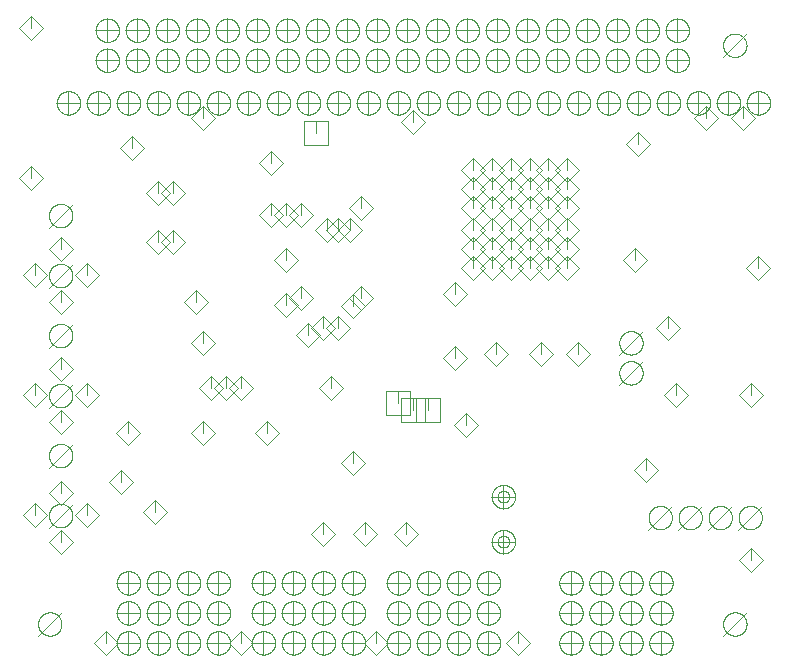
<source format=gbr>
G04 EAGLE Gerber X2 export*
%TF.Part,Single*%
%TF.FileFunction,Drillmap*%
%TF.FilePolarity,Negative*%
%TF.GenerationSoftware,Autodesk,EAGLE,9.1.0*%
%TF.CreationDate,2018-10-24T11:49:30Z*%
G75*
%MOMM*%
%FSLAX34Y34*%
%LPD*%
%AMOC8*
5,1,8,0,0,1.08239X$1,22.5*%
G01*
%ADD10C,0.025400*%


D10*
X618109Y125095D02*
X618112Y125338D01*
X618121Y125581D01*
X618136Y125824D01*
X618157Y126066D01*
X618183Y126308D01*
X618216Y126549D01*
X618255Y126789D01*
X618299Y127028D01*
X618350Y127265D01*
X618406Y127502D01*
X618468Y127737D01*
X618536Y127971D01*
X618609Y128202D01*
X618688Y128432D01*
X618773Y128660D01*
X618863Y128886D01*
X618959Y129109D01*
X619060Y129330D01*
X619167Y129549D01*
X619279Y129765D01*
X619396Y129978D01*
X619518Y130188D01*
X619646Y130395D01*
X619778Y130598D01*
X619916Y130799D01*
X620058Y130996D01*
X620206Y131189D01*
X620358Y131379D01*
X620514Y131565D01*
X620675Y131747D01*
X620841Y131926D01*
X621010Y132100D01*
X621184Y132269D01*
X621363Y132435D01*
X621545Y132596D01*
X621731Y132752D01*
X621921Y132904D01*
X622114Y133052D01*
X622311Y133194D01*
X622512Y133332D01*
X622715Y133464D01*
X622922Y133592D01*
X623132Y133714D01*
X623345Y133831D01*
X623561Y133943D01*
X623780Y134050D01*
X624001Y134151D01*
X624224Y134247D01*
X624450Y134337D01*
X624678Y134422D01*
X624908Y134501D01*
X625139Y134574D01*
X625373Y134642D01*
X625608Y134704D01*
X625845Y134760D01*
X626082Y134811D01*
X626321Y134855D01*
X626561Y134894D01*
X626802Y134927D01*
X627044Y134953D01*
X627286Y134974D01*
X627529Y134989D01*
X627772Y134998D01*
X628015Y135001D01*
X628258Y134998D01*
X628501Y134989D01*
X628744Y134974D01*
X628986Y134953D01*
X629228Y134927D01*
X629469Y134894D01*
X629709Y134855D01*
X629948Y134811D01*
X630185Y134760D01*
X630422Y134704D01*
X630657Y134642D01*
X630891Y134574D01*
X631122Y134501D01*
X631352Y134422D01*
X631580Y134337D01*
X631806Y134247D01*
X632029Y134151D01*
X632250Y134050D01*
X632469Y133943D01*
X632685Y133831D01*
X632898Y133714D01*
X633108Y133592D01*
X633315Y133464D01*
X633518Y133332D01*
X633719Y133194D01*
X633916Y133052D01*
X634109Y132904D01*
X634299Y132752D01*
X634485Y132596D01*
X634667Y132435D01*
X634846Y132269D01*
X635020Y132100D01*
X635189Y131926D01*
X635355Y131747D01*
X635516Y131565D01*
X635672Y131379D01*
X635824Y131189D01*
X635972Y130996D01*
X636114Y130799D01*
X636252Y130598D01*
X636384Y130395D01*
X636512Y130188D01*
X636634Y129978D01*
X636751Y129765D01*
X636863Y129549D01*
X636970Y129330D01*
X637071Y129109D01*
X637167Y128886D01*
X637257Y128660D01*
X637342Y128432D01*
X637421Y128202D01*
X637494Y127971D01*
X637562Y127737D01*
X637624Y127502D01*
X637680Y127265D01*
X637731Y127028D01*
X637775Y126789D01*
X637814Y126549D01*
X637847Y126308D01*
X637873Y126066D01*
X637894Y125824D01*
X637909Y125581D01*
X637918Y125338D01*
X637921Y125095D01*
X637918Y124852D01*
X637909Y124609D01*
X637894Y124366D01*
X637873Y124124D01*
X637847Y123882D01*
X637814Y123641D01*
X637775Y123401D01*
X637731Y123162D01*
X637680Y122925D01*
X637624Y122688D01*
X637562Y122453D01*
X637494Y122219D01*
X637421Y121988D01*
X637342Y121758D01*
X637257Y121530D01*
X637167Y121304D01*
X637071Y121081D01*
X636970Y120860D01*
X636863Y120641D01*
X636751Y120425D01*
X636634Y120212D01*
X636512Y120002D01*
X636384Y119795D01*
X636252Y119592D01*
X636114Y119391D01*
X635972Y119194D01*
X635824Y119001D01*
X635672Y118811D01*
X635516Y118625D01*
X635355Y118443D01*
X635189Y118264D01*
X635020Y118090D01*
X634846Y117921D01*
X634667Y117755D01*
X634485Y117594D01*
X634299Y117438D01*
X634109Y117286D01*
X633916Y117138D01*
X633719Y116996D01*
X633518Y116858D01*
X633315Y116726D01*
X633108Y116598D01*
X632898Y116476D01*
X632685Y116359D01*
X632469Y116247D01*
X632250Y116140D01*
X632029Y116039D01*
X631806Y115943D01*
X631580Y115853D01*
X631352Y115768D01*
X631122Y115689D01*
X630891Y115616D01*
X630657Y115548D01*
X630422Y115486D01*
X630185Y115430D01*
X629948Y115379D01*
X629709Y115335D01*
X629469Y115296D01*
X629228Y115263D01*
X628986Y115237D01*
X628744Y115216D01*
X628501Y115201D01*
X628258Y115192D01*
X628015Y115189D01*
X627772Y115192D01*
X627529Y115201D01*
X627286Y115216D01*
X627044Y115237D01*
X626802Y115263D01*
X626561Y115296D01*
X626321Y115335D01*
X626082Y115379D01*
X625845Y115430D01*
X625608Y115486D01*
X625373Y115548D01*
X625139Y115616D01*
X624908Y115689D01*
X624678Y115768D01*
X624450Y115853D01*
X624224Y115943D01*
X624001Y116039D01*
X623780Y116140D01*
X623561Y116247D01*
X623345Y116359D01*
X623132Y116476D01*
X622922Y116598D01*
X622715Y116726D01*
X622512Y116858D01*
X622311Y116996D01*
X622114Y117138D01*
X621921Y117286D01*
X621731Y117438D01*
X621545Y117594D01*
X621363Y117755D01*
X621184Y117921D01*
X621010Y118090D01*
X620841Y118264D01*
X620675Y118443D01*
X620514Y118625D01*
X620358Y118811D01*
X620206Y119001D01*
X620058Y119194D01*
X619916Y119391D01*
X619778Y119592D01*
X619646Y119795D01*
X619518Y120002D01*
X619396Y120212D01*
X619279Y120425D01*
X619167Y120641D01*
X619060Y120860D01*
X618959Y121081D01*
X618863Y121304D01*
X618773Y121530D01*
X618688Y121758D01*
X618609Y121988D01*
X618536Y122219D01*
X618468Y122453D01*
X618406Y122688D01*
X618350Y122925D01*
X618299Y123162D01*
X618255Y123401D01*
X618216Y123641D01*
X618183Y123882D01*
X618157Y124124D01*
X618136Y124366D01*
X618121Y124609D01*
X618112Y124852D01*
X618109Y125095D01*
X617855Y114935D02*
X638175Y135255D01*
X592709Y125095D02*
X592712Y125338D01*
X592721Y125581D01*
X592736Y125824D01*
X592757Y126066D01*
X592783Y126308D01*
X592816Y126549D01*
X592855Y126789D01*
X592899Y127028D01*
X592950Y127265D01*
X593006Y127502D01*
X593068Y127737D01*
X593136Y127971D01*
X593209Y128202D01*
X593288Y128432D01*
X593373Y128660D01*
X593463Y128886D01*
X593559Y129109D01*
X593660Y129330D01*
X593767Y129549D01*
X593879Y129765D01*
X593996Y129978D01*
X594118Y130188D01*
X594246Y130395D01*
X594378Y130598D01*
X594516Y130799D01*
X594658Y130996D01*
X594806Y131189D01*
X594958Y131379D01*
X595114Y131565D01*
X595275Y131747D01*
X595441Y131926D01*
X595610Y132100D01*
X595784Y132269D01*
X595963Y132435D01*
X596145Y132596D01*
X596331Y132752D01*
X596521Y132904D01*
X596714Y133052D01*
X596911Y133194D01*
X597112Y133332D01*
X597315Y133464D01*
X597522Y133592D01*
X597732Y133714D01*
X597945Y133831D01*
X598161Y133943D01*
X598380Y134050D01*
X598601Y134151D01*
X598824Y134247D01*
X599050Y134337D01*
X599278Y134422D01*
X599508Y134501D01*
X599739Y134574D01*
X599973Y134642D01*
X600208Y134704D01*
X600445Y134760D01*
X600682Y134811D01*
X600921Y134855D01*
X601161Y134894D01*
X601402Y134927D01*
X601644Y134953D01*
X601886Y134974D01*
X602129Y134989D01*
X602372Y134998D01*
X602615Y135001D01*
X602858Y134998D01*
X603101Y134989D01*
X603344Y134974D01*
X603586Y134953D01*
X603828Y134927D01*
X604069Y134894D01*
X604309Y134855D01*
X604548Y134811D01*
X604785Y134760D01*
X605022Y134704D01*
X605257Y134642D01*
X605491Y134574D01*
X605722Y134501D01*
X605952Y134422D01*
X606180Y134337D01*
X606406Y134247D01*
X606629Y134151D01*
X606850Y134050D01*
X607069Y133943D01*
X607285Y133831D01*
X607498Y133714D01*
X607708Y133592D01*
X607915Y133464D01*
X608118Y133332D01*
X608319Y133194D01*
X608516Y133052D01*
X608709Y132904D01*
X608899Y132752D01*
X609085Y132596D01*
X609267Y132435D01*
X609446Y132269D01*
X609620Y132100D01*
X609789Y131926D01*
X609955Y131747D01*
X610116Y131565D01*
X610272Y131379D01*
X610424Y131189D01*
X610572Y130996D01*
X610714Y130799D01*
X610852Y130598D01*
X610984Y130395D01*
X611112Y130188D01*
X611234Y129978D01*
X611351Y129765D01*
X611463Y129549D01*
X611570Y129330D01*
X611671Y129109D01*
X611767Y128886D01*
X611857Y128660D01*
X611942Y128432D01*
X612021Y128202D01*
X612094Y127971D01*
X612162Y127737D01*
X612224Y127502D01*
X612280Y127265D01*
X612331Y127028D01*
X612375Y126789D01*
X612414Y126549D01*
X612447Y126308D01*
X612473Y126066D01*
X612494Y125824D01*
X612509Y125581D01*
X612518Y125338D01*
X612521Y125095D01*
X612518Y124852D01*
X612509Y124609D01*
X612494Y124366D01*
X612473Y124124D01*
X612447Y123882D01*
X612414Y123641D01*
X612375Y123401D01*
X612331Y123162D01*
X612280Y122925D01*
X612224Y122688D01*
X612162Y122453D01*
X612094Y122219D01*
X612021Y121988D01*
X611942Y121758D01*
X611857Y121530D01*
X611767Y121304D01*
X611671Y121081D01*
X611570Y120860D01*
X611463Y120641D01*
X611351Y120425D01*
X611234Y120212D01*
X611112Y120002D01*
X610984Y119795D01*
X610852Y119592D01*
X610714Y119391D01*
X610572Y119194D01*
X610424Y119001D01*
X610272Y118811D01*
X610116Y118625D01*
X609955Y118443D01*
X609789Y118264D01*
X609620Y118090D01*
X609446Y117921D01*
X609267Y117755D01*
X609085Y117594D01*
X608899Y117438D01*
X608709Y117286D01*
X608516Y117138D01*
X608319Y116996D01*
X608118Y116858D01*
X607915Y116726D01*
X607708Y116598D01*
X607498Y116476D01*
X607285Y116359D01*
X607069Y116247D01*
X606850Y116140D01*
X606629Y116039D01*
X606406Y115943D01*
X606180Y115853D01*
X605952Y115768D01*
X605722Y115689D01*
X605491Y115616D01*
X605257Y115548D01*
X605022Y115486D01*
X604785Y115430D01*
X604548Y115379D01*
X604309Y115335D01*
X604069Y115296D01*
X603828Y115263D01*
X603586Y115237D01*
X603344Y115216D01*
X603101Y115201D01*
X602858Y115192D01*
X602615Y115189D01*
X602372Y115192D01*
X602129Y115201D01*
X601886Y115216D01*
X601644Y115237D01*
X601402Y115263D01*
X601161Y115296D01*
X600921Y115335D01*
X600682Y115379D01*
X600445Y115430D01*
X600208Y115486D01*
X599973Y115548D01*
X599739Y115616D01*
X599508Y115689D01*
X599278Y115768D01*
X599050Y115853D01*
X598824Y115943D01*
X598601Y116039D01*
X598380Y116140D01*
X598161Y116247D01*
X597945Y116359D01*
X597732Y116476D01*
X597522Y116598D01*
X597315Y116726D01*
X597112Y116858D01*
X596911Y116996D01*
X596714Y117138D01*
X596521Y117286D01*
X596331Y117438D01*
X596145Y117594D01*
X595963Y117755D01*
X595784Y117921D01*
X595610Y118090D01*
X595441Y118264D01*
X595275Y118443D01*
X595114Y118625D01*
X594958Y118811D01*
X594806Y119001D01*
X594658Y119194D01*
X594516Y119391D01*
X594378Y119592D01*
X594246Y119795D01*
X594118Y120002D01*
X593996Y120212D01*
X593879Y120425D01*
X593767Y120641D01*
X593660Y120860D01*
X593559Y121081D01*
X593463Y121304D01*
X593373Y121530D01*
X593288Y121758D01*
X593209Y121988D01*
X593136Y122219D01*
X593068Y122453D01*
X593006Y122688D01*
X592950Y122925D01*
X592899Y123162D01*
X592855Y123401D01*
X592816Y123641D01*
X592783Y123882D01*
X592757Y124124D01*
X592736Y124366D01*
X592721Y124609D01*
X592712Y124852D01*
X592709Y125095D01*
X592455Y114935D02*
X612775Y135255D01*
X567309Y125095D02*
X567312Y125338D01*
X567321Y125581D01*
X567336Y125824D01*
X567357Y126066D01*
X567383Y126308D01*
X567416Y126549D01*
X567455Y126789D01*
X567499Y127028D01*
X567550Y127265D01*
X567606Y127502D01*
X567668Y127737D01*
X567736Y127971D01*
X567809Y128202D01*
X567888Y128432D01*
X567973Y128660D01*
X568063Y128886D01*
X568159Y129109D01*
X568260Y129330D01*
X568367Y129549D01*
X568479Y129765D01*
X568596Y129978D01*
X568718Y130188D01*
X568846Y130395D01*
X568978Y130598D01*
X569116Y130799D01*
X569258Y130996D01*
X569406Y131189D01*
X569558Y131379D01*
X569714Y131565D01*
X569875Y131747D01*
X570041Y131926D01*
X570210Y132100D01*
X570384Y132269D01*
X570563Y132435D01*
X570745Y132596D01*
X570931Y132752D01*
X571121Y132904D01*
X571314Y133052D01*
X571511Y133194D01*
X571712Y133332D01*
X571915Y133464D01*
X572122Y133592D01*
X572332Y133714D01*
X572545Y133831D01*
X572761Y133943D01*
X572980Y134050D01*
X573201Y134151D01*
X573424Y134247D01*
X573650Y134337D01*
X573878Y134422D01*
X574108Y134501D01*
X574339Y134574D01*
X574573Y134642D01*
X574808Y134704D01*
X575045Y134760D01*
X575282Y134811D01*
X575521Y134855D01*
X575761Y134894D01*
X576002Y134927D01*
X576244Y134953D01*
X576486Y134974D01*
X576729Y134989D01*
X576972Y134998D01*
X577215Y135001D01*
X577458Y134998D01*
X577701Y134989D01*
X577944Y134974D01*
X578186Y134953D01*
X578428Y134927D01*
X578669Y134894D01*
X578909Y134855D01*
X579148Y134811D01*
X579385Y134760D01*
X579622Y134704D01*
X579857Y134642D01*
X580091Y134574D01*
X580322Y134501D01*
X580552Y134422D01*
X580780Y134337D01*
X581006Y134247D01*
X581229Y134151D01*
X581450Y134050D01*
X581669Y133943D01*
X581885Y133831D01*
X582098Y133714D01*
X582308Y133592D01*
X582515Y133464D01*
X582718Y133332D01*
X582919Y133194D01*
X583116Y133052D01*
X583309Y132904D01*
X583499Y132752D01*
X583685Y132596D01*
X583867Y132435D01*
X584046Y132269D01*
X584220Y132100D01*
X584389Y131926D01*
X584555Y131747D01*
X584716Y131565D01*
X584872Y131379D01*
X585024Y131189D01*
X585172Y130996D01*
X585314Y130799D01*
X585452Y130598D01*
X585584Y130395D01*
X585712Y130188D01*
X585834Y129978D01*
X585951Y129765D01*
X586063Y129549D01*
X586170Y129330D01*
X586271Y129109D01*
X586367Y128886D01*
X586457Y128660D01*
X586542Y128432D01*
X586621Y128202D01*
X586694Y127971D01*
X586762Y127737D01*
X586824Y127502D01*
X586880Y127265D01*
X586931Y127028D01*
X586975Y126789D01*
X587014Y126549D01*
X587047Y126308D01*
X587073Y126066D01*
X587094Y125824D01*
X587109Y125581D01*
X587118Y125338D01*
X587121Y125095D01*
X587118Y124852D01*
X587109Y124609D01*
X587094Y124366D01*
X587073Y124124D01*
X587047Y123882D01*
X587014Y123641D01*
X586975Y123401D01*
X586931Y123162D01*
X586880Y122925D01*
X586824Y122688D01*
X586762Y122453D01*
X586694Y122219D01*
X586621Y121988D01*
X586542Y121758D01*
X586457Y121530D01*
X586367Y121304D01*
X586271Y121081D01*
X586170Y120860D01*
X586063Y120641D01*
X585951Y120425D01*
X585834Y120212D01*
X585712Y120002D01*
X585584Y119795D01*
X585452Y119592D01*
X585314Y119391D01*
X585172Y119194D01*
X585024Y119001D01*
X584872Y118811D01*
X584716Y118625D01*
X584555Y118443D01*
X584389Y118264D01*
X584220Y118090D01*
X584046Y117921D01*
X583867Y117755D01*
X583685Y117594D01*
X583499Y117438D01*
X583309Y117286D01*
X583116Y117138D01*
X582919Y116996D01*
X582718Y116858D01*
X582515Y116726D01*
X582308Y116598D01*
X582098Y116476D01*
X581885Y116359D01*
X581669Y116247D01*
X581450Y116140D01*
X581229Y116039D01*
X581006Y115943D01*
X580780Y115853D01*
X580552Y115768D01*
X580322Y115689D01*
X580091Y115616D01*
X579857Y115548D01*
X579622Y115486D01*
X579385Y115430D01*
X579148Y115379D01*
X578909Y115335D01*
X578669Y115296D01*
X578428Y115263D01*
X578186Y115237D01*
X577944Y115216D01*
X577701Y115201D01*
X577458Y115192D01*
X577215Y115189D01*
X576972Y115192D01*
X576729Y115201D01*
X576486Y115216D01*
X576244Y115237D01*
X576002Y115263D01*
X575761Y115296D01*
X575521Y115335D01*
X575282Y115379D01*
X575045Y115430D01*
X574808Y115486D01*
X574573Y115548D01*
X574339Y115616D01*
X574108Y115689D01*
X573878Y115768D01*
X573650Y115853D01*
X573424Y115943D01*
X573201Y116039D01*
X572980Y116140D01*
X572761Y116247D01*
X572545Y116359D01*
X572332Y116476D01*
X572122Y116598D01*
X571915Y116726D01*
X571712Y116858D01*
X571511Y116996D01*
X571314Y117138D01*
X571121Y117286D01*
X570931Y117438D01*
X570745Y117594D01*
X570563Y117755D01*
X570384Y117921D01*
X570210Y118090D01*
X570041Y118264D01*
X569875Y118443D01*
X569714Y118625D01*
X569558Y118811D01*
X569406Y119001D01*
X569258Y119194D01*
X569116Y119391D01*
X568978Y119592D01*
X568846Y119795D01*
X568718Y120002D01*
X568596Y120212D01*
X568479Y120425D01*
X568367Y120641D01*
X568260Y120860D01*
X568159Y121081D01*
X568063Y121304D01*
X567973Y121530D01*
X567888Y121758D01*
X567809Y121988D01*
X567736Y122219D01*
X567668Y122453D01*
X567606Y122688D01*
X567550Y122925D01*
X567499Y123162D01*
X567455Y123401D01*
X567416Y123641D01*
X567383Y123882D01*
X567357Y124124D01*
X567336Y124366D01*
X567321Y124609D01*
X567312Y124852D01*
X567309Y125095D01*
X567055Y114935D02*
X587375Y135255D01*
X541909Y125095D02*
X541912Y125338D01*
X541921Y125581D01*
X541936Y125824D01*
X541957Y126066D01*
X541983Y126308D01*
X542016Y126549D01*
X542055Y126789D01*
X542099Y127028D01*
X542150Y127265D01*
X542206Y127502D01*
X542268Y127737D01*
X542336Y127971D01*
X542409Y128202D01*
X542488Y128432D01*
X542573Y128660D01*
X542663Y128886D01*
X542759Y129109D01*
X542860Y129330D01*
X542967Y129549D01*
X543079Y129765D01*
X543196Y129978D01*
X543318Y130188D01*
X543446Y130395D01*
X543578Y130598D01*
X543716Y130799D01*
X543858Y130996D01*
X544006Y131189D01*
X544158Y131379D01*
X544314Y131565D01*
X544475Y131747D01*
X544641Y131926D01*
X544810Y132100D01*
X544984Y132269D01*
X545163Y132435D01*
X545345Y132596D01*
X545531Y132752D01*
X545721Y132904D01*
X545914Y133052D01*
X546111Y133194D01*
X546312Y133332D01*
X546515Y133464D01*
X546722Y133592D01*
X546932Y133714D01*
X547145Y133831D01*
X547361Y133943D01*
X547580Y134050D01*
X547801Y134151D01*
X548024Y134247D01*
X548250Y134337D01*
X548478Y134422D01*
X548708Y134501D01*
X548939Y134574D01*
X549173Y134642D01*
X549408Y134704D01*
X549645Y134760D01*
X549882Y134811D01*
X550121Y134855D01*
X550361Y134894D01*
X550602Y134927D01*
X550844Y134953D01*
X551086Y134974D01*
X551329Y134989D01*
X551572Y134998D01*
X551815Y135001D01*
X552058Y134998D01*
X552301Y134989D01*
X552544Y134974D01*
X552786Y134953D01*
X553028Y134927D01*
X553269Y134894D01*
X553509Y134855D01*
X553748Y134811D01*
X553985Y134760D01*
X554222Y134704D01*
X554457Y134642D01*
X554691Y134574D01*
X554922Y134501D01*
X555152Y134422D01*
X555380Y134337D01*
X555606Y134247D01*
X555829Y134151D01*
X556050Y134050D01*
X556269Y133943D01*
X556485Y133831D01*
X556698Y133714D01*
X556908Y133592D01*
X557115Y133464D01*
X557318Y133332D01*
X557519Y133194D01*
X557716Y133052D01*
X557909Y132904D01*
X558099Y132752D01*
X558285Y132596D01*
X558467Y132435D01*
X558646Y132269D01*
X558820Y132100D01*
X558989Y131926D01*
X559155Y131747D01*
X559316Y131565D01*
X559472Y131379D01*
X559624Y131189D01*
X559772Y130996D01*
X559914Y130799D01*
X560052Y130598D01*
X560184Y130395D01*
X560312Y130188D01*
X560434Y129978D01*
X560551Y129765D01*
X560663Y129549D01*
X560770Y129330D01*
X560871Y129109D01*
X560967Y128886D01*
X561057Y128660D01*
X561142Y128432D01*
X561221Y128202D01*
X561294Y127971D01*
X561362Y127737D01*
X561424Y127502D01*
X561480Y127265D01*
X561531Y127028D01*
X561575Y126789D01*
X561614Y126549D01*
X561647Y126308D01*
X561673Y126066D01*
X561694Y125824D01*
X561709Y125581D01*
X561718Y125338D01*
X561721Y125095D01*
X561718Y124852D01*
X561709Y124609D01*
X561694Y124366D01*
X561673Y124124D01*
X561647Y123882D01*
X561614Y123641D01*
X561575Y123401D01*
X561531Y123162D01*
X561480Y122925D01*
X561424Y122688D01*
X561362Y122453D01*
X561294Y122219D01*
X561221Y121988D01*
X561142Y121758D01*
X561057Y121530D01*
X560967Y121304D01*
X560871Y121081D01*
X560770Y120860D01*
X560663Y120641D01*
X560551Y120425D01*
X560434Y120212D01*
X560312Y120002D01*
X560184Y119795D01*
X560052Y119592D01*
X559914Y119391D01*
X559772Y119194D01*
X559624Y119001D01*
X559472Y118811D01*
X559316Y118625D01*
X559155Y118443D01*
X558989Y118264D01*
X558820Y118090D01*
X558646Y117921D01*
X558467Y117755D01*
X558285Y117594D01*
X558099Y117438D01*
X557909Y117286D01*
X557716Y117138D01*
X557519Y116996D01*
X557318Y116858D01*
X557115Y116726D01*
X556908Y116598D01*
X556698Y116476D01*
X556485Y116359D01*
X556269Y116247D01*
X556050Y116140D01*
X555829Y116039D01*
X555606Y115943D01*
X555380Y115853D01*
X555152Y115768D01*
X554922Y115689D01*
X554691Y115616D01*
X554457Y115548D01*
X554222Y115486D01*
X553985Y115430D01*
X553748Y115379D01*
X553509Y115335D01*
X553269Y115296D01*
X553028Y115263D01*
X552786Y115237D01*
X552544Y115216D01*
X552301Y115201D01*
X552058Y115192D01*
X551815Y115189D01*
X551572Y115192D01*
X551329Y115201D01*
X551086Y115216D01*
X550844Y115237D01*
X550602Y115263D01*
X550361Y115296D01*
X550121Y115335D01*
X549882Y115379D01*
X549645Y115430D01*
X549408Y115486D01*
X549173Y115548D01*
X548939Y115616D01*
X548708Y115689D01*
X548478Y115768D01*
X548250Y115853D01*
X548024Y115943D01*
X547801Y116039D01*
X547580Y116140D01*
X547361Y116247D01*
X547145Y116359D01*
X546932Y116476D01*
X546722Y116598D01*
X546515Y116726D01*
X546312Y116858D01*
X546111Y116996D01*
X545914Y117138D01*
X545721Y117286D01*
X545531Y117438D01*
X545345Y117594D01*
X545163Y117755D01*
X544984Y117921D01*
X544810Y118090D01*
X544641Y118264D01*
X544475Y118443D01*
X544314Y118625D01*
X544158Y118811D01*
X544006Y119001D01*
X543858Y119194D01*
X543716Y119391D01*
X543578Y119592D01*
X543446Y119795D01*
X543318Y120002D01*
X543196Y120212D01*
X543079Y120425D01*
X542967Y120641D01*
X542860Y120860D01*
X542759Y121081D01*
X542663Y121304D01*
X542573Y121530D01*
X542488Y121758D01*
X542409Y121988D01*
X542336Y122219D01*
X542268Y122453D01*
X542206Y122688D01*
X542150Y122925D01*
X542099Y123162D01*
X542055Y123401D01*
X542016Y123641D01*
X541983Y123882D01*
X541957Y124124D01*
X541936Y124366D01*
X541921Y124609D01*
X541912Y124852D01*
X541909Y125095D01*
X541655Y114935D02*
X561975Y135255D01*
X25094Y35000D02*
X25097Y35243D01*
X25106Y35486D01*
X25121Y35729D01*
X25142Y35971D01*
X25168Y36213D01*
X25201Y36454D01*
X25240Y36694D01*
X25284Y36933D01*
X25335Y37170D01*
X25391Y37407D01*
X25453Y37642D01*
X25521Y37876D01*
X25594Y38107D01*
X25673Y38337D01*
X25758Y38565D01*
X25848Y38791D01*
X25944Y39014D01*
X26045Y39235D01*
X26152Y39454D01*
X26264Y39670D01*
X26381Y39883D01*
X26503Y40093D01*
X26631Y40300D01*
X26763Y40503D01*
X26901Y40704D01*
X27043Y40901D01*
X27191Y41094D01*
X27343Y41284D01*
X27499Y41470D01*
X27660Y41652D01*
X27826Y41831D01*
X27995Y42005D01*
X28169Y42174D01*
X28348Y42340D01*
X28530Y42501D01*
X28716Y42657D01*
X28906Y42809D01*
X29099Y42957D01*
X29296Y43099D01*
X29497Y43237D01*
X29700Y43369D01*
X29907Y43497D01*
X30117Y43619D01*
X30330Y43736D01*
X30546Y43848D01*
X30765Y43955D01*
X30986Y44056D01*
X31209Y44152D01*
X31435Y44242D01*
X31663Y44327D01*
X31893Y44406D01*
X32124Y44479D01*
X32358Y44547D01*
X32593Y44609D01*
X32830Y44665D01*
X33067Y44716D01*
X33306Y44760D01*
X33546Y44799D01*
X33787Y44832D01*
X34029Y44858D01*
X34271Y44879D01*
X34514Y44894D01*
X34757Y44903D01*
X35000Y44906D01*
X35243Y44903D01*
X35486Y44894D01*
X35729Y44879D01*
X35971Y44858D01*
X36213Y44832D01*
X36454Y44799D01*
X36694Y44760D01*
X36933Y44716D01*
X37170Y44665D01*
X37407Y44609D01*
X37642Y44547D01*
X37876Y44479D01*
X38107Y44406D01*
X38337Y44327D01*
X38565Y44242D01*
X38791Y44152D01*
X39014Y44056D01*
X39235Y43955D01*
X39454Y43848D01*
X39670Y43736D01*
X39883Y43619D01*
X40093Y43497D01*
X40300Y43369D01*
X40503Y43237D01*
X40704Y43099D01*
X40901Y42957D01*
X41094Y42809D01*
X41284Y42657D01*
X41470Y42501D01*
X41652Y42340D01*
X41831Y42174D01*
X42005Y42005D01*
X42174Y41831D01*
X42340Y41652D01*
X42501Y41470D01*
X42657Y41284D01*
X42809Y41094D01*
X42957Y40901D01*
X43099Y40704D01*
X43237Y40503D01*
X43369Y40300D01*
X43497Y40093D01*
X43619Y39883D01*
X43736Y39670D01*
X43848Y39454D01*
X43955Y39235D01*
X44056Y39014D01*
X44152Y38791D01*
X44242Y38565D01*
X44327Y38337D01*
X44406Y38107D01*
X44479Y37876D01*
X44547Y37642D01*
X44609Y37407D01*
X44665Y37170D01*
X44716Y36933D01*
X44760Y36694D01*
X44799Y36454D01*
X44832Y36213D01*
X44858Y35971D01*
X44879Y35729D01*
X44894Y35486D01*
X44903Y35243D01*
X44906Y35000D01*
X44903Y34757D01*
X44894Y34514D01*
X44879Y34271D01*
X44858Y34029D01*
X44832Y33787D01*
X44799Y33546D01*
X44760Y33306D01*
X44716Y33067D01*
X44665Y32830D01*
X44609Y32593D01*
X44547Y32358D01*
X44479Y32124D01*
X44406Y31893D01*
X44327Y31663D01*
X44242Y31435D01*
X44152Y31209D01*
X44056Y30986D01*
X43955Y30765D01*
X43848Y30546D01*
X43736Y30330D01*
X43619Y30117D01*
X43497Y29907D01*
X43369Y29700D01*
X43237Y29497D01*
X43099Y29296D01*
X42957Y29099D01*
X42809Y28906D01*
X42657Y28716D01*
X42501Y28530D01*
X42340Y28348D01*
X42174Y28169D01*
X42005Y27995D01*
X41831Y27826D01*
X41652Y27660D01*
X41470Y27499D01*
X41284Y27343D01*
X41094Y27191D01*
X40901Y27043D01*
X40704Y26901D01*
X40503Y26763D01*
X40300Y26631D01*
X40093Y26503D01*
X39883Y26381D01*
X39670Y26264D01*
X39454Y26152D01*
X39235Y26045D01*
X39014Y25944D01*
X38791Y25848D01*
X38565Y25758D01*
X38337Y25673D01*
X38107Y25594D01*
X37876Y25521D01*
X37642Y25453D01*
X37407Y25391D01*
X37170Y25335D01*
X36933Y25284D01*
X36694Y25240D01*
X36454Y25201D01*
X36213Y25168D01*
X35971Y25142D01*
X35729Y25121D01*
X35486Y25106D01*
X35243Y25097D01*
X35000Y25094D01*
X34757Y25097D01*
X34514Y25106D01*
X34271Y25121D01*
X34029Y25142D01*
X33787Y25168D01*
X33546Y25201D01*
X33306Y25240D01*
X33067Y25284D01*
X32830Y25335D01*
X32593Y25391D01*
X32358Y25453D01*
X32124Y25521D01*
X31893Y25594D01*
X31663Y25673D01*
X31435Y25758D01*
X31209Y25848D01*
X30986Y25944D01*
X30765Y26045D01*
X30546Y26152D01*
X30330Y26264D01*
X30117Y26381D01*
X29907Y26503D01*
X29700Y26631D01*
X29497Y26763D01*
X29296Y26901D01*
X29099Y27043D01*
X28906Y27191D01*
X28716Y27343D01*
X28530Y27499D01*
X28348Y27660D01*
X28169Y27826D01*
X27995Y27995D01*
X27826Y28169D01*
X27660Y28348D01*
X27499Y28530D01*
X27343Y28716D01*
X27191Y28906D01*
X27043Y29099D01*
X26901Y29296D01*
X26763Y29497D01*
X26631Y29700D01*
X26503Y29907D01*
X26381Y30117D01*
X26264Y30330D01*
X26152Y30546D01*
X26045Y30765D01*
X25944Y30986D01*
X25848Y31209D01*
X25758Y31435D01*
X25673Y31663D01*
X25594Y31893D01*
X25521Y32124D01*
X25453Y32358D01*
X25391Y32593D01*
X25335Y32830D01*
X25284Y33067D01*
X25240Y33306D01*
X25201Y33546D01*
X25168Y33787D01*
X25142Y34029D01*
X25121Y34271D01*
X25106Y34514D01*
X25097Y34757D01*
X25094Y35000D01*
X24840Y24840D02*
X45160Y45160D01*
X605094Y35000D02*
X605097Y35243D01*
X605106Y35486D01*
X605121Y35729D01*
X605142Y35971D01*
X605168Y36213D01*
X605201Y36454D01*
X605240Y36694D01*
X605284Y36933D01*
X605335Y37170D01*
X605391Y37407D01*
X605453Y37642D01*
X605521Y37876D01*
X605594Y38107D01*
X605673Y38337D01*
X605758Y38565D01*
X605848Y38791D01*
X605944Y39014D01*
X606045Y39235D01*
X606152Y39454D01*
X606264Y39670D01*
X606381Y39883D01*
X606503Y40093D01*
X606631Y40300D01*
X606763Y40503D01*
X606901Y40704D01*
X607043Y40901D01*
X607191Y41094D01*
X607343Y41284D01*
X607499Y41470D01*
X607660Y41652D01*
X607826Y41831D01*
X607995Y42005D01*
X608169Y42174D01*
X608348Y42340D01*
X608530Y42501D01*
X608716Y42657D01*
X608906Y42809D01*
X609099Y42957D01*
X609296Y43099D01*
X609497Y43237D01*
X609700Y43369D01*
X609907Y43497D01*
X610117Y43619D01*
X610330Y43736D01*
X610546Y43848D01*
X610765Y43955D01*
X610986Y44056D01*
X611209Y44152D01*
X611435Y44242D01*
X611663Y44327D01*
X611893Y44406D01*
X612124Y44479D01*
X612358Y44547D01*
X612593Y44609D01*
X612830Y44665D01*
X613067Y44716D01*
X613306Y44760D01*
X613546Y44799D01*
X613787Y44832D01*
X614029Y44858D01*
X614271Y44879D01*
X614514Y44894D01*
X614757Y44903D01*
X615000Y44906D01*
X615243Y44903D01*
X615486Y44894D01*
X615729Y44879D01*
X615971Y44858D01*
X616213Y44832D01*
X616454Y44799D01*
X616694Y44760D01*
X616933Y44716D01*
X617170Y44665D01*
X617407Y44609D01*
X617642Y44547D01*
X617876Y44479D01*
X618107Y44406D01*
X618337Y44327D01*
X618565Y44242D01*
X618791Y44152D01*
X619014Y44056D01*
X619235Y43955D01*
X619454Y43848D01*
X619670Y43736D01*
X619883Y43619D01*
X620093Y43497D01*
X620300Y43369D01*
X620503Y43237D01*
X620704Y43099D01*
X620901Y42957D01*
X621094Y42809D01*
X621284Y42657D01*
X621470Y42501D01*
X621652Y42340D01*
X621831Y42174D01*
X622005Y42005D01*
X622174Y41831D01*
X622340Y41652D01*
X622501Y41470D01*
X622657Y41284D01*
X622809Y41094D01*
X622957Y40901D01*
X623099Y40704D01*
X623237Y40503D01*
X623369Y40300D01*
X623497Y40093D01*
X623619Y39883D01*
X623736Y39670D01*
X623848Y39454D01*
X623955Y39235D01*
X624056Y39014D01*
X624152Y38791D01*
X624242Y38565D01*
X624327Y38337D01*
X624406Y38107D01*
X624479Y37876D01*
X624547Y37642D01*
X624609Y37407D01*
X624665Y37170D01*
X624716Y36933D01*
X624760Y36694D01*
X624799Y36454D01*
X624832Y36213D01*
X624858Y35971D01*
X624879Y35729D01*
X624894Y35486D01*
X624903Y35243D01*
X624906Y35000D01*
X624903Y34757D01*
X624894Y34514D01*
X624879Y34271D01*
X624858Y34029D01*
X624832Y33787D01*
X624799Y33546D01*
X624760Y33306D01*
X624716Y33067D01*
X624665Y32830D01*
X624609Y32593D01*
X624547Y32358D01*
X624479Y32124D01*
X624406Y31893D01*
X624327Y31663D01*
X624242Y31435D01*
X624152Y31209D01*
X624056Y30986D01*
X623955Y30765D01*
X623848Y30546D01*
X623736Y30330D01*
X623619Y30117D01*
X623497Y29907D01*
X623369Y29700D01*
X623237Y29497D01*
X623099Y29296D01*
X622957Y29099D01*
X622809Y28906D01*
X622657Y28716D01*
X622501Y28530D01*
X622340Y28348D01*
X622174Y28169D01*
X622005Y27995D01*
X621831Y27826D01*
X621652Y27660D01*
X621470Y27499D01*
X621284Y27343D01*
X621094Y27191D01*
X620901Y27043D01*
X620704Y26901D01*
X620503Y26763D01*
X620300Y26631D01*
X620093Y26503D01*
X619883Y26381D01*
X619670Y26264D01*
X619454Y26152D01*
X619235Y26045D01*
X619014Y25944D01*
X618791Y25848D01*
X618565Y25758D01*
X618337Y25673D01*
X618107Y25594D01*
X617876Y25521D01*
X617642Y25453D01*
X617407Y25391D01*
X617170Y25335D01*
X616933Y25284D01*
X616694Y25240D01*
X616454Y25201D01*
X616213Y25168D01*
X615971Y25142D01*
X615729Y25121D01*
X615486Y25106D01*
X615243Y25097D01*
X615000Y25094D01*
X614757Y25097D01*
X614514Y25106D01*
X614271Y25121D01*
X614029Y25142D01*
X613787Y25168D01*
X613546Y25201D01*
X613306Y25240D01*
X613067Y25284D01*
X612830Y25335D01*
X612593Y25391D01*
X612358Y25453D01*
X612124Y25521D01*
X611893Y25594D01*
X611663Y25673D01*
X611435Y25758D01*
X611209Y25848D01*
X610986Y25944D01*
X610765Y26045D01*
X610546Y26152D01*
X610330Y26264D01*
X610117Y26381D01*
X609907Y26503D01*
X609700Y26631D01*
X609497Y26763D01*
X609296Y26901D01*
X609099Y27043D01*
X608906Y27191D01*
X608716Y27343D01*
X608530Y27499D01*
X608348Y27660D01*
X608169Y27826D01*
X607995Y27995D01*
X607826Y28169D01*
X607660Y28348D01*
X607499Y28530D01*
X607343Y28716D01*
X607191Y28906D01*
X607043Y29099D01*
X606901Y29296D01*
X606763Y29497D01*
X606631Y29700D01*
X606503Y29907D01*
X606381Y30117D01*
X606264Y30330D01*
X606152Y30546D01*
X606045Y30765D01*
X605944Y30986D01*
X605848Y31209D01*
X605758Y31435D01*
X605673Y31663D01*
X605594Y31893D01*
X605521Y32124D01*
X605453Y32358D01*
X605391Y32593D01*
X605335Y32830D01*
X605284Y33067D01*
X605240Y33306D01*
X605201Y33546D01*
X605168Y33787D01*
X605142Y34029D01*
X605121Y34271D01*
X605106Y34514D01*
X605097Y34757D01*
X605094Y35000D01*
X604840Y24840D02*
X625160Y45160D01*
X605094Y525000D02*
X605097Y525243D01*
X605106Y525486D01*
X605121Y525729D01*
X605142Y525971D01*
X605168Y526213D01*
X605201Y526454D01*
X605240Y526694D01*
X605284Y526933D01*
X605335Y527170D01*
X605391Y527407D01*
X605453Y527642D01*
X605521Y527876D01*
X605594Y528107D01*
X605673Y528337D01*
X605758Y528565D01*
X605848Y528791D01*
X605944Y529014D01*
X606045Y529235D01*
X606152Y529454D01*
X606264Y529670D01*
X606381Y529883D01*
X606503Y530093D01*
X606631Y530300D01*
X606763Y530503D01*
X606901Y530704D01*
X607043Y530901D01*
X607191Y531094D01*
X607343Y531284D01*
X607499Y531470D01*
X607660Y531652D01*
X607826Y531831D01*
X607995Y532005D01*
X608169Y532174D01*
X608348Y532340D01*
X608530Y532501D01*
X608716Y532657D01*
X608906Y532809D01*
X609099Y532957D01*
X609296Y533099D01*
X609497Y533237D01*
X609700Y533369D01*
X609907Y533497D01*
X610117Y533619D01*
X610330Y533736D01*
X610546Y533848D01*
X610765Y533955D01*
X610986Y534056D01*
X611209Y534152D01*
X611435Y534242D01*
X611663Y534327D01*
X611893Y534406D01*
X612124Y534479D01*
X612358Y534547D01*
X612593Y534609D01*
X612830Y534665D01*
X613067Y534716D01*
X613306Y534760D01*
X613546Y534799D01*
X613787Y534832D01*
X614029Y534858D01*
X614271Y534879D01*
X614514Y534894D01*
X614757Y534903D01*
X615000Y534906D01*
X615243Y534903D01*
X615486Y534894D01*
X615729Y534879D01*
X615971Y534858D01*
X616213Y534832D01*
X616454Y534799D01*
X616694Y534760D01*
X616933Y534716D01*
X617170Y534665D01*
X617407Y534609D01*
X617642Y534547D01*
X617876Y534479D01*
X618107Y534406D01*
X618337Y534327D01*
X618565Y534242D01*
X618791Y534152D01*
X619014Y534056D01*
X619235Y533955D01*
X619454Y533848D01*
X619670Y533736D01*
X619883Y533619D01*
X620093Y533497D01*
X620300Y533369D01*
X620503Y533237D01*
X620704Y533099D01*
X620901Y532957D01*
X621094Y532809D01*
X621284Y532657D01*
X621470Y532501D01*
X621652Y532340D01*
X621831Y532174D01*
X622005Y532005D01*
X622174Y531831D01*
X622340Y531652D01*
X622501Y531470D01*
X622657Y531284D01*
X622809Y531094D01*
X622957Y530901D01*
X623099Y530704D01*
X623237Y530503D01*
X623369Y530300D01*
X623497Y530093D01*
X623619Y529883D01*
X623736Y529670D01*
X623848Y529454D01*
X623955Y529235D01*
X624056Y529014D01*
X624152Y528791D01*
X624242Y528565D01*
X624327Y528337D01*
X624406Y528107D01*
X624479Y527876D01*
X624547Y527642D01*
X624609Y527407D01*
X624665Y527170D01*
X624716Y526933D01*
X624760Y526694D01*
X624799Y526454D01*
X624832Y526213D01*
X624858Y525971D01*
X624879Y525729D01*
X624894Y525486D01*
X624903Y525243D01*
X624906Y525000D01*
X624903Y524757D01*
X624894Y524514D01*
X624879Y524271D01*
X624858Y524029D01*
X624832Y523787D01*
X624799Y523546D01*
X624760Y523306D01*
X624716Y523067D01*
X624665Y522830D01*
X624609Y522593D01*
X624547Y522358D01*
X624479Y522124D01*
X624406Y521893D01*
X624327Y521663D01*
X624242Y521435D01*
X624152Y521209D01*
X624056Y520986D01*
X623955Y520765D01*
X623848Y520546D01*
X623736Y520330D01*
X623619Y520117D01*
X623497Y519907D01*
X623369Y519700D01*
X623237Y519497D01*
X623099Y519296D01*
X622957Y519099D01*
X622809Y518906D01*
X622657Y518716D01*
X622501Y518530D01*
X622340Y518348D01*
X622174Y518169D01*
X622005Y517995D01*
X621831Y517826D01*
X621652Y517660D01*
X621470Y517499D01*
X621284Y517343D01*
X621094Y517191D01*
X620901Y517043D01*
X620704Y516901D01*
X620503Y516763D01*
X620300Y516631D01*
X620093Y516503D01*
X619883Y516381D01*
X619670Y516264D01*
X619454Y516152D01*
X619235Y516045D01*
X619014Y515944D01*
X618791Y515848D01*
X618565Y515758D01*
X618337Y515673D01*
X618107Y515594D01*
X617876Y515521D01*
X617642Y515453D01*
X617407Y515391D01*
X617170Y515335D01*
X616933Y515284D01*
X616694Y515240D01*
X616454Y515201D01*
X616213Y515168D01*
X615971Y515142D01*
X615729Y515121D01*
X615486Y515106D01*
X615243Y515097D01*
X615000Y515094D01*
X614757Y515097D01*
X614514Y515106D01*
X614271Y515121D01*
X614029Y515142D01*
X613787Y515168D01*
X613546Y515201D01*
X613306Y515240D01*
X613067Y515284D01*
X612830Y515335D01*
X612593Y515391D01*
X612358Y515453D01*
X612124Y515521D01*
X611893Y515594D01*
X611663Y515673D01*
X611435Y515758D01*
X611209Y515848D01*
X610986Y515944D01*
X610765Y516045D01*
X610546Y516152D01*
X610330Y516264D01*
X610117Y516381D01*
X609907Y516503D01*
X609700Y516631D01*
X609497Y516763D01*
X609296Y516901D01*
X609099Y517043D01*
X608906Y517191D01*
X608716Y517343D01*
X608530Y517499D01*
X608348Y517660D01*
X608169Y517826D01*
X607995Y517995D01*
X607826Y518169D01*
X607660Y518348D01*
X607499Y518530D01*
X607343Y518716D01*
X607191Y518906D01*
X607043Y519099D01*
X606901Y519296D01*
X606763Y519497D01*
X606631Y519700D01*
X606503Y519907D01*
X606381Y520117D01*
X606264Y520330D01*
X606152Y520546D01*
X606045Y520765D01*
X605944Y520986D01*
X605848Y521209D01*
X605758Y521435D01*
X605673Y521663D01*
X605594Y521893D01*
X605521Y522124D01*
X605453Y522358D01*
X605391Y522593D01*
X605335Y522830D01*
X605284Y523067D01*
X605240Y523306D01*
X605201Y523546D01*
X605168Y523787D01*
X605142Y524029D01*
X605121Y524271D01*
X605106Y524514D01*
X605097Y524757D01*
X605094Y525000D01*
X604840Y514840D02*
X625160Y535160D01*
X93860Y512300D02*
X73540Y512300D01*
X83700Y502140D02*
X83700Y522460D01*
X73794Y512300D02*
X73797Y512543D01*
X73806Y512786D01*
X73821Y513029D01*
X73842Y513271D01*
X73868Y513513D01*
X73901Y513754D01*
X73940Y513994D01*
X73984Y514233D01*
X74035Y514470D01*
X74091Y514707D01*
X74153Y514942D01*
X74221Y515176D01*
X74294Y515407D01*
X74373Y515637D01*
X74458Y515865D01*
X74548Y516091D01*
X74644Y516314D01*
X74745Y516535D01*
X74852Y516754D01*
X74964Y516970D01*
X75081Y517183D01*
X75203Y517393D01*
X75331Y517600D01*
X75463Y517803D01*
X75601Y518004D01*
X75743Y518201D01*
X75891Y518394D01*
X76043Y518584D01*
X76199Y518770D01*
X76360Y518952D01*
X76526Y519131D01*
X76695Y519305D01*
X76869Y519474D01*
X77048Y519640D01*
X77230Y519801D01*
X77416Y519957D01*
X77606Y520109D01*
X77799Y520257D01*
X77996Y520399D01*
X78197Y520537D01*
X78400Y520669D01*
X78607Y520797D01*
X78817Y520919D01*
X79030Y521036D01*
X79246Y521148D01*
X79465Y521255D01*
X79686Y521356D01*
X79909Y521452D01*
X80135Y521542D01*
X80363Y521627D01*
X80593Y521706D01*
X80824Y521779D01*
X81058Y521847D01*
X81293Y521909D01*
X81530Y521965D01*
X81767Y522016D01*
X82006Y522060D01*
X82246Y522099D01*
X82487Y522132D01*
X82729Y522158D01*
X82971Y522179D01*
X83214Y522194D01*
X83457Y522203D01*
X83700Y522206D01*
X83943Y522203D01*
X84186Y522194D01*
X84429Y522179D01*
X84671Y522158D01*
X84913Y522132D01*
X85154Y522099D01*
X85394Y522060D01*
X85633Y522016D01*
X85870Y521965D01*
X86107Y521909D01*
X86342Y521847D01*
X86576Y521779D01*
X86807Y521706D01*
X87037Y521627D01*
X87265Y521542D01*
X87491Y521452D01*
X87714Y521356D01*
X87935Y521255D01*
X88154Y521148D01*
X88370Y521036D01*
X88583Y520919D01*
X88793Y520797D01*
X89000Y520669D01*
X89203Y520537D01*
X89404Y520399D01*
X89601Y520257D01*
X89794Y520109D01*
X89984Y519957D01*
X90170Y519801D01*
X90352Y519640D01*
X90531Y519474D01*
X90705Y519305D01*
X90874Y519131D01*
X91040Y518952D01*
X91201Y518770D01*
X91357Y518584D01*
X91509Y518394D01*
X91657Y518201D01*
X91799Y518004D01*
X91937Y517803D01*
X92069Y517600D01*
X92197Y517393D01*
X92319Y517183D01*
X92436Y516970D01*
X92548Y516754D01*
X92655Y516535D01*
X92756Y516314D01*
X92852Y516091D01*
X92942Y515865D01*
X93027Y515637D01*
X93106Y515407D01*
X93179Y515176D01*
X93247Y514942D01*
X93309Y514707D01*
X93365Y514470D01*
X93416Y514233D01*
X93460Y513994D01*
X93499Y513754D01*
X93532Y513513D01*
X93558Y513271D01*
X93579Y513029D01*
X93594Y512786D01*
X93603Y512543D01*
X93606Y512300D01*
X93603Y512057D01*
X93594Y511814D01*
X93579Y511571D01*
X93558Y511329D01*
X93532Y511087D01*
X93499Y510846D01*
X93460Y510606D01*
X93416Y510367D01*
X93365Y510130D01*
X93309Y509893D01*
X93247Y509658D01*
X93179Y509424D01*
X93106Y509193D01*
X93027Y508963D01*
X92942Y508735D01*
X92852Y508509D01*
X92756Y508286D01*
X92655Y508065D01*
X92548Y507846D01*
X92436Y507630D01*
X92319Y507417D01*
X92197Y507207D01*
X92069Y507000D01*
X91937Y506797D01*
X91799Y506596D01*
X91657Y506399D01*
X91509Y506206D01*
X91357Y506016D01*
X91201Y505830D01*
X91040Y505648D01*
X90874Y505469D01*
X90705Y505295D01*
X90531Y505126D01*
X90352Y504960D01*
X90170Y504799D01*
X89984Y504643D01*
X89794Y504491D01*
X89601Y504343D01*
X89404Y504201D01*
X89203Y504063D01*
X89000Y503931D01*
X88793Y503803D01*
X88583Y503681D01*
X88370Y503564D01*
X88154Y503452D01*
X87935Y503345D01*
X87714Y503244D01*
X87491Y503148D01*
X87265Y503058D01*
X87037Y502973D01*
X86807Y502894D01*
X86576Y502821D01*
X86342Y502753D01*
X86107Y502691D01*
X85870Y502635D01*
X85633Y502584D01*
X85394Y502540D01*
X85154Y502501D01*
X84913Y502468D01*
X84671Y502442D01*
X84429Y502421D01*
X84186Y502406D01*
X83943Y502397D01*
X83700Y502394D01*
X83457Y502397D01*
X83214Y502406D01*
X82971Y502421D01*
X82729Y502442D01*
X82487Y502468D01*
X82246Y502501D01*
X82006Y502540D01*
X81767Y502584D01*
X81530Y502635D01*
X81293Y502691D01*
X81058Y502753D01*
X80824Y502821D01*
X80593Y502894D01*
X80363Y502973D01*
X80135Y503058D01*
X79909Y503148D01*
X79686Y503244D01*
X79465Y503345D01*
X79246Y503452D01*
X79030Y503564D01*
X78817Y503681D01*
X78607Y503803D01*
X78400Y503931D01*
X78197Y504063D01*
X77996Y504201D01*
X77799Y504343D01*
X77606Y504491D01*
X77416Y504643D01*
X77230Y504799D01*
X77048Y504960D01*
X76869Y505126D01*
X76695Y505295D01*
X76526Y505469D01*
X76360Y505648D01*
X76199Y505830D01*
X76043Y506016D01*
X75891Y506206D01*
X75743Y506399D01*
X75601Y506596D01*
X75463Y506797D01*
X75331Y507000D01*
X75203Y507207D01*
X75081Y507417D01*
X74964Y507630D01*
X74852Y507846D01*
X74745Y508065D01*
X74644Y508286D01*
X74548Y508509D01*
X74458Y508735D01*
X74373Y508963D01*
X74294Y509193D01*
X74221Y509424D01*
X74153Y509658D01*
X74091Y509893D01*
X74035Y510130D01*
X73984Y510367D01*
X73940Y510606D01*
X73901Y510846D01*
X73868Y511087D01*
X73842Y511329D01*
X73821Y511571D01*
X73806Y511814D01*
X73797Y512057D01*
X73794Y512300D01*
X73540Y537700D02*
X93860Y537700D01*
X83700Y527540D02*
X83700Y547860D01*
X73794Y537700D02*
X73797Y537943D01*
X73806Y538186D01*
X73821Y538429D01*
X73842Y538671D01*
X73868Y538913D01*
X73901Y539154D01*
X73940Y539394D01*
X73984Y539633D01*
X74035Y539870D01*
X74091Y540107D01*
X74153Y540342D01*
X74221Y540576D01*
X74294Y540807D01*
X74373Y541037D01*
X74458Y541265D01*
X74548Y541491D01*
X74644Y541714D01*
X74745Y541935D01*
X74852Y542154D01*
X74964Y542370D01*
X75081Y542583D01*
X75203Y542793D01*
X75331Y543000D01*
X75463Y543203D01*
X75601Y543404D01*
X75743Y543601D01*
X75891Y543794D01*
X76043Y543984D01*
X76199Y544170D01*
X76360Y544352D01*
X76526Y544531D01*
X76695Y544705D01*
X76869Y544874D01*
X77048Y545040D01*
X77230Y545201D01*
X77416Y545357D01*
X77606Y545509D01*
X77799Y545657D01*
X77996Y545799D01*
X78197Y545937D01*
X78400Y546069D01*
X78607Y546197D01*
X78817Y546319D01*
X79030Y546436D01*
X79246Y546548D01*
X79465Y546655D01*
X79686Y546756D01*
X79909Y546852D01*
X80135Y546942D01*
X80363Y547027D01*
X80593Y547106D01*
X80824Y547179D01*
X81058Y547247D01*
X81293Y547309D01*
X81530Y547365D01*
X81767Y547416D01*
X82006Y547460D01*
X82246Y547499D01*
X82487Y547532D01*
X82729Y547558D01*
X82971Y547579D01*
X83214Y547594D01*
X83457Y547603D01*
X83700Y547606D01*
X83943Y547603D01*
X84186Y547594D01*
X84429Y547579D01*
X84671Y547558D01*
X84913Y547532D01*
X85154Y547499D01*
X85394Y547460D01*
X85633Y547416D01*
X85870Y547365D01*
X86107Y547309D01*
X86342Y547247D01*
X86576Y547179D01*
X86807Y547106D01*
X87037Y547027D01*
X87265Y546942D01*
X87491Y546852D01*
X87714Y546756D01*
X87935Y546655D01*
X88154Y546548D01*
X88370Y546436D01*
X88583Y546319D01*
X88793Y546197D01*
X89000Y546069D01*
X89203Y545937D01*
X89404Y545799D01*
X89601Y545657D01*
X89794Y545509D01*
X89984Y545357D01*
X90170Y545201D01*
X90352Y545040D01*
X90531Y544874D01*
X90705Y544705D01*
X90874Y544531D01*
X91040Y544352D01*
X91201Y544170D01*
X91357Y543984D01*
X91509Y543794D01*
X91657Y543601D01*
X91799Y543404D01*
X91937Y543203D01*
X92069Y543000D01*
X92197Y542793D01*
X92319Y542583D01*
X92436Y542370D01*
X92548Y542154D01*
X92655Y541935D01*
X92756Y541714D01*
X92852Y541491D01*
X92942Y541265D01*
X93027Y541037D01*
X93106Y540807D01*
X93179Y540576D01*
X93247Y540342D01*
X93309Y540107D01*
X93365Y539870D01*
X93416Y539633D01*
X93460Y539394D01*
X93499Y539154D01*
X93532Y538913D01*
X93558Y538671D01*
X93579Y538429D01*
X93594Y538186D01*
X93603Y537943D01*
X93606Y537700D01*
X93603Y537457D01*
X93594Y537214D01*
X93579Y536971D01*
X93558Y536729D01*
X93532Y536487D01*
X93499Y536246D01*
X93460Y536006D01*
X93416Y535767D01*
X93365Y535530D01*
X93309Y535293D01*
X93247Y535058D01*
X93179Y534824D01*
X93106Y534593D01*
X93027Y534363D01*
X92942Y534135D01*
X92852Y533909D01*
X92756Y533686D01*
X92655Y533465D01*
X92548Y533246D01*
X92436Y533030D01*
X92319Y532817D01*
X92197Y532607D01*
X92069Y532400D01*
X91937Y532197D01*
X91799Y531996D01*
X91657Y531799D01*
X91509Y531606D01*
X91357Y531416D01*
X91201Y531230D01*
X91040Y531048D01*
X90874Y530869D01*
X90705Y530695D01*
X90531Y530526D01*
X90352Y530360D01*
X90170Y530199D01*
X89984Y530043D01*
X89794Y529891D01*
X89601Y529743D01*
X89404Y529601D01*
X89203Y529463D01*
X89000Y529331D01*
X88793Y529203D01*
X88583Y529081D01*
X88370Y528964D01*
X88154Y528852D01*
X87935Y528745D01*
X87714Y528644D01*
X87491Y528548D01*
X87265Y528458D01*
X87037Y528373D01*
X86807Y528294D01*
X86576Y528221D01*
X86342Y528153D01*
X86107Y528091D01*
X85870Y528035D01*
X85633Y527984D01*
X85394Y527940D01*
X85154Y527901D01*
X84913Y527868D01*
X84671Y527842D01*
X84429Y527821D01*
X84186Y527806D01*
X83943Y527797D01*
X83700Y527794D01*
X83457Y527797D01*
X83214Y527806D01*
X82971Y527821D01*
X82729Y527842D01*
X82487Y527868D01*
X82246Y527901D01*
X82006Y527940D01*
X81767Y527984D01*
X81530Y528035D01*
X81293Y528091D01*
X81058Y528153D01*
X80824Y528221D01*
X80593Y528294D01*
X80363Y528373D01*
X80135Y528458D01*
X79909Y528548D01*
X79686Y528644D01*
X79465Y528745D01*
X79246Y528852D01*
X79030Y528964D01*
X78817Y529081D01*
X78607Y529203D01*
X78400Y529331D01*
X78197Y529463D01*
X77996Y529601D01*
X77799Y529743D01*
X77606Y529891D01*
X77416Y530043D01*
X77230Y530199D01*
X77048Y530360D01*
X76869Y530526D01*
X76695Y530695D01*
X76526Y530869D01*
X76360Y531048D01*
X76199Y531230D01*
X76043Y531416D01*
X75891Y531606D01*
X75743Y531799D01*
X75601Y531996D01*
X75463Y532197D01*
X75331Y532400D01*
X75203Y532607D01*
X75081Y532817D01*
X74964Y533030D01*
X74852Y533246D01*
X74745Y533465D01*
X74644Y533686D01*
X74548Y533909D01*
X74458Y534135D01*
X74373Y534363D01*
X74294Y534593D01*
X74221Y534824D01*
X74153Y535058D01*
X74091Y535293D01*
X74035Y535530D01*
X73984Y535767D01*
X73940Y536006D01*
X73901Y536246D01*
X73868Y536487D01*
X73842Y536729D01*
X73821Y536971D01*
X73806Y537214D01*
X73797Y537457D01*
X73794Y537700D01*
X98940Y512300D02*
X119260Y512300D01*
X109100Y502140D02*
X109100Y522460D01*
X99194Y512300D02*
X99197Y512543D01*
X99206Y512786D01*
X99221Y513029D01*
X99242Y513271D01*
X99268Y513513D01*
X99301Y513754D01*
X99340Y513994D01*
X99384Y514233D01*
X99435Y514470D01*
X99491Y514707D01*
X99553Y514942D01*
X99621Y515176D01*
X99694Y515407D01*
X99773Y515637D01*
X99858Y515865D01*
X99948Y516091D01*
X100044Y516314D01*
X100145Y516535D01*
X100252Y516754D01*
X100364Y516970D01*
X100481Y517183D01*
X100603Y517393D01*
X100731Y517600D01*
X100863Y517803D01*
X101001Y518004D01*
X101143Y518201D01*
X101291Y518394D01*
X101443Y518584D01*
X101599Y518770D01*
X101760Y518952D01*
X101926Y519131D01*
X102095Y519305D01*
X102269Y519474D01*
X102448Y519640D01*
X102630Y519801D01*
X102816Y519957D01*
X103006Y520109D01*
X103199Y520257D01*
X103396Y520399D01*
X103597Y520537D01*
X103800Y520669D01*
X104007Y520797D01*
X104217Y520919D01*
X104430Y521036D01*
X104646Y521148D01*
X104865Y521255D01*
X105086Y521356D01*
X105309Y521452D01*
X105535Y521542D01*
X105763Y521627D01*
X105993Y521706D01*
X106224Y521779D01*
X106458Y521847D01*
X106693Y521909D01*
X106930Y521965D01*
X107167Y522016D01*
X107406Y522060D01*
X107646Y522099D01*
X107887Y522132D01*
X108129Y522158D01*
X108371Y522179D01*
X108614Y522194D01*
X108857Y522203D01*
X109100Y522206D01*
X109343Y522203D01*
X109586Y522194D01*
X109829Y522179D01*
X110071Y522158D01*
X110313Y522132D01*
X110554Y522099D01*
X110794Y522060D01*
X111033Y522016D01*
X111270Y521965D01*
X111507Y521909D01*
X111742Y521847D01*
X111976Y521779D01*
X112207Y521706D01*
X112437Y521627D01*
X112665Y521542D01*
X112891Y521452D01*
X113114Y521356D01*
X113335Y521255D01*
X113554Y521148D01*
X113770Y521036D01*
X113983Y520919D01*
X114193Y520797D01*
X114400Y520669D01*
X114603Y520537D01*
X114804Y520399D01*
X115001Y520257D01*
X115194Y520109D01*
X115384Y519957D01*
X115570Y519801D01*
X115752Y519640D01*
X115931Y519474D01*
X116105Y519305D01*
X116274Y519131D01*
X116440Y518952D01*
X116601Y518770D01*
X116757Y518584D01*
X116909Y518394D01*
X117057Y518201D01*
X117199Y518004D01*
X117337Y517803D01*
X117469Y517600D01*
X117597Y517393D01*
X117719Y517183D01*
X117836Y516970D01*
X117948Y516754D01*
X118055Y516535D01*
X118156Y516314D01*
X118252Y516091D01*
X118342Y515865D01*
X118427Y515637D01*
X118506Y515407D01*
X118579Y515176D01*
X118647Y514942D01*
X118709Y514707D01*
X118765Y514470D01*
X118816Y514233D01*
X118860Y513994D01*
X118899Y513754D01*
X118932Y513513D01*
X118958Y513271D01*
X118979Y513029D01*
X118994Y512786D01*
X119003Y512543D01*
X119006Y512300D01*
X119003Y512057D01*
X118994Y511814D01*
X118979Y511571D01*
X118958Y511329D01*
X118932Y511087D01*
X118899Y510846D01*
X118860Y510606D01*
X118816Y510367D01*
X118765Y510130D01*
X118709Y509893D01*
X118647Y509658D01*
X118579Y509424D01*
X118506Y509193D01*
X118427Y508963D01*
X118342Y508735D01*
X118252Y508509D01*
X118156Y508286D01*
X118055Y508065D01*
X117948Y507846D01*
X117836Y507630D01*
X117719Y507417D01*
X117597Y507207D01*
X117469Y507000D01*
X117337Y506797D01*
X117199Y506596D01*
X117057Y506399D01*
X116909Y506206D01*
X116757Y506016D01*
X116601Y505830D01*
X116440Y505648D01*
X116274Y505469D01*
X116105Y505295D01*
X115931Y505126D01*
X115752Y504960D01*
X115570Y504799D01*
X115384Y504643D01*
X115194Y504491D01*
X115001Y504343D01*
X114804Y504201D01*
X114603Y504063D01*
X114400Y503931D01*
X114193Y503803D01*
X113983Y503681D01*
X113770Y503564D01*
X113554Y503452D01*
X113335Y503345D01*
X113114Y503244D01*
X112891Y503148D01*
X112665Y503058D01*
X112437Y502973D01*
X112207Y502894D01*
X111976Y502821D01*
X111742Y502753D01*
X111507Y502691D01*
X111270Y502635D01*
X111033Y502584D01*
X110794Y502540D01*
X110554Y502501D01*
X110313Y502468D01*
X110071Y502442D01*
X109829Y502421D01*
X109586Y502406D01*
X109343Y502397D01*
X109100Y502394D01*
X108857Y502397D01*
X108614Y502406D01*
X108371Y502421D01*
X108129Y502442D01*
X107887Y502468D01*
X107646Y502501D01*
X107406Y502540D01*
X107167Y502584D01*
X106930Y502635D01*
X106693Y502691D01*
X106458Y502753D01*
X106224Y502821D01*
X105993Y502894D01*
X105763Y502973D01*
X105535Y503058D01*
X105309Y503148D01*
X105086Y503244D01*
X104865Y503345D01*
X104646Y503452D01*
X104430Y503564D01*
X104217Y503681D01*
X104007Y503803D01*
X103800Y503931D01*
X103597Y504063D01*
X103396Y504201D01*
X103199Y504343D01*
X103006Y504491D01*
X102816Y504643D01*
X102630Y504799D01*
X102448Y504960D01*
X102269Y505126D01*
X102095Y505295D01*
X101926Y505469D01*
X101760Y505648D01*
X101599Y505830D01*
X101443Y506016D01*
X101291Y506206D01*
X101143Y506399D01*
X101001Y506596D01*
X100863Y506797D01*
X100731Y507000D01*
X100603Y507207D01*
X100481Y507417D01*
X100364Y507630D01*
X100252Y507846D01*
X100145Y508065D01*
X100044Y508286D01*
X99948Y508509D01*
X99858Y508735D01*
X99773Y508963D01*
X99694Y509193D01*
X99621Y509424D01*
X99553Y509658D01*
X99491Y509893D01*
X99435Y510130D01*
X99384Y510367D01*
X99340Y510606D01*
X99301Y510846D01*
X99268Y511087D01*
X99242Y511329D01*
X99221Y511571D01*
X99206Y511814D01*
X99197Y512057D01*
X99194Y512300D01*
X98940Y537700D02*
X119260Y537700D01*
X109100Y527540D02*
X109100Y547860D01*
X99194Y537700D02*
X99197Y537943D01*
X99206Y538186D01*
X99221Y538429D01*
X99242Y538671D01*
X99268Y538913D01*
X99301Y539154D01*
X99340Y539394D01*
X99384Y539633D01*
X99435Y539870D01*
X99491Y540107D01*
X99553Y540342D01*
X99621Y540576D01*
X99694Y540807D01*
X99773Y541037D01*
X99858Y541265D01*
X99948Y541491D01*
X100044Y541714D01*
X100145Y541935D01*
X100252Y542154D01*
X100364Y542370D01*
X100481Y542583D01*
X100603Y542793D01*
X100731Y543000D01*
X100863Y543203D01*
X101001Y543404D01*
X101143Y543601D01*
X101291Y543794D01*
X101443Y543984D01*
X101599Y544170D01*
X101760Y544352D01*
X101926Y544531D01*
X102095Y544705D01*
X102269Y544874D01*
X102448Y545040D01*
X102630Y545201D01*
X102816Y545357D01*
X103006Y545509D01*
X103199Y545657D01*
X103396Y545799D01*
X103597Y545937D01*
X103800Y546069D01*
X104007Y546197D01*
X104217Y546319D01*
X104430Y546436D01*
X104646Y546548D01*
X104865Y546655D01*
X105086Y546756D01*
X105309Y546852D01*
X105535Y546942D01*
X105763Y547027D01*
X105993Y547106D01*
X106224Y547179D01*
X106458Y547247D01*
X106693Y547309D01*
X106930Y547365D01*
X107167Y547416D01*
X107406Y547460D01*
X107646Y547499D01*
X107887Y547532D01*
X108129Y547558D01*
X108371Y547579D01*
X108614Y547594D01*
X108857Y547603D01*
X109100Y547606D01*
X109343Y547603D01*
X109586Y547594D01*
X109829Y547579D01*
X110071Y547558D01*
X110313Y547532D01*
X110554Y547499D01*
X110794Y547460D01*
X111033Y547416D01*
X111270Y547365D01*
X111507Y547309D01*
X111742Y547247D01*
X111976Y547179D01*
X112207Y547106D01*
X112437Y547027D01*
X112665Y546942D01*
X112891Y546852D01*
X113114Y546756D01*
X113335Y546655D01*
X113554Y546548D01*
X113770Y546436D01*
X113983Y546319D01*
X114193Y546197D01*
X114400Y546069D01*
X114603Y545937D01*
X114804Y545799D01*
X115001Y545657D01*
X115194Y545509D01*
X115384Y545357D01*
X115570Y545201D01*
X115752Y545040D01*
X115931Y544874D01*
X116105Y544705D01*
X116274Y544531D01*
X116440Y544352D01*
X116601Y544170D01*
X116757Y543984D01*
X116909Y543794D01*
X117057Y543601D01*
X117199Y543404D01*
X117337Y543203D01*
X117469Y543000D01*
X117597Y542793D01*
X117719Y542583D01*
X117836Y542370D01*
X117948Y542154D01*
X118055Y541935D01*
X118156Y541714D01*
X118252Y541491D01*
X118342Y541265D01*
X118427Y541037D01*
X118506Y540807D01*
X118579Y540576D01*
X118647Y540342D01*
X118709Y540107D01*
X118765Y539870D01*
X118816Y539633D01*
X118860Y539394D01*
X118899Y539154D01*
X118932Y538913D01*
X118958Y538671D01*
X118979Y538429D01*
X118994Y538186D01*
X119003Y537943D01*
X119006Y537700D01*
X119003Y537457D01*
X118994Y537214D01*
X118979Y536971D01*
X118958Y536729D01*
X118932Y536487D01*
X118899Y536246D01*
X118860Y536006D01*
X118816Y535767D01*
X118765Y535530D01*
X118709Y535293D01*
X118647Y535058D01*
X118579Y534824D01*
X118506Y534593D01*
X118427Y534363D01*
X118342Y534135D01*
X118252Y533909D01*
X118156Y533686D01*
X118055Y533465D01*
X117948Y533246D01*
X117836Y533030D01*
X117719Y532817D01*
X117597Y532607D01*
X117469Y532400D01*
X117337Y532197D01*
X117199Y531996D01*
X117057Y531799D01*
X116909Y531606D01*
X116757Y531416D01*
X116601Y531230D01*
X116440Y531048D01*
X116274Y530869D01*
X116105Y530695D01*
X115931Y530526D01*
X115752Y530360D01*
X115570Y530199D01*
X115384Y530043D01*
X115194Y529891D01*
X115001Y529743D01*
X114804Y529601D01*
X114603Y529463D01*
X114400Y529331D01*
X114193Y529203D01*
X113983Y529081D01*
X113770Y528964D01*
X113554Y528852D01*
X113335Y528745D01*
X113114Y528644D01*
X112891Y528548D01*
X112665Y528458D01*
X112437Y528373D01*
X112207Y528294D01*
X111976Y528221D01*
X111742Y528153D01*
X111507Y528091D01*
X111270Y528035D01*
X111033Y527984D01*
X110794Y527940D01*
X110554Y527901D01*
X110313Y527868D01*
X110071Y527842D01*
X109829Y527821D01*
X109586Y527806D01*
X109343Y527797D01*
X109100Y527794D01*
X108857Y527797D01*
X108614Y527806D01*
X108371Y527821D01*
X108129Y527842D01*
X107887Y527868D01*
X107646Y527901D01*
X107406Y527940D01*
X107167Y527984D01*
X106930Y528035D01*
X106693Y528091D01*
X106458Y528153D01*
X106224Y528221D01*
X105993Y528294D01*
X105763Y528373D01*
X105535Y528458D01*
X105309Y528548D01*
X105086Y528644D01*
X104865Y528745D01*
X104646Y528852D01*
X104430Y528964D01*
X104217Y529081D01*
X104007Y529203D01*
X103800Y529331D01*
X103597Y529463D01*
X103396Y529601D01*
X103199Y529743D01*
X103006Y529891D01*
X102816Y530043D01*
X102630Y530199D01*
X102448Y530360D01*
X102269Y530526D01*
X102095Y530695D01*
X101926Y530869D01*
X101760Y531048D01*
X101599Y531230D01*
X101443Y531416D01*
X101291Y531606D01*
X101143Y531799D01*
X101001Y531996D01*
X100863Y532197D01*
X100731Y532400D01*
X100603Y532607D01*
X100481Y532817D01*
X100364Y533030D01*
X100252Y533246D01*
X100145Y533465D01*
X100044Y533686D01*
X99948Y533909D01*
X99858Y534135D01*
X99773Y534363D01*
X99694Y534593D01*
X99621Y534824D01*
X99553Y535058D01*
X99491Y535293D01*
X99435Y535530D01*
X99384Y535767D01*
X99340Y536006D01*
X99301Y536246D01*
X99268Y536487D01*
X99242Y536729D01*
X99221Y536971D01*
X99206Y537214D01*
X99197Y537457D01*
X99194Y537700D01*
X124340Y512300D02*
X144660Y512300D01*
X134500Y502140D02*
X134500Y522460D01*
X124594Y512300D02*
X124597Y512543D01*
X124606Y512786D01*
X124621Y513029D01*
X124642Y513271D01*
X124668Y513513D01*
X124701Y513754D01*
X124740Y513994D01*
X124784Y514233D01*
X124835Y514470D01*
X124891Y514707D01*
X124953Y514942D01*
X125021Y515176D01*
X125094Y515407D01*
X125173Y515637D01*
X125258Y515865D01*
X125348Y516091D01*
X125444Y516314D01*
X125545Y516535D01*
X125652Y516754D01*
X125764Y516970D01*
X125881Y517183D01*
X126003Y517393D01*
X126131Y517600D01*
X126263Y517803D01*
X126401Y518004D01*
X126543Y518201D01*
X126691Y518394D01*
X126843Y518584D01*
X126999Y518770D01*
X127160Y518952D01*
X127326Y519131D01*
X127495Y519305D01*
X127669Y519474D01*
X127848Y519640D01*
X128030Y519801D01*
X128216Y519957D01*
X128406Y520109D01*
X128599Y520257D01*
X128796Y520399D01*
X128997Y520537D01*
X129200Y520669D01*
X129407Y520797D01*
X129617Y520919D01*
X129830Y521036D01*
X130046Y521148D01*
X130265Y521255D01*
X130486Y521356D01*
X130709Y521452D01*
X130935Y521542D01*
X131163Y521627D01*
X131393Y521706D01*
X131624Y521779D01*
X131858Y521847D01*
X132093Y521909D01*
X132330Y521965D01*
X132567Y522016D01*
X132806Y522060D01*
X133046Y522099D01*
X133287Y522132D01*
X133529Y522158D01*
X133771Y522179D01*
X134014Y522194D01*
X134257Y522203D01*
X134500Y522206D01*
X134743Y522203D01*
X134986Y522194D01*
X135229Y522179D01*
X135471Y522158D01*
X135713Y522132D01*
X135954Y522099D01*
X136194Y522060D01*
X136433Y522016D01*
X136670Y521965D01*
X136907Y521909D01*
X137142Y521847D01*
X137376Y521779D01*
X137607Y521706D01*
X137837Y521627D01*
X138065Y521542D01*
X138291Y521452D01*
X138514Y521356D01*
X138735Y521255D01*
X138954Y521148D01*
X139170Y521036D01*
X139383Y520919D01*
X139593Y520797D01*
X139800Y520669D01*
X140003Y520537D01*
X140204Y520399D01*
X140401Y520257D01*
X140594Y520109D01*
X140784Y519957D01*
X140970Y519801D01*
X141152Y519640D01*
X141331Y519474D01*
X141505Y519305D01*
X141674Y519131D01*
X141840Y518952D01*
X142001Y518770D01*
X142157Y518584D01*
X142309Y518394D01*
X142457Y518201D01*
X142599Y518004D01*
X142737Y517803D01*
X142869Y517600D01*
X142997Y517393D01*
X143119Y517183D01*
X143236Y516970D01*
X143348Y516754D01*
X143455Y516535D01*
X143556Y516314D01*
X143652Y516091D01*
X143742Y515865D01*
X143827Y515637D01*
X143906Y515407D01*
X143979Y515176D01*
X144047Y514942D01*
X144109Y514707D01*
X144165Y514470D01*
X144216Y514233D01*
X144260Y513994D01*
X144299Y513754D01*
X144332Y513513D01*
X144358Y513271D01*
X144379Y513029D01*
X144394Y512786D01*
X144403Y512543D01*
X144406Y512300D01*
X144403Y512057D01*
X144394Y511814D01*
X144379Y511571D01*
X144358Y511329D01*
X144332Y511087D01*
X144299Y510846D01*
X144260Y510606D01*
X144216Y510367D01*
X144165Y510130D01*
X144109Y509893D01*
X144047Y509658D01*
X143979Y509424D01*
X143906Y509193D01*
X143827Y508963D01*
X143742Y508735D01*
X143652Y508509D01*
X143556Y508286D01*
X143455Y508065D01*
X143348Y507846D01*
X143236Y507630D01*
X143119Y507417D01*
X142997Y507207D01*
X142869Y507000D01*
X142737Y506797D01*
X142599Y506596D01*
X142457Y506399D01*
X142309Y506206D01*
X142157Y506016D01*
X142001Y505830D01*
X141840Y505648D01*
X141674Y505469D01*
X141505Y505295D01*
X141331Y505126D01*
X141152Y504960D01*
X140970Y504799D01*
X140784Y504643D01*
X140594Y504491D01*
X140401Y504343D01*
X140204Y504201D01*
X140003Y504063D01*
X139800Y503931D01*
X139593Y503803D01*
X139383Y503681D01*
X139170Y503564D01*
X138954Y503452D01*
X138735Y503345D01*
X138514Y503244D01*
X138291Y503148D01*
X138065Y503058D01*
X137837Y502973D01*
X137607Y502894D01*
X137376Y502821D01*
X137142Y502753D01*
X136907Y502691D01*
X136670Y502635D01*
X136433Y502584D01*
X136194Y502540D01*
X135954Y502501D01*
X135713Y502468D01*
X135471Y502442D01*
X135229Y502421D01*
X134986Y502406D01*
X134743Y502397D01*
X134500Y502394D01*
X134257Y502397D01*
X134014Y502406D01*
X133771Y502421D01*
X133529Y502442D01*
X133287Y502468D01*
X133046Y502501D01*
X132806Y502540D01*
X132567Y502584D01*
X132330Y502635D01*
X132093Y502691D01*
X131858Y502753D01*
X131624Y502821D01*
X131393Y502894D01*
X131163Y502973D01*
X130935Y503058D01*
X130709Y503148D01*
X130486Y503244D01*
X130265Y503345D01*
X130046Y503452D01*
X129830Y503564D01*
X129617Y503681D01*
X129407Y503803D01*
X129200Y503931D01*
X128997Y504063D01*
X128796Y504201D01*
X128599Y504343D01*
X128406Y504491D01*
X128216Y504643D01*
X128030Y504799D01*
X127848Y504960D01*
X127669Y505126D01*
X127495Y505295D01*
X127326Y505469D01*
X127160Y505648D01*
X126999Y505830D01*
X126843Y506016D01*
X126691Y506206D01*
X126543Y506399D01*
X126401Y506596D01*
X126263Y506797D01*
X126131Y507000D01*
X126003Y507207D01*
X125881Y507417D01*
X125764Y507630D01*
X125652Y507846D01*
X125545Y508065D01*
X125444Y508286D01*
X125348Y508509D01*
X125258Y508735D01*
X125173Y508963D01*
X125094Y509193D01*
X125021Y509424D01*
X124953Y509658D01*
X124891Y509893D01*
X124835Y510130D01*
X124784Y510367D01*
X124740Y510606D01*
X124701Y510846D01*
X124668Y511087D01*
X124642Y511329D01*
X124621Y511571D01*
X124606Y511814D01*
X124597Y512057D01*
X124594Y512300D01*
X124340Y537700D02*
X144660Y537700D01*
X134500Y527540D02*
X134500Y547860D01*
X124594Y537700D02*
X124597Y537943D01*
X124606Y538186D01*
X124621Y538429D01*
X124642Y538671D01*
X124668Y538913D01*
X124701Y539154D01*
X124740Y539394D01*
X124784Y539633D01*
X124835Y539870D01*
X124891Y540107D01*
X124953Y540342D01*
X125021Y540576D01*
X125094Y540807D01*
X125173Y541037D01*
X125258Y541265D01*
X125348Y541491D01*
X125444Y541714D01*
X125545Y541935D01*
X125652Y542154D01*
X125764Y542370D01*
X125881Y542583D01*
X126003Y542793D01*
X126131Y543000D01*
X126263Y543203D01*
X126401Y543404D01*
X126543Y543601D01*
X126691Y543794D01*
X126843Y543984D01*
X126999Y544170D01*
X127160Y544352D01*
X127326Y544531D01*
X127495Y544705D01*
X127669Y544874D01*
X127848Y545040D01*
X128030Y545201D01*
X128216Y545357D01*
X128406Y545509D01*
X128599Y545657D01*
X128796Y545799D01*
X128997Y545937D01*
X129200Y546069D01*
X129407Y546197D01*
X129617Y546319D01*
X129830Y546436D01*
X130046Y546548D01*
X130265Y546655D01*
X130486Y546756D01*
X130709Y546852D01*
X130935Y546942D01*
X131163Y547027D01*
X131393Y547106D01*
X131624Y547179D01*
X131858Y547247D01*
X132093Y547309D01*
X132330Y547365D01*
X132567Y547416D01*
X132806Y547460D01*
X133046Y547499D01*
X133287Y547532D01*
X133529Y547558D01*
X133771Y547579D01*
X134014Y547594D01*
X134257Y547603D01*
X134500Y547606D01*
X134743Y547603D01*
X134986Y547594D01*
X135229Y547579D01*
X135471Y547558D01*
X135713Y547532D01*
X135954Y547499D01*
X136194Y547460D01*
X136433Y547416D01*
X136670Y547365D01*
X136907Y547309D01*
X137142Y547247D01*
X137376Y547179D01*
X137607Y547106D01*
X137837Y547027D01*
X138065Y546942D01*
X138291Y546852D01*
X138514Y546756D01*
X138735Y546655D01*
X138954Y546548D01*
X139170Y546436D01*
X139383Y546319D01*
X139593Y546197D01*
X139800Y546069D01*
X140003Y545937D01*
X140204Y545799D01*
X140401Y545657D01*
X140594Y545509D01*
X140784Y545357D01*
X140970Y545201D01*
X141152Y545040D01*
X141331Y544874D01*
X141505Y544705D01*
X141674Y544531D01*
X141840Y544352D01*
X142001Y544170D01*
X142157Y543984D01*
X142309Y543794D01*
X142457Y543601D01*
X142599Y543404D01*
X142737Y543203D01*
X142869Y543000D01*
X142997Y542793D01*
X143119Y542583D01*
X143236Y542370D01*
X143348Y542154D01*
X143455Y541935D01*
X143556Y541714D01*
X143652Y541491D01*
X143742Y541265D01*
X143827Y541037D01*
X143906Y540807D01*
X143979Y540576D01*
X144047Y540342D01*
X144109Y540107D01*
X144165Y539870D01*
X144216Y539633D01*
X144260Y539394D01*
X144299Y539154D01*
X144332Y538913D01*
X144358Y538671D01*
X144379Y538429D01*
X144394Y538186D01*
X144403Y537943D01*
X144406Y537700D01*
X144403Y537457D01*
X144394Y537214D01*
X144379Y536971D01*
X144358Y536729D01*
X144332Y536487D01*
X144299Y536246D01*
X144260Y536006D01*
X144216Y535767D01*
X144165Y535530D01*
X144109Y535293D01*
X144047Y535058D01*
X143979Y534824D01*
X143906Y534593D01*
X143827Y534363D01*
X143742Y534135D01*
X143652Y533909D01*
X143556Y533686D01*
X143455Y533465D01*
X143348Y533246D01*
X143236Y533030D01*
X143119Y532817D01*
X142997Y532607D01*
X142869Y532400D01*
X142737Y532197D01*
X142599Y531996D01*
X142457Y531799D01*
X142309Y531606D01*
X142157Y531416D01*
X142001Y531230D01*
X141840Y531048D01*
X141674Y530869D01*
X141505Y530695D01*
X141331Y530526D01*
X141152Y530360D01*
X140970Y530199D01*
X140784Y530043D01*
X140594Y529891D01*
X140401Y529743D01*
X140204Y529601D01*
X140003Y529463D01*
X139800Y529331D01*
X139593Y529203D01*
X139383Y529081D01*
X139170Y528964D01*
X138954Y528852D01*
X138735Y528745D01*
X138514Y528644D01*
X138291Y528548D01*
X138065Y528458D01*
X137837Y528373D01*
X137607Y528294D01*
X137376Y528221D01*
X137142Y528153D01*
X136907Y528091D01*
X136670Y528035D01*
X136433Y527984D01*
X136194Y527940D01*
X135954Y527901D01*
X135713Y527868D01*
X135471Y527842D01*
X135229Y527821D01*
X134986Y527806D01*
X134743Y527797D01*
X134500Y527794D01*
X134257Y527797D01*
X134014Y527806D01*
X133771Y527821D01*
X133529Y527842D01*
X133287Y527868D01*
X133046Y527901D01*
X132806Y527940D01*
X132567Y527984D01*
X132330Y528035D01*
X132093Y528091D01*
X131858Y528153D01*
X131624Y528221D01*
X131393Y528294D01*
X131163Y528373D01*
X130935Y528458D01*
X130709Y528548D01*
X130486Y528644D01*
X130265Y528745D01*
X130046Y528852D01*
X129830Y528964D01*
X129617Y529081D01*
X129407Y529203D01*
X129200Y529331D01*
X128997Y529463D01*
X128796Y529601D01*
X128599Y529743D01*
X128406Y529891D01*
X128216Y530043D01*
X128030Y530199D01*
X127848Y530360D01*
X127669Y530526D01*
X127495Y530695D01*
X127326Y530869D01*
X127160Y531048D01*
X126999Y531230D01*
X126843Y531416D01*
X126691Y531606D01*
X126543Y531799D01*
X126401Y531996D01*
X126263Y532197D01*
X126131Y532400D01*
X126003Y532607D01*
X125881Y532817D01*
X125764Y533030D01*
X125652Y533246D01*
X125545Y533465D01*
X125444Y533686D01*
X125348Y533909D01*
X125258Y534135D01*
X125173Y534363D01*
X125094Y534593D01*
X125021Y534824D01*
X124953Y535058D01*
X124891Y535293D01*
X124835Y535530D01*
X124784Y535767D01*
X124740Y536006D01*
X124701Y536246D01*
X124668Y536487D01*
X124642Y536729D01*
X124621Y536971D01*
X124606Y537214D01*
X124597Y537457D01*
X124594Y537700D01*
X149740Y512300D02*
X170060Y512300D01*
X159900Y502140D02*
X159900Y522460D01*
X149994Y512300D02*
X149997Y512543D01*
X150006Y512786D01*
X150021Y513029D01*
X150042Y513271D01*
X150068Y513513D01*
X150101Y513754D01*
X150140Y513994D01*
X150184Y514233D01*
X150235Y514470D01*
X150291Y514707D01*
X150353Y514942D01*
X150421Y515176D01*
X150494Y515407D01*
X150573Y515637D01*
X150658Y515865D01*
X150748Y516091D01*
X150844Y516314D01*
X150945Y516535D01*
X151052Y516754D01*
X151164Y516970D01*
X151281Y517183D01*
X151403Y517393D01*
X151531Y517600D01*
X151663Y517803D01*
X151801Y518004D01*
X151943Y518201D01*
X152091Y518394D01*
X152243Y518584D01*
X152399Y518770D01*
X152560Y518952D01*
X152726Y519131D01*
X152895Y519305D01*
X153069Y519474D01*
X153248Y519640D01*
X153430Y519801D01*
X153616Y519957D01*
X153806Y520109D01*
X153999Y520257D01*
X154196Y520399D01*
X154397Y520537D01*
X154600Y520669D01*
X154807Y520797D01*
X155017Y520919D01*
X155230Y521036D01*
X155446Y521148D01*
X155665Y521255D01*
X155886Y521356D01*
X156109Y521452D01*
X156335Y521542D01*
X156563Y521627D01*
X156793Y521706D01*
X157024Y521779D01*
X157258Y521847D01*
X157493Y521909D01*
X157730Y521965D01*
X157967Y522016D01*
X158206Y522060D01*
X158446Y522099D01*
X158687Y522132D01*
X158929Y522158D01*
X159171Y522179D01*
X159414Y522194D01*
X159657Y522203D01*
X159900Y522206D01*
X160143Y522203D01*
X160386Y522194D01*
X160629Y522179D01*
X160871Y522158D01*
X161113Y522132D01*
X161354Y522099D01*
X161594Y522060D01*
X161833Y522016D01*
X162070Y521965D01*
X162307Y521909D01*
X162542Y521847D01*
X162776Y521779D01*
X163007Y521706D01*
X163237Y521627D01*
X163465Y521542D01*
X163691Y521452D01*
X163914Y521356D01*
X164135Y521255D01*
X164354Y521148D01*
X164570Y521036D01*
X164783Y520919D01*
X164993Y520797D01*
X165200Y520669D01*
X165403Y520537D01*
X165604Y520399D01*
X165801Y520257D01*
X165994Y520109D01*
X166184Y519957D01*
X166370Y519801D01*
X166552Y519640D01*
X166731Y519474D01*
X166905Y519305D01*
X167074Y519131D01*
X167240Y518952D01*
X167401Y518770D01*
X167557Y518584D01*
X167709Y518394D01*
X167857Y518201D01*
X167999Y518004D01*
X168137Y517803D01*
X168269Y517600D01*
X168397Y517393D01*
X168519Y517183D01*
X168636Y516970D01*
X168748Y516754D01*
X168855Y516535D01*
X168956Y516314D01*
X169052Y516091D01*
X169142Y515865D01*
X169227Y515637D01*
X169306Y515407D01*
X169379Y515176D01*
X169447Y514942D01*
X169509Y514707D01*
X169565Y514470D01*
X169616Y514233D01*
X169660Y513994D01*
X169699Y513754D01*
X169732Y513513D01*
X169758Y513271D01*
X169779Y513029D01*
X169794Y512786D01*
X169803Y512543D01*
X169806Y512300D01*
X169803Y512057D01*
X169794Y511814D01*
X169779Y511571D01*
X169758Y511329D01*
X169732Y511087D01*
X169699Y510846D01*
X169660Y510606D01*
X169616Y510367D01*
X169565Y510130D01*
X169509Y509893D01*
X169447Y509658D01*
X169379Y509424D01*
X169306Y509193D01*
X169227Y508963D01*
X169142Y508735D01*
X169052Y508509D01*
X168956Y508286D01*
X168855Y508065D01*
X168748Y507846D01*
X168636Y507630D01*
X168519Y507417D01*
X168397Y507207D01*
X168269Y507000D01*
X168137Y506797D01*
X167999Y506596D01*
X167857Y506399D01*
X167709Y506206D01*
X167557Y506016D01*
X167401Y505830D01*
X167240Y505648D01*
X167074Y505469D01*
X166905Y505295D01*
X166731Y505126D01*
X166552Y504960D01*
X166370Y504799D01*
X166184Y504643D01*
X165994Y504491D01*
X165801Y504343D01*
X165604Y504201D01*
X165403Y504063D01*
X165200Y503931D01*
X164993Y503803D01*
X164783Y503681D01*
X164570Y503564D01*
X164354Y503452D01*
X164135Y503345D01*
X163914Y503244D01*
X163691Y503148D01*
X163465Y503058D01*
X163237Y502973D01*
X163007Y502894D01*
X162776Y502821D01*
X162542Y502753D01*
X162307Y502691D01*
X162070Y502635D01*
X161833Y502584D01*
X161594Y502540D01*
X161354Y502501D01*
X161113Y502468D01*
X160871Y502442D01*
X160629Y502421D01*
X160386Y502406D01*
X160143Y502397D01*
X159900Y502394D01*
X159657Y502397D01*
X159414Y502406D01*
X159171Y502421D01*
X158929Y502442D01*
X158687Y502468D01*
X158446Y502501D01*
X158206Y502540D01*
X157967Y502584D01*
X157730Y502635D01*
X157493Y502691D01*
X157258Y502753D01*
X157024Y502821D01*
X156793Y502894D01*
X156563Y502973D01*
X156335Y503058D01*
X156109Y503148D01*
X155886Y503244D01*
X155665Y503345D01*
X155446Y503452D01*
X155230Y503564D01*
X155017Y503681D01*
X154807Y503803D01*
X154600Y503931D01*
X154397Y504063D01*
X154196Y504201D01*
X153999Y504343D01*
X153806Y504491D01*
X153616Y504643D01*
X153430Y504799D01*
X153248Y504960D01*
X153069Y505126D01*
X152895Y505295D01*
X152726Y505469D01*
X152560Y505648D01*
X152399Y505830D01*
X152243Y506016D01*
X152091Y506206D01*
X151943Y506399D01*
X151801Y506596D01*
X151663Y506797D01*
X151531Y507000D01*
X151403Y507207D01*
X151281Y507417D01*
X151164Y507630D01*
X151052Y507846D01*
X150945Y508065D01*
X150844Y508286D01*
X150748Y508509D01*
X150658Y508735D01*
X150573Y508963D01*
X150494Y509193D01*
X150421Y509424D01*
X150353Y509658D01*
X150291Y509893D01*
X150235Y510130D01*
X150184Y510367D01*
X150140Y510606D01*
X150101Y510846D01*
X150068Y511087D01*
X150042Y511329D01*
X150021Y511571D01*
X150006Y511814D01*
X149997Y512057D01*
X149994Y512300D01*
X149740Y537700D02*
X170060Y537700D01*
X159900Y527540D02*
X159900Y547860D01*
X149994Y537700D02*
X149997Y537943D01*
X150006Y538186D01*
X150021Y538429D01*
X150042Y538671D01*
X150068Y538913D01*
X150101Y539154D01*
X150140Y539394D01*
X150184Y539633D01*
X150235Y539870D01*
X150291Y540107D01*
X150353Y540342D01*
X150421Y540576D01*
X150494Y540807D01*
X150573Y541037D01*
X150658Y541265D01*
X150748Y541491D01*
X150844Y541714D01*
X150945Y541935D01*
X151052Y542154D01*
X151164Y542370D01*
X151281Y542583D01*
X151403Y542793D01*
X151531Y543000D01*
X151663Y543203D01*
X151801Y543404D01*
X151943Y543601D01*
X152091Y543794D01*
X152243Y543984D01*
X152399Y544170D01*
X152560Y544352D01*
X152726Y544531D01*
X152895Y544705D01*
X153069Y544874D01*
X153248Y545040D01*
X153430Y545201D01*
X153616Y545357D01*
X153806Y545509D01*
X153999Y545657D01*
X154196Y545799D01*
X154397Y545937D01*
X154600Y546069D01*
X154807Y546197D01*
X155017Y546319D01*
X155230Y546436D01*
X155446Y546548D01*
X155665Y546655D01*
X155886Y546756D01*
X156109Y546852D01*
X156335Y546942D01*
X156563Y547027D01*
X156793Y547106D01*
X157024Y547179D01*
X157258Y547247D01*
X157493Y547309D01*
X157730Y547365D01*
X157967Y547416D01*
X158206Y547460D01*
X158446Y547499D01*
X158687Y547532D01*
X158929Y547558D01*
X159171Y547579D01*
X159414Y547594D01*
X159657Y547603D01*
X159900Y547606D01*
X160143Y547603D01*
X160386Y547594D01*
X160629Y547579D01*
X160871Y547558D01*
X161113Y547532D01*
X161354Y547499D01*
X161594Y547460D01*
X161833Y547416D01*
X162070Y547365D01*
X162307Y547309D01*
X162542Y547247D01*
X162776Y547179D01*
X163007Y547106D01*
X163237Y547027D01*
X163465Y546942D01*
X163691Y546852D01*
X163914Y546756D01*
X164135Y546655D01*
X164354Y546548D01*
X164570Y546436D01*
X164783Y546319D01*
X164993Y546197D01*
X165200Y546069D01*
X165403Y545937D01*
X165604Y545799D01*
X165801Y545657D01*
X165994Y545509D01*
X166184Y545357D01*
X166370Y545201D01*
X166552Y545040D01*
X166731Y544874D01*
X166905Y544705D01*
X167074Y544531D01*
X167240Y544352D01*
X167401Y544170D01*
X167557Y543984D01*
X167709Y543794D01*
X167857Y543601D01*
X167999Y543404D01*
X168137Y543203D01*
X168269Y543000D01*
X168397Y542793D01*
X168519Y542583D01*
X168636Y542370D01*
X168748Y542154D01*
X168855Y541935D01*
X168956Y541714D01*
X169052Y541491D01*
X169142Y541265D01*
X169227Y541037D01*
X169306Y540807D01*
X169379Y540576D01*
X169447Y540342D01*
X169509Y540107D01*
X169565Y539870D01*
X169616Y539633D01*
X169660Y539394D01*
X169699Y539154D01*
X169732Y538913D01*
X169758Y538671D01*
X169779Y538429D01*
X169794Y538186D01*
X169803Y537943D01*
X169806Y537700D01*
X169803Y537457D01*
X169794Y537214D01*
X169779Y536971D01*
X169758Y536729D01*
X169732Y536487D01*
X169699Y536246D01*
X169660Y536006D01*
X169616Y535767D01*
X169565Y535530D01*
X169509Y535293D01*
X169447Y535058D01*
X169379Y534824D01*
X169306Y534593D01*
X169227Y534363D01*
X169142Y534135D01*
X169052Y533909D01*
X168956Y533686D01*
X168855Y533465D01*
X168748Y533246D01*
X168636Y533030D01*
X168519Y532817D01*
X168397Y532607D01*
X168269Y532400D01*
X168137Y532197D01*
X167999Y531996D01*
X167857Y531799D01*
X167709Y531606D01*
X167557Y531416D01*
X167401Y531230D01*
X167240Y531048D01*
X167074Y530869D01*
X166905Y530695D01*
X166731Y530526D01*
X166552Y530360D01*
X166370Y530199D01*
X166184Y530043D01*
X165994Y529891D01*
X165801Y529743D01*
X165604Y529601D01*
X165403Y529463D01*
X165200Y529331D01*
X164993Y529203D01*
X164783Y529081D01*
X164570Y528964D01*
X164354Y528852D01*
X164135Y528745D01*
X163914Y528644D01*
X163691Y528548D01*
X163465Y528458D01*
X163237Y528373D01*
X163007Y528294D01*
X162776Y528221D01*
X162542Y528153D01*
X162307Y528091D01*
X162070Y528035D01*
X161833Y527984D01*
X161594Y527940D01*
X161354Y527901D01*
X161113Y527868D01*
X160871Y527842D01*
X160629Y527821D01*
X160386Y527806D01*
X160143Y527797D01*
X159900Y527794D01*
X159657Y527797D01*
X159414Y527806D01*
X159171Y527821D01*
X158929Y527842D01*
X158687Y527868D01*
X158446Y527901D01*
X158206Y527940D01*
X157967Y527984D01*
X157730Y528035D01*
X157493Y528091D01*
X157258Y528153D01*
X157024Y528221D01*
X156793Y528294D01*
X156563Y528373D01*
X156335Y528458D01*
X156109Y528548D01*
X155886Y528644D01*
X155665Y528745D01*
X155446Y528852D01*
X155230Y528964D01*
X155017Y529081D01*
X154807Y529203D01*
X154600Y529331D01*
X154397Y529463D01*
X154196Y529601D01*
X153999Y529743D01*
X153806Y529891D01*
X153616Y530043D01*
X153430Y530199D01*
X153248Y530360D01*
X153069Y530526D01*
X152895Y530695D01*
X152726Y530869D01*
X152560Y531048D01*
X152399Y531230D01*
X152243Y531416D01*
X152091Y531606D01*
X151943Y531799D01*
X151801Y531996D01*
X151663Y532197D01*
X151531Y532400D01*
X151403Y532607D01*
X151281Y532817D01*
X151164Y533030D01*
X151052Y533246D01*
X150945Y533465D01*
X150844Y533686D01*
X150748Y533909D01*
X150658Y534135D01*
X150573Y534363D01*
X150494Y534593D01*
X150421Y534824D01*
X150353Y535058D01*
X150291Y535293D01*
X150235Y535530D01*
X150184Y535767D01*
X150140Y536006D01*
X150101Y536246D01*
X150068Y536487D01*
X150042Y536729D01*
X150021Y536971D01*
X150006Y537214D01*
X149997Y537457D01*
X149994Y537700D01*
X175140Y512300D02*
X195460Y512300D01*
X185300Y502140D02*
X185300Y522460D01*
X175394Y512300D02*
X175397Y512543D01*
X175406Y512786D01*
X175421Y513029D01*
X175442Y513271D01*
X175468Y513513D01*
X175501Y513754D01*
X175540Y513994D01*
X175584Y514233D01*
X175635Y514470D01*
X175691Y514707D01*
X175753Y514942D01*
X175821Y515176D01*
X175894Y515407D01*
X175973Y515637D01*
X176058Y515865D01*
X176148Y516091D01*
X176244Y516314D01*
X176345Y516535D01*
X176452Y516754D01*
X176564Y516970D01*
X176681Y517183D01*
X176803Y517393D01*
X176931Y517600D01*
X177063Y517803D01*
X177201Y518004D01*
X177343Y518201D01*
X177491Y518394D01*
X177643Y518584D01*
X177799Y518770D01*
X177960Y518952D01*
X178126Y519131D01*
X178295Y519305D01*
X178469Y519474D01*
X178648Y519640D01*
X178830Y519801D01*
X179016Y519957D01*
X179206Y520109D01*
X179399Y520257D01*
X179596Y520399D01*
X179797Y520537D01*
X180000Y520669D01*
X180207Y520797D01*
X180417Y520919D01*
X180630Y521036D01*
X180846Y521148D01*
X181065Y521255D01*
X181286Y521356D01*
X181509Y521452D01*
X181735Y521542D01*
X181963Y521627D01*
X182193Y521706D01*
X182424Y521779D01*
X182658Y521847D01*
X182893Y521909D01*
X183130Y521965D01*
X183367Y522016D01*
X183606Y522060D01*
X183846Y522099D01*
X184087Y522132D01*
X184329Y522158D01*
X184571Y522179D01*
X184814Y522194D01*
X185057Y522203D01*
X185300Y522206D01*
X185543Y522203D01*
X185786Y522194D01*
X186029Y522179D01*
X186271Y522158D01*
X186513Y522132D01*
X186754Y522099D01*
X186994Y522060D01*
X187233Y522016D01*
X187470Y521965D01*
X187707Y521909D01*
X187942Y521847D01*
X188176Y521779D01*
X188407Y521706D01*
X188637Y521627D01*
X188865Y521542D01*
X189091Y521452D01*
X189314Y521356D01*
X189535Y521255D01*
X189754Y521148D01*
X189970Y521036D01*
X190183Y520919D01*
X190393Y520797D01*
X190600Y520669D01*
X190803Y520537D01*
X191004Y520399D01*
X191201Y520257D01*
X191394Y520109D01*
X191584Y519957D01*
X191770Y519801D01*
X191952Y519640D01*
X192131Y519474D01*
X192305Y519305D01*
X192474Y519131D01*
X192640Y518952D01*
X192801Y518770D01*
X192957Y518584D01*
X193109Y518394D01*
X193257Y518201D01*
X193399Y518004D01*
X193537Y517803D01*
X193669Y517600D01*
X193797Y517393D01*
X193919Y517183D01*
X194036Y516970D01*
X194148Y516754D01*
X194255Y516535D01*
X194356Y516314D01*
X194452Y516091D01*
X194542Y515865D01*
X194627Y515637D01*
X194706Y515407D01*
X194779Y515176D01*
X194847Y514942D01*
X194909Y514707D01*
X194965Y514470D01*
X195016Y514233D01*
X195060Y513994D01*
X195099Y513754D01*
X195132Y513513D01*
X195158Y513271D01*
X195179Y513029D01*
X195194Y512786D01*
X195203Y512543D01*
X195206Y512300D01*
X195203Y512057D01*
X195194Y511814D01*
X195179Y511571D01*
X195158Y511329D01*
X195132Y511087D01*
X195099Y510846D01*
X195060Y510606D01*
X195016Y510367D01*
X194965Y510130D01*
X194909Y509893D01*
X194847Y509658D01*
X194779Y509424D01*
X194706Y509193D01*
X194627Y508963D01*
X194542Y508735D01*
X194452Y508509D01*
X194356Y508286D01*
X194255Y508065D01*
X194148Y507846D01*
X194036Y507630D01*
X193919Y507417D01*
X193797Y507207D01*
X193669Y507000D01*
X193537Y506797D01*
X193399Y506596D01*
X193257Y506399D01*
X193109Y506206D01*
X192957Y506016D01*
X192801Y505830D01*
X192640Y505648D01*
X192474Y505469D01*
X192305Y505295D01*
X192131Y505126D01*
X191952Y504960D01*
X191770Y504799D01*
X191584Y504643D01*
X191394Y504491D01*
X191201Y504343D01*
X191004Y504201D01*
X190803Y504063D01*
X190600Y503931D01*
X190393Y503803D01*
X190183Y503681D01*
X189970Y503564D01*
X189754Y503452D01*
X189535Y503345D01*
X189314Y503244D01*
X189091Y503148D01*
X188865Y503058D01*
X188637Y502973D01*
X188407Y502894D01*
X188176Y502821D01*
X187942Y502753D01*
X187707Y502691D01*
X187470Y502635D01*
X187233Y502584D01*
X186994Y502540D01*
X186754Y502501D01*
X186513Y502468D01*
X186271Y502442D01*
X186029Y502421D01*
X185786Y502406D01*
X185543Y502397D01*
X185300Y502394D01*
X185057Y502397D01*
X184814Y502406D01*
X184571Y502421D01*
X184329Y502442D01*
X184087Y502468D01*
X183846Y502501D01*
X183606Y502540D01*
X183367Y502584D01*
X183130Y502635D01*
X182893Y502691D01*
X182658Y502753D01*
X182424Y502821D01*
X182193Y502894D01*
X181963Y502973D01*
X181735Y503058D01*
X181509Y503148D01*
X181286Y503244D01*
X181065Y503345D01*
X180846Y503452D01*
X180630Y503564D01*
X180417Y503681D01*
X180207Y503803D01*
X180000Y503931D01*
X179797Y504063D01*
X179596Y504201D01*
X179399Y504343D01*
X179206Y504491D01*
X179016Y504643D01*
X178830Y504799D01*
X178648Y504960D01*
X178469Y505126D01*
X178295Y505295D01*
X178126Y505469D01*
X177960Y505648D01*
X177799Y505830D01*
X177643Y506016D01*
X177491Y506206D01*
X177343Y506399D01*
X177201Y506596D01*
X177063Y506797D01*
X176931Y507000D01*
X176803Y507207D01*
X176681Y507417D01*
X176564Y507630D01*
X176452Y507846D01*
X176345Y508065D01*
X176244Y508286D01*
X176148Y508509D01*
X176058Y508735D01*
X175973Y508963D01*
X175894Y509193D01*
X175821Y509424D01*
X175753Y509658D01*
X175691Y509893D01*
X175635Y510130D01*
X175584Y510367D01*
X175540Y510606D01*
X175501Y510846D01*
X175468Y511087D01*
X175442Y511329D01*
X175421Y511571D01*
X175406Y511814D01*
X175397Y512057D01*
X175394Y512300D01*
X175140Y537700D02*
X195460Y537700D01*
X185300Y527540D02*
X185300Y547860D01*
X175394Y537700D02*
X175397Y537943D01*
X175406Y538186D01*
X175421Y538429D01*
X175442Y538671D01*
X175468Y538913D01*
X175501Y539154D01*
X175540Y539394D01*
X175584Y539633D01*
X175635Y539870D01*
X175691Y540107D01*
X175753Y540342D01*
X175821Y540576D01*
X175894Y540807D01*
X175973Y541037D01*
X176058Y541265D01*
X176148Y541491D01*
X176244Y541714D01*
X176345Y541935D01*
X176452Y542154D01*
X176564Y542370D01*
X176681Y542583D01*
X176803Y542793D01*
X176931Y543000D01*
X177063Y543203D01*
X177201Y543404D01*
X177343Y543601D01*
X177491Y543794D01*
X177643Y543984D01*
X177799Y544170D01*
X177960Y544352D01*
X178126Y544531D01*
X178295Y544705D01*
X178469Y544874D01*
X178648Y545040D01*
X178830Y545201D01*
X179016Y545357D01*
X179206Y545509D01*
X179399Y545657D01*
X179596Y545799D01*
X179797Y545937D01*
X180000Y546069D01*
X180207Y546197D01*
X180417Y546319D01*
X180630Y546436D01*
X180846Y546548D01*
X181065Y546655D01*
X181286Y546756D01*
X181509Y546852D01*
X181735Y546942D01*
X181963Y547027D01*
X182193Y547106D01*
X182424Y547179D01*
X182658Y547247D01*
X182893Y547309D01*
X183130Y547365D01*
X183367Y547416D01*
X183606Y547460D01*
X183846Y547499D01*
X184087Y547532D01*
X184329Y547558D01*
X184571Y547579D01*
X184814Y547594D01*
X185057Y547603D01*
X185300Y547606D01*
X185543Y547603D01*
X185786Y547594D01*
X186029Y547579D01*
X186271Y547558D01*
X186513Y547532D01*
X186754Y547499D01*
X186994Y547460D01*
X187233Y547416D01*
X187470Y547365D01*
X187707Y547309D01*
X187942Y547247D01*
X188176Y547179D01*
X188407Y547106D01*
X188637Y547027D01*
X188865Y546942D01*
X189091Y546852D01*
X189314Y546756D01*
X189535Y546655D01*
X189754Y546548D01*
X189970Y546436D01*
X190183Y546319D01*
X190393Y546197D01*
X190600Y546069D01*
X190803Y545937D01*
X191004Y545799D01*
X191201Y545657D01*
X191394Y545509D01*
X191584Y545357D01*
X191770Y545201D01*
X191952Y545040D01*
X192131Y544874D01*
X192305Y544705D01*
X192474Y544531D01*
X192640Y544352D01*
X192801Y544170D01*
X192957Y543984D01*
X193109Y543794D01*
X193257Y543601D01*
X193399Y543404D01*
X193537Y543203D01*
X193669Y543000D01*
X193797Y542793D01*
X193919Y542583D01*
X194036Y542370D01*
X194148Y542154D01*
X194255Y541935D01*
X194356Y541714D01*
X194452Y541491D01*
X194542Y541265D01*
X194627Y541037D01*
X194706Y540807D01*
X194779Y540576D01*
X194847Y540342D01*
X194909Y540107D01*
X194965Y539870D01*
X195016Y539633D01*
X195060Y539394D01*
X195099Y539154D01*
X195132Y538913D01*
X195158Y538671D01*
X195179Y538429D01*
X195194Y538186D01*
X195203Y537943D01*
X195206Y537700D01*
X195203Y537457D01*
X195194Y537214D01*
X195179Y536971D01*
X195158Y536729D01*
X195132Y536487D01*
X195099Y536246D01*
X195060Y536006D01*
X195016Y535767D01*
X194965Y535530D01*
X194909Y535293D01*
X194847Y535058D01*
X194779Y534824D01*
X194706Y534593D01*
X194627Y534363D01*
X194542Y534135D01*
X194452Y533909D01*
X194356Y533686D01*
X194255Y533465D01*
X194148Y533246D01*
X194036Y533030D01*
X193919Y532817D01*
X193797Y532607D01*
X193669Y532400D01*
X193537Y532197D01*
X193399Y531996D01*
X193257Y531799D01*
X193109Y531606D01*
X192957Y531416D01*
X192801Y531230D01*
X192640Y531048D01*
X192474Y530869D01*
X192305Y530695D01*
X192131Y530526D01*
X191952Y530360D01*
X191770Y530199D01*
X191584Y530043D01*
X191394Y529891D01*
X191201Y529743D01*
X191004Y529601D01*
X190803Y529463D01*
X190600Y529331D01*
X190393Y529203D01*
X190183Y529081D01*
X189970Y528964D01*
X189754Y528852D01*
X189535Y528745D01*
X189314Y528644D01*
X189091Y528548D01*
X188865Y528458D01*
X188637Y528373D01*
X188407Y528294D01*
X188176Y528221D01*
X187942Y528153D01*
X187707Y528091D01*
X187470Y528035D01*
X187233Y527984D01*
X186994Y527940D01*
X186754Y527901D01*
X186513Y527868D01*
X186271Y527842D01*
X186029Y527821D01*
X185786Y527806D01*
X185543Y527797D01*
X185300Y527794D01*
X185057Y527797D01*
X184814Y527806D01*
X184571Y527821D01*
X184329Y527842D01*
X184087Y527868D01*
X183846Y527901D01*
X183606Y527940D01*
X183367Y527984D01*
X183130Y528035D01*
X182893Y528091D01*
X182658Y528153D01*
X182424Y528221D01*
X182193Y528294D01*
X181963Y528373D01*
X181735Y528458D01*
X181509Y528548D01*
X181286Y528644D01*
X181065Y528745D01*
X180846Y528852D01*
X180630Y528964D01*
X180417Y529081D01*
X180207Y529203D01*
X180000Y529331D01*
X179797Y529463D01*
X179596Y529601D01*
X179399Y529743D01*
X179206Y529891D01*
X179016Y530043D01*
X178830Y530199D01*
X178648Y530360D01*
X178469Y530526D01*
X178295Y530695D01*
X178126Y530869D01*
X177960Y531048D01*
X177799Y531230D01*
X177643Y531416D01*
X177491Y531606D01*
X177343Y531799D01*
X177201Y531996D01*
X177063Y532197D01*
X176931Y532400D01*
X176803Y532607D01*
X176681Y532817D01*
X176564Y533030D01*
X176452Y533246D01*
X176345Y533465D01*
X176244Y533686D01*
X176148Y533909D01*
X176058Y534135D01*
X175973Y534363D01*
X175894Y534593D01*
X175821Y534824D01*
X175753Y535058D01*
X175691Y535293D01*
X175635Y535530D01*
X175584Y535767D01*
X175540Y536006D01*
X175501Y536246D01*
X175468Y536487D01*
X175442Y536729D01*
X175421Y536971D01*
X175406Y537214D01*
X175397Y537457D01*
X175394Y537700D01*
X200540Y512300D02*
X220860Y512300D01*
X210700Y502140D02*
X210700Y522460D01*
X200794Y512300D02*
X200797Y512543D01*
X200806Y512786D01*
X200821Y513029D01*
X200842Y513271D01*
X200868Y513513D01*
X200901Y513754D01*
X200940Y513994D01*
X200984Y514233D01*
X201035Y514470D01*
X201091Y514707D01*
X201153Y514942D01*
X201221Y515176D01*
X201294Y515407D01*
X201373Y515637D01*
X201458Y515865D01*
X201548Y516091D01*
X201644Y516314D01*
X201745Y516535D01*
X201852Y516754D01*
X201964Y516970D01*
X202081Y517183D01*
X202203Y517393D01*
X202331Y517600D01*
X202463Y517803D01*
X202601Y518004D01*
X202743Y518201D01*
X202891Y518394D01*
X203043Y518584D01*
X203199Y518770D01*
X203360Y518952D01*
X203526Y519131D01*
X203695Y519305D01*
X203869Y519474D01*
X204048Y519640D01*
X204230Y519801D01*
X204416Y519957D01*
X204606Y520109D01*
X204799Y520257D01*
X204996Y520399D01*
X205197Y520537D01*
X205400Y520669D01*
X205607Y520797D01*
X205817Y520919D01*
X206030Y521036D01*
X206246Y521148D01*
X206465Y521255D01*
X206686Y521356D01*
X206909Y521452D01*
X207135Y521542D01*
X207363Y521627D01*
X207593Y521706D01*
X207824Y521779D01*
X208058Y521847D01*
X208293Y521909D01*
X208530Y521965D01*
X208767Y522016D01*
X209006Y522060D01*
X209246Y522099D01*
X209487Y522132D01*
X209729Y522158D01*
X209971Y522179D01*
X210214Y522194D01*
X210457Y522203D01*
X210700Y522206D01*
X210943Y522203D01*
X211186Y522194D01*
X211429Y522179D01*
X211671Y522158D01*
X211913Y522132D01*
X212154Y522099D01*
X212394Y522060D01*
X212633Y522016D01*
X212870Y521965D01*
X213107Y521909D01*
X213342Y521847D01*
X213576Y521779D01*
X213807Y521706D01*
X214037Y521627D01*
X214265Y521542D01*
X214491Y521452D01*
X214714Y521356D01*
X214935Y521255D01*
X215154Y521148D01*
X215370Y521036D01*
X215583Y520919D01*
X215793Y520797D01*
X216000Y520669D01*
X216203Y520537D01*
X216404Y520399D01*
X216601Y520257D01*
X216794Y520109D01*
X216984Y519957D01*
X217170Y519801D01*
X217352Y519640D01*
X217531Y519474D01*
X217705Y519305D01*
X217874Y519131D01*
X218040Y518952D01*
X218201Y518770D01*
X218357Y518584D01*
X218509Y518394D01*
X218657Y518201D01*
X218799Y518004D01*
X218937Y517803D01*
X219069Y517600D01*
X219197Y517393D01*
X219319Y517183D01*
X219436Y516970D01*
X219548Y516754D01*
X219655Y516535D01*
X219756Y516314D01*
X219852Y516091D01*
X219942Y515865D01*
X220027Y515637D01*
X220106Y515407D01*
X220179Y515176D01*
X220247Y514942D01*
X220309Y514707D01*
X220365Y514470D01*
X220416Y514233D01*
X220460Y513994D01*
X220499Y513754D01*
X220532Y513513D01*
X220558Y513271D01*
X220579Y513029D01*
X220594Y512786D01*
X220603Y512543D01*
X220606Y512300D01*
X220603Y512057D01*
X220594Y511814D01*
X220579Y511571D01*
X220558Y511329D01*
X220532Y511087D01*
X220499Y510846D01*
X220460Y510606D01*
X220416Y510367D01*
X220365Y510130D01*
X220309Y509893D01*
X220247Y509658D01*
X220179Y509424D01*
X220106Y509193D01*
X220027Y508963D01*
X219942Y508735D01*
X219852Y508509D01*
X219756Y508286D01*
X219655Y508065D01*
X219548Y507846D01*
X219436Y507630D01*
X219319Y507417D01*
X219197Y507207D01*
X219069Y507000D01*
X218937Y506797D01*
X218799Y506596D01*
X218657Y506399D01*
X218509Y506206D01*
X218357Y506016D01*
X218201Y505830D01*
X218040Y505648D01*
X217874Y505469D01*
X217705Y505295D01*
X217531Y505126D01*
X217352Y504960D01*
X217170Y504799D01*
X216984Y504643D01*
X216794Y504491D01*
X216601Y504343D01*
X216404Y504201D01*
X216203Y504063D01*
X216000Y503931D01*
X215793Y503803D01*
X215583Y503681D01*
X215370Y503564D01*
X215154Y503452D01*
X214935Y503345D01*
X214714Y503244D01*
X214491Y503148D01*
X214265Y503058D01*
X214037Y502973D01*
X213807Y502894D01*
X213576Y502821D01*
X213342Y502753D01*
X213107Y502691D01*
X212870Y502635D01*
X212633Y502584D01*
X212394Y502540D01*
X212154Y502501D01*
X211913Y502468D01*
X211671Y502442D01*
X211429Y502421D01*
X211186Y502406D01*
X210943Y502397D01*
X210700Y502394D01*
X210457Y502397D01*
X210214Y502406D01*
X209971Y502421D01*
X209729Y502442D01*
X209487Y502468D01*
X209246Y502501D01*
X209006Y502540D01*
X208767Y502584D01*
X208530Y502635D01*
X208293Y502691D01*
X208058Y502753D01*
X207824Y502821D01*
X207593Y502894D01*
X207363Y502973D01*
X207135Y503058D01*
X206909Y503148D01*
X206686Y503244D01*
X206465Y503345D01*
X206246Y503452D01*
X206030Y503564D01*
X205817Y503681D01*
X205607Y503803D01*
X205400Y503931D01*
X205197Y504063D01*
X204996Y504201D01*
X204799Y504343D01*
X204606Y504491D01*
X204416Y504643D01*
X204230Y504799D01*
X204048Y504960D01*
X203869Y505126D01*
X203695Y505295D01*
X203526Y505469D01*
X203360Y505648D01*
X203199Y505830D01*
X203043Y506016D01*
X202891Y506206D01*
X202743Y506399D01*
X202601Y506596D01*
X202463Y506797D01*
X202331Y507000D01*
X202203Y507207D01*
X202081Y507417D01*
X201964Y507630D01*
X201852Y507846D01*
X201745Y508065D01*
X201644Y508286D01*
X201548Y508509D01*
X201458Y508735D01*
X201373Y508963D01*
X201294Y509193D01*
X201221Y509424D01*
X201153Y509658D01*
X201091Y509893D01*
X201035Y510130D01*
X200984Y510367D01*
X200940Y510606D01*
X200901Y510846D01*
X200868Y511087D01*
X200842Y511329D01*
X200821Y511571D01*
X200806Y511814D01*
X200797Y512057D01*
X200794Y512300D01*
X200540Y537700D02*
X220860Y537700D01*
X210700Y527540D02*
X210700Y547860D01*
X200794Y537700D02*
X200797Y537943D01*
X200806Y538186D01*
X200821Y538429D01*
X200842Y538671D01*
X200868Y538913D01*
X200901Y539154D01*
X200940Y539394D01*
X200984Y539633D01*
X201035Y539870D01*
X201091Y540107D01*
X201153Y540342D01*
X201221Y540576D01*
X201294Y540807D01*
X201373Y541037D01*
X201458Y541265D01*
X201548Y541491D01*
X201644Y541714D01*
X201745Y541935D01*
X201852Y542154D01*
X201964Y542370D01*
X202081Y542583D01*
X202203Y542793D01*
X202331Y543000D01*
X202463Y543203D01*
X202601Y543404D01*
X202743Y543601D01*
X202891Y543794D01*
X203043Y543984D01*
X203199Y544170D01*
X203360Y544352D01*
X203526Y544531D01*
X203695Y544705D01*
X203869Y544874D01*
X204048Y545040D01*
X204230Y545201D01*
X204416Y545357D01*
X204606Y545509D01*
X204799Y545657D01*
X204996Y545799D01*
X205197Y545937D01*
X205400Y546069D01*
X205607Y546197D01*
X205817Y546319D01*
X206030Y546436D01*
X206246Y546548D01*
X206465Y546655D01*
X206686Y546756D01*
X206909Y546852D01*
X207135Y546942D01*
X207363Y547027D01*
X207593Y547106D01*
X207824Y547179D01*
X208058Y547247D01*
X208293Y547309D01*
X208530Y547365D01*
X208767Y547416D01*
X209006Y547460D01*
X209246Y547499D01*
X209487Y547532D01*
X209729Y547558D01*
X209971Y547579D01*
X210214Y547594D01*
X210457Y547603D01*
X210700Y547606D01*
X210943Y547603D01*
X211186Y547594D01*
X211429Y547579D01*
X211671Y547558D01*
X211913Y547532D01*
X212154Y547499D01*
X212394Y547460D01*
X212633Y547416D01*
X212870Y547365D01*
X213107Y547309D01*
X213342Y547247D01*
X213576Y547179D01*
X213807Y547106D01*
X214037Y547027D01*
X214265Y546942D01*
X214491Y546852D01*
X214714Y546756D01*
X214935Y546655D01*
X215154Y546548D01*
X215370Y546436D01*
X215583Y546319D01*
X215793Y546197D01*
X216000Y546069D01*
X216203Y545937D01*
X216404Y545799D01*
X216601Y545657D01*
X216794Y545509D01*
X216984Y545357D01*
X217170Y545201D01*
X217352Y545040D01*
X217531Y544874D01*
X217705Y544705D01*
X217874Y544531D01*
X218040Y544352D01*
X218201Y544170D01*
X218357Y543984D01*
X218509Y543794D01*
X218657Y543601D01*
X218799Y543404D01*
X218937Y543203D01*
X219069Y543000D01*
X219197Y542793D01*
X219319Y542583D01*
X219436Y542370D01*
X219548Y542154D01*
X219655Y541935D01*
X219756Y541714D01*
X219852Y541491D01*
X219942Y541265D01*
X220027Y541037D01*
X220106Y540807D01*
X220179Y540576D01*
X220247Y540342D01*
X220309Y540107D01*
X220365Y539870D01*
X220416Y539633D01*
X220460Y539394D01*
X220499Y539154D01*
X220532Y538913D01*
X220558Y538671D01*
X220579Y538429D01*
X220594Y538186D01*
X220603Y537943D01*
X220606Y537700D01*
X220603Y537457D01*
X220594Y537214D01*
X220579Y536971D01*
X220558Y536729D01*
X220532Y536487D01*
X220499Y536246D01*
X220460Y536006D01*
X220416Y535767D01*
X220365Y535530D01*
X220309Y535293D01*
X220247Y535058D01*
X220179Y534824D01*
X220106Y534593D01*
X220027Y534363D01*
X219942Y534135D01*
X219852Y533909D01*
X219756Y533686D01*
X219655Y533465D01*
X219548Y533246D01*
X219436Y533030D01*
X219319Y532817D01*
X219197Y532607D01*
X219069Y532400D01*
X218937Y532197D01*
X218799Y531996D01*
X218657Y531799D01*
X218509Y531606D01*
X218357Y531416D01*
X218201Y531230D01*
X218040Y531048D01*
X217874Y530869D01*
X217705Y530695D01*
X217531Y530526D01*
X217352Y530360D01*
X217170Y530199D01*
X216984Y530043D01*
X216794Y529891D01*
X216601Y529743D01*
X216404Y529601D01*
X216203Y529463D01*
X216000Y529331D01*
X215793Y529203D01*
X215583Y529081D01*
X215370Y528964D01*
X215154Y528852D01*
X214935Y528745D01*
X214714Y528644D01*
X214491Y528548D01*
X214265Y528458D01*
X214037Y528373D01*
X213807Y528294D01*
X213576Y528221D01*
X213342Y528153D01*
X213107Y528091D01*
X212870Y528035D01*
X212633Y527984D01*
X212394Y527940D01*
X212154Y527901D01*
X211913Y527868D01*
X211671Y527842D01*
X211429Y527821D01*
X211186Y527806D01*
X210943Y527797D01*
X210700Y527794D01*
X210457Y527797D01*
X210214Y527806D01*
X209971Y527821D01*
X209729Y527842D01*
X209487Y527868D01*
X209246Y527901D01*
X209006Y527940D01*
X208767Y527984D01*
X208530Y528035D01*
X208293Y528091D01*
X208058Y528153D01*
X207824Y528221D01*
X207593Y528294D01*
X207363Y528373D01*
X207135Y528458D01*
X206909Y528548D01*
X206686Y528644D01*
X206465Y528745D01*
X206246Y528852D01*
X206030Y528964D01*
X205817Y529081D01*
X205607Y529203D01*
X205400Y529331D01*
X205197Y529463D01*
X204996Y529601D01*
X204799Y529743D01*
X204606Y529891D01*
X204416Y530043D01*
X204230Y530199D01*
X204048Y530360D01*
X203869Y530526D01*
X203695Y530695D01*
X203526Y530869D01*
X203360Y531048D01*
X203199Y531230D01*
X203043Y531416D01*
X202891Y531606D01*
X202743Y531799D01*
X202601Y531996D01*
X202463Y532197D01*
X202331Y532400D01*
X202203Y532607D01*
X202081Y532817D01*
X201964Y533030D01*
X201852Y533246D01*
X201745Y533465D01*
X201644Y533686D01*
X201548Y533909D01*
X201458Y534135D01*
X201373Y534363D01*
X201294Y534593D01*
X201221Y534824D01*
X201153Y535058D01*
X201091Y535293D01*
X201035Y535530D01*
X200984Y535767D01*
X200940Y536006D01*
X200901Y536246D01*
X200868Y536487D01*
X200842Y536729D01*
X200821Y536971D01*
X200806Y537214D01*
X200797Y537457D01*
X200794Y537700D01*
X225940Y512300D02*
X246260Y512300D01*
X236100Y502140D02*
X236100Y522460D01*
X226194Y512300D02*
X226197Y512543D01*
X226206Y512786D01*
X226221Y513029D01*
X226242Y513271D01*
X226268Y513513D01*
X226301Y513754D01*
X226340Y513994D01*
X226384Y514233D01*
X226435Y514470D01*
X226491Y514707D01*
X226553Y514942D01*
X226621Y515176D01*
X226694Y515407D01*
X226773Y515637D01*
X226858Y515865D01*
X226948Y516091D01*
X227044Y516314D01*
X227145Y516535D01*
X227252Y516754D01*
X227364Y516970D01*
X227481Y517183D01*
X227603Y517393D01*
X227731Y517600D01*
X227863Y517803D01*
X228001Y518004D01*
X228143Y518201D01*
X228291Y518394D01*
X228443Y518584D01*
X228599Y518770D01*
X228760Y518952D01*
X228926Y519131D01*
X229095Y519305D01*
X229269Y519474D01*
X229448Y519640D01*
X229630Y519801D01*
X229816Y519957D01*
X230006Y520109D01*
X230199Y520257D01*
X230396Y520399D01*
X230597Y520537D01*
X230800Y520669D01*
X231007Y520797D01*
X231217Y520919D01*
X231430Y521036D01*
X231646Y521148D01*
X231865Y521255D01*
X232086Y521356D01*
X232309Y521452D01*
X232535Y521542D01*
X232763Y521627D01*
X232993Y521706D01*
X233224Y521779D01*
X233458Y521847D01*
X233693Y521909D01*
X233930Y521965D01*
X234167Y522016D01*
X234406Y522060D01*
X234646Y522099D01*
X234887Y522132D01*
X235129Y522158D01*
X235371Y522179D01*
X235614Y522194D01*
X235857Y522203D01*
X236100Y522206D01*
X236343Y522203D01*
X236586Y522194D01*
X236829Y522179D01*
X237071Y522158D01*
X237313Y522132D01*
X237554Y522099D01*
X237794Y522060D01*
X238033Y522016D01*
X238270Y521965D01*
X238507Y521909D01*
X238742Y521847D01*
X238976Y521779D01*
X239207Y521706D01*
X239437Y521627D01*
X239665Y521542D01*
X239891Y521452D01*
X240114Y521356D01*
X240335Y521255D01*
X240554Y521148D01*
X240770Y521036D01*
X240983Y520919D01*
X241193Y520797D01*
X241400Y520669D01*
X241603Y520537D01*
X241804Y520399D01*
X242001Y520257D01*
X242194Y520109D01*
X242384Y519957D01*
X242570Y519801D01*
X242752Y519640D01*
X242931Y519474D01*
X243105Y519305D01*
X243274Y519131D01*
X243440Y518952D01*
X243601Y518770D01*
X243757Y518584D01*
X243909Y518394D01*
X244057Y518201D01*
X244199Y518004D01*
X244337Y517803D01*
X244469Y517600D01*
X244597Y517393D01*
X244719Y517183D01*
X244836Y516970D01*
X244948Y516754D01*
X245055Y516535D01*
X245156Y516314D01*
X245252Y516091D01*
X245342Y515865D01*
X245427Y515637D01*
X245506Y515407D01*
X245579Y515176D01*
X245647Y514942D01*
X245709Y514707D01*
X245765Y514470D01*
X245816Y514233D01*
X245860Y513994D01*
X245899Y513754D01*
X245932Y513513D01*
X245958Y513271D01*
X245979Y513029D01*
X245994Y512786D01*
X246003Y512543D01*
X246006Y512300D01*
X246003Y512057D01*
X245994Y511814D01*
X245979Y511571D01*
X245958Y511329D01*
X245932Y511087D01*
X245899Y510846D01*
X245860Y510606D01*
X245816Y510367D01*
X245765Y510130D01*
X245709Y509893D01*
X245647Y509658D01*
X245579Y509424D01*
X245506Y509193D01*
X245427Y508963D01*
X245342Y508735D01*
X245252Y508509D01*
X245156Y508286D01*
X245055Y508065D01*
X244948Y507846D01*
X244836Y507630D01*
X244719Y507417D01*
X244597Y507207D01*
X244469Y507000D01*
X244337Y506797D01*
X244199Y506596D01*
X244057Y506399D01*
X243909Y506206D01*
X243757Y506016D01*
X243601Y505830D01*
X243440Y505648D01*
X243274Y505469D01*
X243105Y505295D01*
X242931Y505126D01*
X242752Y504960D01*
X242570Y504799D01*
X242384Y504643D01*
X242194Y504491D01*
X242001Y504343D01*
X241804Y504201D01*
X241603Y504063D01*
X241400Y503931D01*
X241193Y503803D01*
X240983Y503681D01*
X240770Y503564D01*
X240554Y503452D01*
X240335Y503345D01*
X240114Y503244D01*
X239891Y503148D01*
X239665Y503058D01*
X239437Y502973D01*
X239207Y502894D01*
X238976Y502821D01*
X238742Y502753D01*
X238507Y502691D01*
X238270Y502635D01*
X238033Y502584D01*
X237794Y502540D01*
X237554Y502501D01*
X237313Y502468D01*
X237071Y502442D01*
X236829Y502421D01*
X236586Y502406D01*
X236343Y502397D01*
X236100Y502394D01*
X235857Y502397D01*
X235614Y502406D01*
X235371Y502421D01*
X235129Y502442D01*
X234887Y502468D01*
X234646Y502501D01*
X234406Y502540D01*
X234167Y502584D01*
X233930Y502635D01*
X233693Y502691D01*
X233458Y502753D01*
X233224Y502821D01*
X232993Y502894D01*
X232763Y502973D01*
X232535Y503058D01*
X232309Y503148D01*
X232086Y503244D01*
X231865Y503345D01*
X231646Y503452D01*
X231430Y503564D01*
X231217Y503681D01*
X231007Y503803D01*
X230800Y503931D01*
X230597Y504063D01*
X230396Y504201D01*
X230199Y504343D01*
X230006Y504491D01*
X229816Y504643D01*
X229630Y504799D01*
X229448Y504960D01*
X229269Y505126D01*
X229095Y505295D01*
X228926Y505469D01*
X228760Y505648D01*
X228599Y505830D01*
X228443Y506016D01*
X228291Y506206D01*
X228143Y506399D01*
X228001Y506596D01*
X227863Y506797D01*
X227731Y507000D01*
X227603Y507207D01*
X227481Y507417D01*
X227364Y507630D01*
X227252Y507846D01*
X227145Y508065D01*
X227044Y508286D01*
X226948Y508509D01*
X226858Y508735D01*
X226773Y508963D01*
X226694Y509193D01*
X226621Y509424D01*
X226553Y509658D01*
X226491Y509893D01*
X226435Y510130D01*
X226384Y510367D01*
X226340Y510606D01*
X226301Y510846D01*
X226268Y511087D01*
X226242Y511329D01*
X226221Y511571D01*
X226206Y511814D01*
X226197Y512057D01*
X226194Y512300D01*
X225940Y537700D02*
X246260Y537700D01*
X236100Y527540D02*
X236100Y547860D01*
X226194Y537700D02*
X226197Y537943D01*
X226206Y538186D01*
X226221Y538429D01*
X226242Y538671D01*
X226268Y538913D01*
X226301Y539154D01*
X226340Y539394D01*
X226384Y539633D01*
X226435Y539870D01*
X226491Y540107D01*
X226553Y540342D01*
X226621Y540576D01*
X226694Y540807D01*
X226773Y541037D01*
X226858Y541265D01*
X226948Y541491D01*
X227044Y541714D01*
X227145Y541935D01*
X227252Y542154D01*
X227364Y542370D01*
X227481Y542583D01*
X227603Y542793D01*
X227731Y543000D01*
X227863Y543203D01*
X228001Y543404D01*
X228143Y543601D01*
X228291Y543794D01*
X228443Y543984D01*
X228599Y544170D01*
X228760Y544352D01*
X228926Y544531D01*
X229095Y544705D01*
X229269Y544874D01*
X229448Y545040D01*
X229630Y545201D01*
X229816Y545357D01*
X230006Y545509D01*
X230199Y545657D01*
X230396Y545799D01*
X230597Y545937D01*
X230800Y546069D01*
X231007Y546197D01*
X231217Y546319D01*
X231430Y546436D01*
X231646Y546548D01*
X231865Y546655D01*
X232086Y546756D01*
X232309Y546852D01*
X232535Y546942D01*
X232763Y547027D01*
X232993Y547106D01*
X233224Y547179D01*
X233458Y547247D01*
X233693Y547309D01*
X233930Y547365D01*
X234167Y547416D01*
X234406Y547460D01*
X234646Y547499D01*
X234887Y547532D01*
X235129Y547558D01*
X235371Y547579D01*
X235614Y547594D01*
X235857Y547603D01*
X236100Y547606D01*
X236343Y547603D01*
X236586Y547594D01*
X236829Y547579D01*
X237071Y547558D01*
X237313Y547532D01*
X237554Y547499D01*
X237794Y547460D01*
X238033Y547416D01*
X238270Y547365D01*
X238507Y547309D01*
X238742Y547247D01*
X238976Y547179D01*
X239207Y547106D01*
X239437Y547027D01*
X239665Y546942D01*
X239891Y546852D01*
X240114Y546756D01*
X240335Y546655D01*
X240554Y546548D01*
X240770Y546436D01*
X240983Y546319D01*
X241193Y546197D01*
X241400Y546069D01*
X241603Y545937D01*
X241804Y545799D01*
X242001Y545657D01*
X242194Y545509D01*
X242384Y545357D01*
X242570Y545201D01*
X242752Y545040D01*
X242931Y544874D01*
X243105Y544705D01*
X243274Y544531D01*
X243440Y544352D01*
X243601Y544170D01*
X243757Y543984D01*
X243909Y543794D01*
X244057Y543601D01*
X244199Y543404D01*
X244337Y543203D01*
X244469Y543000D01*
X244597Y542793D01*
X244719Y542583D01*
X244836Y542370D01*
X244948Y542154D01*
X245055Y541935D01*
X245156Y541714D01*
X245252Y541491D01*
X245342Y541265D01*
X245427Y541037D01*
X245506Y540807D01*
X245579Y540576D01*
X245647Y540342D01*
X245709Y540107D01*
X245765Y539870D01*
X245816Y539633D01*
X245860Y539394D01*
X245899Y539154D01*
X245932Y538913D01*
X245958Y538671D01*
X245979Y538429D01*
X245994Y538186D01*
X246003Y537943D01*
X246006Y537700D01*
X246003Y537457D01*
X245994Y537214D01*
X245979Y536971D01*
X245958Y536729D01*
X245932Y536487D01*
X245899Y536246D01*
X245860Y536006D01*
X245816Y535767D01*
X245765Y535530D01*
X245709Y535293D01*
X245647Y535058D01*
X245579Y534824D01*
X245506Y534593D01*
X245427Y534363D01*
X245342Y534135D01*
X245252Y533909D01*
X245156Y533686D01*
X245055Y533465D01*
X244948Y533246D01*
X244836Y533030D01*
X244719Y532817D01*
X244597Y532607D01*
X244469Y532400D01*
X244337Y532197D01*
X244199Y531996D01*
X244057Y531799D01*
X243909Y531606D01*
X243757Y531416D01*
X243601Y531230D01*
X243440Y531048D01*
X243274Y530869D01*
X243105Y530695D01*
X242931Y530526D01*
X242752Y530360D01*
X242570Y530199D01*
X242384Y530043D01*
X242194Y529891D01*
X242001Y529743D01*
X241804Y529601D01*
X241603Y529463D01*
X241400Y529331D01*
X241193Y529203D01*
X240983Y529081D01*
X240770Y528964D01*
X240554Y528852D01*
X240335Y528745D01*
X240114Y528644D01*
X239891Y528548D01*
X239665Y528458D01*
X239437Y528373D01*
X239207Y528294D01*
X238976Y528221D01*
X238742Y528153D01*
X238507Y528091D01*
X238270Y528035D01*
X238033Y527984D01*
X237794Y527940D01*
X237554Y527901D01*
X237313Y527868D01*
X237071Y527842D01*
X236829Y527821D01*
X236586Y527806D01*
X236343Y527797D01*
X236100Y527794D01*
X235857Y527797D01*
X235614Y527806D01*
X235371Y527821D01*
X235129Y527842D01*
X234887Y527868D01*
X234646Y527901D01*
X234406Y527940D01*
X234167Y527984D01*
X233930Y528035D01*
X233693Y528091D01*
X233458Y528153D01*
X233224Y528221D01*
X232993Y528294D01*
X232763Y528373D01*
X232535Y528458D01*
X232309Y528548D01*
X232086Y528644D01*
X231865Y528745D01*
X231646Y528852D01*
X231430Y528964D01*
X231217Y529081D01*
X231007Y529203D01*
X230800Y529331D01*
X230597Y529463D01*
X230396Y529601D01*
X230199Y529743D01*
X230006Y529891D01*
X229816Y530043D01*
X229630Y530199D01*
X229448Y530360D01*
X229269Y530526D01*
X229095Y530695D01*
X228926Y530869D01*
X228760Y531048D01*
X228599Y531230D01*
X228443Y531416D01*
X228291Y531606D01*
X228143Y531799D01*
X228001Y531996D01*
X227863Y532197D01*
X227731Y532400D01*
X227603Y532607D01*
X227481Y532817D01*
X227364Y533030D01*
X227252Y533246D01*
X227145Y533465D01*
X227044Y533686D01*
X226948Y533909D01*
X226858Y534135D01*
X226773Y534363D01*
X226694Y534593D01*
X226621Y534824D01*
X226553Y535058D01*
X226491Y535293D01*
X226435Y535530D01*
X226384Y535767D01*
X226340Y536006D01*
X226301Y536246D01*
X226268Y536487D01*
X226242Y536729D01*
X226221Y536971D01*
X226206Y537214D01*
X226197Y537457D01*
X226194Y537700D01*
X251340Y512300D02*
X271660Y512300D01*
X261500Y502140D02*
X261500Y522460D01*
X251594Y512300D02*
X251597Y512543D01*
X251606Y512786D01*
X251621Y513029D01*
X251642Y513271D01*
X251668Y513513D01*
X251701Y513754D01*
X251740Y513994D01*
X251784Y514233D01*
X251835Y514470D01*
X251891Y514707D01*
X251953Y514942D01*
X252021Y515176D01*
X252094Y515407D01*
X252173Y515637D01*
X252258Y515865D01*
X252348Y516091D01*
X252444Y516314D01*
X252545Y516535D01*
X252652Y516754D01*
X252764Y516970D01*
X252881Y517183D01*
X253003Y517393D01*
X253131Y517600D01*
X253263Y517803D01*
X253401Y518004D01*
X253543Y518201D01*
X253691Y518394D01*
X253843Y518584D01*
X253999Y518770D01*
X254160Y518952D01*
X254326Y519131D01*
X254495Y519305D01*
X254669Y519474D01*
X254848Y519640D01*
X255030Y519801D01*
X255216Y519957D01*
X255406Y520109D01*
X255599Y520257D01*
X255796Y520399D01*
X255997Y520537D01*
X256200Y520669D01*
X256407Y520797D01*
X256617Y520919D01*
X256830Y521036D01*
X257046Y521148D01*
X257265Y521255D01*
X257486Y521356D01*
X257709Y521452D01*
X257935Y521542D01*
X258163Y521627D01*
X258393Y521706D01*
X258624Y521779D01*
X258858Y521847D01*
X259093Y521909D01*
X259330Y521965D01*
X259567Y522016D01*
X259806Y522060D01*
X260046Y522099D01*
X260287Y522132D01*
X260529Y522158D01*
X260771Y522179D01*
X261014Y522194D01*
X261257Y522203D01*
X261500Y522206D01*
X261743Y522203D01*
X261986Y522194D01*
X262229Y522179D01*
X262471Y522158D01*
X262713Y522132D01*
X262954Y522099D01*
X263194Y522060D01*
X263433Y522016D01*
X263670Y521965D01*
X263907Y521909D01*
X264142Y521847D01*
X264376Y521779D01*
X264607Y521706D01*
X264837Y521627D01*
X265065Y521542D01*
X265291Y521452D01*
X265514Y521356D01*
X265735Y521255D01*
X265954Y521148D01*
X266170Y521036D01*
X266383Y520919D01*
X266593Y520797D01*
X266800Y520669D01*
X267003Y520537D01*
X267204Y520399D01*
X267401Y520257D01*
X267594Y520109D01*
X267784Y519957D01*
X267970Y519801D01*
X268152Y519640D01*
X268331Y519474D01*
X268505Y519305D01*
X268674Y519131D01*
X268840Y518952D01*
X269001Y518770D01*
X269157Y518584D01*
X269309Y518394D01*
X269457Y518201D01*
X269599Y518004D01*
X269737Y517803D01*
X269869Y517600D01*
X269997Y517393D01*
X270119Y517183D01*
X270236Y516970D01*
X270348Y516754D01*
X270455Y516535D01*
X270556Y516314D01*
X270652Y516091D01*
X270742Y515865D01*
X270827Y515637D01*
X270906Y515407D01*
X270979Y515176D01*
X271047Y514942D01*
X271109Y514707D01*
X271165Y514470D01*
X271216Y514233D01*
X271260Y513994D01*
X271299Y513754D01*
X271332Y513513D01*
X271358Y513271D01*
X271379Y513029D01*
X271394Y512786D01*
X271403Y512543D01*
X271406Y512300D01*
X271403Y512057D01*
X271394Y511814D01*
X271379Y511571D01*
X271358Y511329D01*
X271332Y511087D01*
X271299Y510846D01*
X271260Y510606D01*
X271216Y510367D01*
X271165Y510130D01*
X271109Y509893D01*
X271047Y509658D01*
X270979Y509424D01*
X270906Y509193D01*
X270827Y508963D01*
X270742Y508735D01*
X270652Y508509D01*
X270556Y508286D01*
X270455Y508065D01*
X270348Y507846D01*
X270236Y507630D01*
X270119Y507417D01*
X269997Y507207D01*
X269869Y507000D01*
X269737Y506797D01*
X269599Y506596D01*
X269457Y506399D01*
X269309Y506206D01*
X269157Y506016D01*
X269001Y505830D01*
X268840Y505648D01*
X268674Y505469D01*
X268505Y505295D01*
X268331Y505126D01*
X268152Y504960D01*
X267970Y504799D01*
X267784Y504643D01*
X267594Y504491D01*
X267401Y504343D01*
X267204Y504201D01*
X267003Y504063D01*
X266800Y503931D01*
X266593Y503803D01*
X266383Y503681D01*
X266170Y503564D01*
X265954Y503452D01*
X265735Y503345D01*
X265514Y503244D01*
X265291Y503148D01*
X265065Y503058D01*
X264837Y502973D01*
X264607Y502894D01*
X264376Y502821D01*
X264142Y502753D01*
X263907Y502691D01*
X263670Y502635D01*
X263433Y502584D01*
X263194Y502540D01*
X262954Y502501D01*
X262713Y502468D01*
X262471Y502442D01*
X262229Y502421D01*
X261986Y502406D01*
X261743Y502397D01*
X261500Y502394D01*
X261257Y502397D01*
X261014Y502406D01*
X260771Y502421D01*
X260529Y502442D01*
X260287Y502468D01*
X260046Y502501D01*
X259806Y502540D01*
X259567Y502584D01*
X259330Y502635D01*
X259093Y502691D01*
X258858Y502753D01*
X258624Y502821D01*
X258393Y502894D01*
X258163Y502973D01*
X257935Y503058D01*
X257709Y503148D01*
X257486Y503244D01*
X257265Y503345D01*
X257046Y503452D01*
X256830Y503564D01*
X256617Y503681D01*
X256407Y503803D01*
X256200Y503931D01*
X255997Y504063D01*
X255796Y504201D01*
X255599Y504343D01*
X255406Y504491D01*
X255216Y504643D01*
X255030Y504799D01*
X254848Y504960D01*
X254669Y505126D01*
X254495Y505295D01*
X254326Y505469D01*
X254160Y505648D01*
X253999Y505830D01*
X253843Y506016D01*
X253691Y506206D01*
X253543Y506399D01*
X253401Y506596D01*
X253263Y506797D01*
X253131Y507000D01*
X253003Y507207D01*
X252881Y507417D01*
X252764Y507630D01*
X252652Y507846D01*
X252545Y508065D01*
X252444Y508286D01*
X252348Y508509D01*
X252258Y508735D01*
X252173Y508963D01*
X252094Y509193D01*
X252021Y509424D01*
X251953Y509658D01*
X251891Y509893D01*
X251835Y510130D01*
X251784Y510367D01*
X251740Y510606D01*
X251701Y510846D01*
X251668Y511087D01*
X251642Y511329D01*
X251621Y511571D01*
X251606Y511814D01*
X251597Y512057D01*
X251594Y512300D01*
X251340Y537700D02*
X271660Y537700D01*
X261500Y527540D02*
X261500Y547860D01*
X251594Y537700D02*
X251597Y537943D01*
X251606Y538186D01*
X251621Y538429D01*
X251642Y538671D01*
X251668Y538913D01*
X251701Y539154D01*
X251740Y539394D01*
X251784Y539633D01*
X251835Y539870D01*
X251891Y540107D01*
X251953Y540342D01*
X252021Y540576D01*
X252094Y540807D01*
X252173Y541037D01*
X252258Y541265D01*
X252348Y541491D01*
X252444Y541714D01*
X252545Y541935D01*
X252652Y542154D01*
X252764Y542370D01*
X252881Y542583D01*
X253003Y542793D01*
X253131Y543000D01*
X253263Y543203D01*
X253401Y543404D01*
X253543Y543601D01*
X253691Y543794D01*
X253843Y543984D01*
X253999Y544170D01*
X254160Y544352D01*
X254326Y544531D01*
X254495Y544705D01*
X254669Y544874D01*
X254848Y545040D01*
X255030Y545201D01*
X255216Y545357D01*
X255406Y545509D01*
X255599Y545657D01*
X255796Y545799D01*
X255997Y545937D01*
X256200Y546069D01*
X256407Y546197D01*
X256617Y546319D01*
X256830Y546436D01*
X257046Y546548D01*
X257265Y546655D01*
X257486Y546756D01*
X257709Y546852D01*
X257935Y546942D01*
X258163Y547027D01*
X258393Y547106D01*
X258624Y547179D01*
X258858Y547247D01*
X259093Y547309D01*
X259330Y547365D01*
X259567Y547416D01*
X259806Y547460D01*
X260046Y547499D01*
X260287Y547532D01*
X260529Y547558D01*
X260771Y547579D01*
X261014Y547594D01*
X261257Y547603D01*
X261500Y547606D01*
X261743Y547603D01*
X261986Y547594D01*
X262229Y547579D01*
X262471Y547558D01*
X262713Y547532D01*
X262954Y547499D01*
X263194Y547460D01*
X263433Y547416D01*
X263670Y547365D01*
X263907Y547309D01*
X264142Y547247D01*
X264376Y547179D01*
X264607Y547106D01*
X264837Y547027D01*
X265065Y546942D01*
X265291Y546852D01*
X265514Y546756D01*
X265735Y546655D01*
X265954Y546548D01*
X266170Y546436D01*
X266383Y546319D01*
X266593Y546197D01*
X266800Y546069D01*
X267003Y545937D01*
X267204Y545799D01*
X267401Y545657D01*
X267594Y545509D01*
X267784Y545357D01*
X267970Y545201D01*
X268152Y545040D01*
X268331Y544874D01*
X268505Y544705D01*
X268674Y544531D01*
X268840Y544352D01*
X269001Y544170D01*
X269157Y543984D01*
X269309Y543794D01*
X269457Y543601D01*
X269599Y543404D01*
X269737Y543203D01*
X269869Y543000D01*
X269997Y542793D01*
X270119Y542583D01*
X270236Y542370D01*
X270348Y542154D01*
X270455Y541935D01*
X270556Y541714D01*
X270652Y541491D01*
X270742Y541265D01*
X270827Y541037D01*
X270906Y540807D01*
X270979Y540576D01*
X271047Y540342D01*
X271109Y540107D01*
X271165Y539870D01*
X271216Y539633D01*
X271260Y539394D01*
X271299Y539154D01*
X271332Y538913D01*
X271358Y538671D01*
X271379Y538429D01*
X271394Y538186D01*
X271403Y537943D01*
X271406Y537700D01*
X271403Y537457D01*
X271394Y537214D01*
X271379Y536971D01*
X271358Y536729D01*
X271332Y536487D01*
X271299Y536246D01*
X271260Y536006D01*
X271216Y535767D01*
X271165Y535530D01*
X271109Y535293D01*
X271047Y535058D01*
X270979Y534824D01*
X270906Y534593D01*
X270827Y534363D01*
X270742Y534135D01*
X270652Y533909D01*
X270556Y533686D01*
X270455Y533465D01*
X270348Y533246D01*
X270236Y533030D01*
X270119Y532817D01*
X269997Y532607D01*
X269869Y532400D01*
X269737Y532197D01*
X269599Y531996D01*
X269457Y531799D01*
X269309Y531606D01*
X269157Y531416D01*
X269001Y531230D01*
X268840Y531048D01*
X268674Y530869D01*
X268505Y530695D01*
X268331Y530526D01*
X268152Y530360D01*
X267970Y530199D01*
X267784Y530043D01*
X267594Y529891D01*
X267401Y529743D01*
X267204Y529601D01*
X267003Y529463D01*
X266800Y529331D01*
X266593Y529203D01*
X266383Y529081D01*
X266170Y528964D01*
X265954Y528852D01*
X265735Y528745D01*
X265514Y528644D01*
X265291Y528548D01*
X265065Y528458D01*
X264837Y528373D01*
X264607Y528294D01*
X264376Y528221D01*
X264142Y528153D01*
X263907Y528091D01*
X263670Y528035D01*
X263433Y527984D01*
X263194Y527940D01*
X262954Y527901D01*
X262713Y527868D01*
X262471Y527842D01*
X262229Y527821D01*
X261986Y527806D01*
X261743Y527797D01*
X261500Y527794D01*
X261257Y527797D01*
X261014Y527806D01*
X260771Y527821D01*
X260529Y527842D01*
X260287Y527868D01*
X260046Y527901D01*
X259806Y527940D01*
X259567Y527984D01*
X259330Y528035D01*
X259093Y528091D01*
X258858Y528153D01*
X258624Y528221D01*
X258393Y528294D01*
X258163Y528373D01*
X257935Y528458D01*
X257709Y528548D01*
X257486Y528644D01*
X257265Y528745D01*
X257046Y528852D01*
X256830Y528964D01*
X256617Y529081D01*
X256407Y529203D01*
X256200Y529331D01*
X255997Y529463D01*
X255796Y529601D01*
X255599Y529743D01*
X255406Y529891D01*
X255216Y530043D01*
X255030Y530199D01*
X254848Y530360D01*
X254669Y530526D01*
X254495Y530695D01*
X254326Y530869D01*
X254160Y531048D01*
X253999Y531230D01*
X253843Y531416D01*
X253691Y531606D01*
X253543Y531799D01*
X253401Y531996D01*
X253263Y532197D01*
X253131Y532400D01*
X253003Y532607D01*
X252881Y532817D01*
X252764Y533030D01*
X252652Y533246D01*
X252545Y533465D01*
X252444Y533686D01*
X252348Y533909D01*
X252258Y534135D01*
X252173Y534363D01*
X252094Y534593D01*
X252021Y534824D01*
X251953Y535058D01*
X251891Y535293D01*
X251835Y535530D01*
X251784Y535767D01*
X251740Y536006D01*
X251701Y536246D01*
X251668Y536487D01*
X251642Y536729D01*
X251621Y536971D01*
X251606Y537214D01*
X251597Y537457D01*
X251594Y537700D01*
X276740Y512300D02*
X297060Y512300D01*
X286900Y502140D02*
X286900Y522460D01*
X276994Y512300D02*
X276997Y512543D01*
X277006Y512786D01*
X277021Y513029D01*
X277042Y513271D01*
X277068Y513513D01*
X277101Y513754D01*
X277140Y513994D01*
X277184Y514233D01*
X277235Y514470D01*
X277291Y514707D01*
X277353Y514942D01*
X277421Y515176D01*
X277494Y515407D01*
X277573Y515637D01*
X277658Y515865D01*
X277748Y516091D01*
X277844Y516314D01*
X277945Y516535D01*
X278052Y516754D01*
X278164Y516970D01*
X278281Y517183D01*
X278403Y517393D01*
X278531Y517600D01*
X278663Y517803D01*
X278801Y518004D01*
X278943Y518201D01*
X279091Y518394D01*
X279243Y518584D01*
X279399Y518770D01*
X279560Y518952D01*
X279726Y519131D01*
X279895Y519305D01*
X280069Y519474D01*
X280248Y519640D01*
X280430Y519801D01*
X280616Y519957D01*
X280806Y520109D01*
X280999Y520257D01*
X281196Y520399D01*
X281397Y520537D01*
X281600Y520669D01*
X281807Y520797D01*
X282017Y520919D01*
X282230Y521036D01*
X282446Y521148D01*
X282665Y521255D01*
X282886Y521356D01*
X283109Y521452D01*
X283335Y521542D01*
X283563Y521627D01*
X283793Y521706D01*
X284024Y521779D01*
X284258Y521847D01*
X284493Y521909D01*
X284730Y521965D01*
X284967Y522016D01*
X285206Y522060D01*
X285446Y522099D01*
X285687Y522132D01*
X285929Y522158D01*
X286171Y522179D01*
X286414Y522194D01*
X286657Y522203D01*
X286900Y522206D01*
X287143Y522203D01*
X287386Y522194D01*
X287629Y522179D01*
X287871Y522158D01*
X288113Y522132D01*
X288354Y522099D01*
X288594Y522060D01*
X288833Y522016D01*
X289070Y521965D01*
X289307Y521909D01*
X289542Y521847D01*
X289776Y521779D01*
X290007Y521706D01*
X290237Y521627D01*
X290465Y521542D01*
X290691Y521452D01*
X290914Y521356D01*
X291135Y521255D01*
X291354Y521148D01*
X291570Y521036D01*
X291783Y520919D01*
X291993Y520797D01*
X292200Y520669D01*
X292403Y520537D01*
X292604Y520399D01*
X292801Y520257D01*
X292994Y520109D01*
X293184Y519957D01*
X293370Y519801D01*
X293552Y519640D01*
X293731Y519474D01*
X293905Y519305D01*
X294074Y519131D01*
X294240Y518952D01*
X294401Y518770D01*
X294557Y518584D01*
X294709Y518394D01*
X294857Y518201D01*
X294999Y518004D01*
X295137Y517803D01*
X295269Y517600D01*
X295397Y517393D01*
X295519Y517183D01*
X295636Y516970D01*
X295748Y516754D01*
X295855Y516535D01*
X295956Y516314D01*
X296052Y516091D01*
X296142Y515865D01*
X296227Y515637D01*
X296306Y515407D01*
X296379Y515176D01*
X296447Y514942D01*
X296509Y514707D01*
X296565Y514470D01*
X296616Y514233D01*
X296660Y513994D01*
X296699Y513754D01*
X296732Y513513D01*
X296758Y513271D01*
X296779Y513029D01*
X296794Y512786D01*
X296803Y512543D01*
X296806Y512300D01*
X296803Y512057D01*
X296794Y511814D01*
X296779Y511571D01*
X296758Y511329D01*
X296732Y511087D01*
X296699Y510846D01*
X296660Y510606D01*
X296616Y510367D01*
X296565Y510130D01*
X296509Y509893D01*
X296447Y509658D01*
X296379Y509424D01*
X296306Y509193D01*
X296227Y508963D01*
X296142Y508735D01*
X296052Y508509D01*
X295956Y508286D01*
X295855Y508065D01*
X295748Y507846D01*
X295636Y507630D01*
X295519Y507417D01*
X295397Y507207D01*
X295269Y507000D01*
X295137Y506797D01*
X294999Y506596D01*
X294857Y506399D01*
X294709Y506206D01*
X294557Y506016D01*
X294401Y505830D01*
X294240Y505648D01*
X294074Y505469D01*
X293905Y505295D01*
X293731Y505126D01*
X293552Y504960D01*
X293370Y504799D01*
X293184Y504643D01*
X292994Y504491D01*
X292801Y504343D01*
X292604Y504201D01*
X292403Y504063D01*
X292200Y503931D01*
X291993Y503803D01*
X291783Y503681D01*
X291570Y503564D01*
X291354Y503452D01*
X291135Y503345D01*
X290914Y503244D01*
X290691Y503148D01*
X290465Y503058D01*
X290237Y502973D01*
X290007Y502894D01*
X289776Y502821D01*
X289542Y502753D01*
X289307Y502691D01*
X289070Y502635D01*
X288833Y502584D01*
X288594Y502540D01*
X288354Y502501D01*
X288113Y502468D01*
X287871Y502442D01*
X287629Y502421D01*
X287386Y502406D01*
X287143Y502397D01*
X286900Y502394D01*
X286657Y502397D01*
X286414Y502406D01*
X286171Y502421D01*
X285929Y502442D01*
X285687Y502468D01*
X285446Y502501D01*
X285206Y502540D01*
X284967Y502584D01*
X284730Y502635D01*
X284493Y502691D01*
X284258Y502753D01*
X284024Y502821D01*
X283793Y502894D01*
X283563Y502973D01*
X283335Y503058D01*
X283109Y503148D01*
X282886Y503244D01*
X282665Y503345D01*
X282446Y503452D01*
X282230Y503564D01*
X282017Y503681D01*
X281807Y503803D01*
X281600Y503931D01*
X281397Y504063D01*
X281196Y504201D01*
X280999Y504343D01*
X280806Y504491D01*
X280616Y504643D01*
X280430Y504799D01*
X280248Y504960D01*
X280069Y505126D01*
X279895Y505295D01*
X279726Y505469D01*
X279560Y505648D01*
X279399Y505830D01*
X279243Y506016D01*
X279091Y506206D01*
X278943Y506399D01*
X278801Y506596D01*
X278663Y506797D01*
X278531Y507000D01*
X278403Y507207D01*
X278281Y507417D01*
X278164Y507630D01*
X278052Y507846D01*
X277945Y508065D01*
X277844Y508286D01*
X277748Y508509D01*
X277658Y508735D01*
X277573Y508963D01*
X277494Y509193D01*
X277421Y509424D01*
X277353Y509658D01*
X277291Y509893D01*
X277235Y510130D01*
X277184Y510367D01*
X277140Y510606D01*
X277101Y510846D01*
X277068Y511087D01*
X277042Y511329D01*
X277021Y511571D01*
X277006Y511814D01*
X276997Y512057D01*
X276994Y512300D01*
X276740Y537700D02*
X297060Y537700D01*
X286900Y527540D02*
X286900Y547860D01*
X276994Y537700D02*
X276997Y537943D01*
X277006Y538186D01*
X277021Y538429D01*
X277042Y538671D01*
X277068Y538913D01*
X277101Y539154D01*
X277140Y539394D01*
X277184Y539633D01*
X277235Y539870D01*
X277291Y540107D01*
X277353Y540342D01*
X277421Y540576D01*
X277494Y540807D01*
X277573Y541037D01*
X277658Y541265D01*
X277748Y541491D01*
X277844Y541714D01*
X277945Y541935D01*
X278052Y542154D01*
X278164Y542370D01*
X278281Y542583D01*
X278403Y542793D01*
X278531Y543000D01*
X278663Y543203D01*
X278801Y543404D01*
X278943Y543601D01*
X279091Y543794D01*
X279243Y543984D01*
X279399Y544170D01*
X279560Y544352D01*
X279726Y544531D01*
X279895Y544705D01*
X280069Y544874D01*
X280248Y545040D01*
X280430Y545201D01*
X280616Y545357D01*
X280806Y545509D01*
X280999Y545657D01*
X281196Y545799D01*
X281397Y545937D01*
X281600Y546069D01*
X281807Y546197D01*
X282017Y546319D01*
X282230Y546436D01*
X282446Y546548D01*
X282665Y546655D01*
X282886Y546756D01*
X283109Y546852D01*
X283335Y546942D01*
X283563Y547027D01*
X283793Y547106D01*
X284024Y547179D01*
X284258Y547247D01*
X284493Y547309D01*
X284730Y547365D01*
X284967Y547416D01*
X285206Y547460D01*
X285446Y547499D01*
X285687Y547532D01*
X285929Y547558D01*
X286171Y547579D01*
X286414Y547594D01*
X286657Y547603D01*
X286900Y547606D01*
X287143Y547603D01*
X287386Y547594D01*
X287629Y547579D01*
X287871Y547558D01*
X288113Y547532D01*
X288354Y547499D01*
X288594Y547460D01*
X288833Y547416D01*
X289070Y547365D01*
X289307Y547309D01*
X289542Y547247D01*
X289776Y547179D01*
X290007Y547106D01*
X290237Y547027D01*
X290465Y546942D01*
X290691Y546852D01*
X290914Y546756D01*
X291135Y546655D01*
X291354Y546548D01*
X291570Y546436D01*
X291783Y546319D01*
X291993Y546197D01*
X292200Y546069D01*
X292403Y545937D01*
X292604Y545799D01*
X292801Y545657D01*
X292994Y545509D01*
X293184Y545357D01*
X293370Y545201D01*
X293552Y545040D01*
X293731Y544874D01*
X293905Y544705D01*
X294074Y544531D01*
X294240Y544352D01*
X294401Y544170D01*
X294557Y543984D01*
X294709Y543794D01*
X294857Y543601D01*
X294999Y543404D01*
X295137Y543203D01*
X295269Y543000D01*
X295397Y542793D01*
X295519Y542583D01*
X295636Y542370D01*
X295748Y542154D01*
X295855Y541935D01*
X295956Y541714D01*
X296052Y541491D01*
X296142Y541265D01*
X296227Y541037D01*
X296306Y540807D01*
X296379Y540576D01*
X296447Y540342D01*
X296509Y540107D01*
X296565Y539870D01*
X296616Y539633D01*
X296660Y539394D01*
X296699Y539154D01*
X296732Y538913D01*
X296758Y538671D01*
X296779Y538429D01*
X296794Y538186D01*
X296803Y537943D01*
X296806Y537700D01*
X296803Y537457D01*
X296794Y537214D01*
X296779Y536971D01*
X296758Y536729D01*
X296732Y536487D01*
X296699Y536246D01*
X296660Y536006D01*
X296616Y535767D01*
X296565Y535530D01*
X296509Y535293D01*
X296447Y535058D01*
X296379Y534824D01*
X296306Y534593D01*
X296227Y534363D01*
X296142Y534135D01*
X296052Y533909D01*
X295956Y533686D01*
X295855Y533465D01*
X295748Y533246D01*
X295636Y533030D01*
X295519Y532817D01*
X295397Y532607D01*
X295269Y532400D01*
X295137Y532197D01*
X294999Y531996D01*
X294857Y531799D01*
X294709Y531606D01*
X294557Y531416D01*
X294401Y531230D01*
X294240Y531048D01*
X294074Y530869D01*
X293905Y530695D01*
X293731Y530526D01*
X293552Y530360D01*
X293370Y530199D01*
X293184Y530043D01*
X292994Y529891D01*
X292801Y529743D01*
X292604Y529601D01*
X292403Y529463D01*
X292200Y529331D01*
X291993Y529203D01*
X291783Y529081D01*
X291570Y528964D01*
X291354Y528852D01*
X291135Y528745D01*
X290914Y528644D01*
X290691Y528548D01*
X290465Y528458D01*
X290237Y528373D01*
X290007Y528294D01*
X289776Y528221D01*
X289542Y528153D01*
X289307Y528091D01*
X289070Y528035D01*
X288833Y527984D01*
X288594Y527940D01*
X288354Y527901D01*
X288113Y527868D01*
X287871Y527842D01*
X287629Y527821D01*
X287386Y527806D01*
X287143Y527797D01*
X286900Y527794D01*
X286657Y527797D01*
X286414Y527806D01*
X286171Y527821D01*
X285929Y527842D01*
X285687Y527868D01*
X285446Y527901D01*
X285206Y527940D01*
X284967Y527984D01*
X284730Y528035D01*
X284493Y528091D01*
X284258Y528153D01*
X284024Y528221D01*
X283793Y528294D01*
X283563Y528373D01*
X283335Y528458D01*
X283109Y528548D01*
X282886Y528644D01*
X282665Y528745D01*
X282446Y528852D01*
X282230Y528964D01*
X282017Y529081D01*
X281807Y529203D01*
X281600Y529331D01*
X281397Y529463D01*
X281196Y529601D01*
X280999Y529743D01*
X280806Y529891D01*
X280616Y530043D01*
X280430Y530199D01*
X280248Y530360D01*
X280069Y530526D01*
X279895Y530695D01*
X279726Y530869D01*
X279560Y531048D01*
X279399Y531230D01*
X279243Y531416D01*
X279091Y531606D01*
X278943Y531799D01*
X278801Y531996D01*
X278663Y532197D01*
X278531Y532400D01*
X278403Y532607D01*
X278281Y532817D01*
X278164Y533030D01*
X278052Y533246D01*
X277945Y533465D01*
X277844Y533686D01*
X277748Y533909D01*
X277658Y534135D01*
X277573Y534363D01*
X277494Y534593D01*
X277421Y534824D01*
X277353Y535058D01*
X277291Y535293D01*
X277235Y535530D01*
X277184Y535767D01*
X277140Y536006D01*
X277101Y536246D01*
X277068Y536487D01*
X277042Y536729D01*
X277021Y536971D01*
X277006Y537214D01*
X276997Y537457D01*
X276994Y537700D01*
X302140Y512300D02*
X322460Y512300D01*
X312300Y502140D02*
X312300Y522460D01*
X302394Y512300D02*
X302397Y512543D01*
X302406Y512786D01*
X302421Y513029D01*
X302442Y513271D01*
X302468Y513513D01*
X302501Y513754D01*
X302540Y513994D01*
X302584Y514233D01*
X302635Y514470D01*
X302691Y514707D01*
X302753Y514942D01*
X302821Y515176D01*
X302894Y515407D01*
X302973Y515637D01*
X303058Y515865D01*
X303148Y516091D01*
X303244Y516314D01*
X303345Y516535D01*
X303452Y516754D01*
X303564Y516970D01*
X303681Y517183D01*
X303803Y517393D01*
X303931Y517600D01*
X304063Y517803D01*
X304201Y518004D01*
X304343Y518201D01*
X304491Y518394D01*
X304643Y518584D01*
X304799Y518770D01*
X304960Y518952D01*
X305126Y519131D01*
X305295Y519305D01*
X305469Y519474D01*
X305648Y519640D01*
X305830Y519801D01*
X306016Y519957D01*
X306206Y520109D01*
X306399Y520257D01*
X306596Y520399D01*
X306797Y520537D01*
X307000Y520669D01*
X307207Y520797D01*
X307417Y520919D01*
X307630Y521036D01*
X307846Y521148D01*
X308065Y521255D01*
X308286Y521356D01*
X308509Y521452D01*
X308735Y521542D01*
X308963Y521627D01*
X309193Y521706D01*
X309424Y521779D01*
X309658Y521847D01*
X309893Y521909D01*
X310130Y521965D01*
X310367Y522016D01*
X310606Y522060D01*
X310846Y522099D01*
X311087Y522132D01*
X311329Y522158D01*
X311571Y522179D01*
X311814Y522194D01*
X312057Y522203D01*
X312300Y522206D01*
X312543Y522203D01*
X312786Y522194D01*
X313029Y522179D01*
X313271Y522158D01*
X313513Y522132D01*
X313754Y522099D01*
X313994Y522060D01*
X314233Y522016D01*
X314470Y521965D01*
X314707Y521909D01*
X314942Y521847D01*
X315176Y521779D01*
X315407Y521706D01*
X315637Y521627D01*
X315865Y521542D01*
X316091Y521452D01*
X316314Y521356D01*
X316535Y521255D01*
X316754Y521148D01*
X316970Y521036D01*
X317183Y520919D01*
X317393Y520797D01*
X317600Y520669D01*
X317803Y520537D01*
X318004Y520399D01*
X318201Y520257D01*
X318394Y520109D01*
X318584Y519957D01*
X318770Y519801D01*
X318952Y519640D01*
X319131Y519474D01*
X319305Y519305D01*
X319474Y519131D01*
X319640Y518952D01*
X319801Y518770D01*
X319957Y518584D01*
X320109Y518394D01*
X320257Y518201D01*
X320399Y518004D01*
X320537Y517803D01*
X320669Y517600D01*
X320797Y517393D01*
X320919Y517183D01*
X321036Y516970D01*
X321148Y516754D01*
X321255Y516535D01*
X321356Y516314D01*
X321452Y516091D01*
X321542Y515865D01*
X321627Y515637D01*
X321706Y515407D01*
X321779Y515176D01*
X321847Y514942D01*
X321909Y514707D01*
X321965Y514470D01*
X322016Y514233D01*
X322060Y513994D01*
X322099Y513754D01*
X322132Y513513D01*
X322158Y513271D01*
X322179Y513029D01*
X322194Y512786D01*
X322203Y512543D01*
X322206Y512300D01*
X322203Y512057D01*
X322194Y511814D01*
X322179Y511571D01*
X322158Y511329D01*
X322132Y511087D01*
X322099Y510846D01*
X322060Y510606D01*
X322016Y510367D01*
X321965Y510130D01*
X321909Y509893D01*
X321847Y509658D01*
X321779Y509424D01*
X321706Y509193D01*
X321627Y508963D01*
X321542Y508735D01*
X321452Y508509D01*
X321356Y508286D01*
X321255Y508065D01*
X321148Y507846D01*
X321036Y507630D01*
X320919Y507417D01*
X320797Y507207D01*
X320669Y507000D01*
X320537Y506797D01*
X320399Y506596D01*
X320257Y506399D01*
X320109Y506206D01*
X319957Y506016D01*
X319801Y505830D01*
X319640Y505648D01*
X319474Y505469D01*
X319305Y505295D01*
X319131Y505126D01*
X318952Y504960D01*
X318770Y504799D01*
X318584Y504643D01*
X318394Y504491D01*
X318201Y504343D01*
X318004Y504201D01*
X317803Y504063D01*
X317600Y503931D01*
X317393Y503803D01*
X317183Y503681D01*
X316970Y503564D01*
X316754Y503452D01*
X316535Y503345D01*
X316314Y503244D01*
X316091Y503148D01*
X315865Y503058D01*
X315637Y502973D01*
X315407Y502894D01*
X315176Y502821D01*
X314942Y502753D01*
X314707Y502691D01*
X314470Y502635D01*
X314233Y502584D01*
X313994Y502540D01*
X313754Y502501D01*
X313513Y502468D01*
X313271Y502442D01*
X313029Y502421D01*
X312786Y502406D01*
X312543Y502397D01*
X312300Y502394D01*
X312057Y502397D01*
X311814Y502406D01*
X311571Y502421D01*
X311329Y502442D01*
X311087Y502468D01*
X310846Y502501D01*
X310606Y502540D01*
X310367Y502584D01*
X310130Y502635D01*
X309893Y502691D01*
X309658Y502753D01*
X309424Y502821D01*
X309193Y502894D01*
X308963Y502973D01*
X308735Y503058D01*
X308509Y503148D01*
X308286Y503244D01*
X308065Y503345D01*
X307846Y503452D01*
X307630Y503564D01*
X307417Y503681D01*
X307207Y503803D01*
X307000Y503931D01*
X306797Y504063D01*
X306596Y504201D01*
X306399Y504343D01*
X306206Y504491D01*
X306016Y504643D01*
X305830Y504799D01*
X305648Y504960D01*
X305469Y505126D01*
X305295Y505295D01*
X305126Y505469D01*
X304960Y505648D01*
X304799Y505830D01*
X304643Y506016D01*
X304491Y506206D01*
X304343Y506399D01*
X304201Y506596D01*
X304063Y506797D01*
X303931Y507000D01*
X303803Y507207D01*
X303681Y507417D01*
X303564Y507630D01*
X303452Y507846D01*
X303345Y508065D01*
X303244Y508286D01*
X303148Y508509D01*
X303058Y508735D01*
X302973Y508963D01*
X302894Y509193D01*
X302821Y509424D01*
X302753Y509658D01*
X302691Y509893D01*
X302635Y510130D01*
X302584Y510367D01*
X302540Y510606D01*
X302501Y510846D01*
X302468Y511087D01*
X302442Y511329D01*
X302421Y511571D01*
X302406Y511814D01*
X302397Y512057D01*
X302394Y512300D01*
X302140Y537700D02*
X322460Y537700D01*
X312300Y527540D02*
X312300Y547860D01*
X302394Y537700D02*
X302397Y537943D01*
X302406Y538186D01*
X302421Y538429D01*
X302442Y538671D01*
X302468Y538913D01*
X302501Y539154D01*
X302540Y539394D01*
X302584Y539633D01*
X302635Y539870D01*
X302691Y540107D01*
X302753Y540342D01*
X302821Y540576D01*
X302894Y540807D01*
X302973Y541037D01*
X303058Y541265D01*
X303148Y541491D01*
X303244Y541714D01*
X303345Y541935D01*
X303452Y542154D01*
X303564Y542370D01*
X303681Y542583D01*
X303803Y542793D01*
X303931Y543000D01*
X304063Y543203D01*
X304201Y543404D01*
X304343Y543601D01*
X304491Y543794D01*
X304643Y543984D01*
X304799Y544170D01*
X304960Y544352D01*
X305126Y544531D01*
X305295Y544705D01*
X305469Y544874D01*
X305648Y545040D01*
X305830Y545201D01*
X306016Y545357D01*
X306206Y545509D01*
X306399Y545657D01*
X306596Y545799D01*
X306797Y545937D01*
X307000Y546069D01*
X307207Y546197D01*
X307417Y546319D01*
X307630Y546436D01*
X307846Y546548D01*
X308065Y546655D01*
X308286Y546756D01*
X308509Y546852D01*
X308735Y546942D01*
X308963Y547027D01*
X309193Y547106D01*
X309424Y547179D01*
X309658Y547247D01*
X309893Y547309D01*
X310130Y547365D01*
X310367Y547416D01*
X310606Y547460D01*
X310846Y547499D01*
X311087Y547532D01*
X311329Y547558D01*
X311571Y547579D01*
X311814Y547594D01*
X312057Y547603D01*
X312300Y547606D01*
X312543Y547603D01*
X312786Y547594D01*
X313029Y547579D01*
X313271Y547558D01*
X313513Y547532D01*
X313754Y547499D01*
X313994Y547460D01*
X314233Y547416D01*
X314470Y547365D01*
X314707Y547309D01*
X314942Y547247D01*
X315176Y547179D01*
X315407Y547106D01*
X315637Y547027D01*
X315865Y546942D01*
X316091Y546852D01*
X316314Y546756D01*
X316535Y546655D01*
X316754Y546548D01*
X316970Y546436D01*
X317183Y546319D01*
X317393Y546197D01*
X317600Y546069D01*
X317803Y545937D01*
X318004Y545799D01*
X318201Y545657D01*
X318394Y545509D01*
X318584Y545357D01*
X318770Y545201D01*
X318952Y545040D01*
X319131Y544874D01*
X319305Y544705D01*
X319474Y544531D01*
X319640Y544352D01*
X319801Y544170D01*
X319957Y543984D01*
X320109Y543794D01*
X320257Y543601D01*
X320399Y543404D01*
X320537Y543203D01*
X320669Y543000D01*
X320797Y542793D01*
X320919Y542583D01*
X321036Y542370D01*
X321148Y542154D01*
X321255Y541935D01*
X321356Y541714D01*
X321452Y541491D01*
X321542Y541265D01*
X321627Y541037D01*
X321706Y540807D01*
X321779Y540576D01*
X321847Y540342D01*
X321909Y540107D01*
X321965Y539870D01*
X322016Y539633D01*
X322060Y539394D01*
X322099Y539154D01*
X322132Y538913D01*
X322158Y538671D01*
X322179Y538429D01*
X322194Y538186D01*
X322203Y537943D01*
X322206Y537700D01*
X322203Y537457D01*
X322194Y537214D01*
X322179Y536971D01*
X322158Y536729D01*
X322132Y536487D01*
X322099Y536246D01*
X322060Y536006D01*
X322016Y535767D01*
X321965Y535530D01*
X321909Y535293D01*
X321847Y535058D01*
X321779Y534824D01*
X321706Y534593D01*
X321627Y534363D01*
X321542Y534135D01*
X321452Y533909D01*
X321356Y533686D01*
X321255Y533465D01*
X321148Y533246D01*
X321036Y533030D01*
X320919Y532817D01*
X320797Y532607D01*
X320669Y532400D01*
X320537Y532197D01*
X320399Y531996D01*
X320257Y531799D01*
X320109Y531606D01*
X319957Y531416D01*
X319801Y531230D01*
X319640Y531048D01*
X319474Y530869D01*
X319305Y530695D01*
X319131Y530526D01*
X318952Y530360D01*
X318770Y530199D01*
X318584Y530043D01*
X318394Y529891D01*
X318201Y529743D01*
X318004Y529601D01*
X317803Y529463D01*
X317600Y529331D01*
X317393Y529203D01*
X317183Y529081D01*
X316970Y528964D01*
X316754Y528852D01*
X316535Y528745D01*
X316314Y528644D01*
X316091Y528548D01*
X315865Y528458D01*
X315637Y528373D01*
X315407Y528294D01*
X315176Y528221D01*
X314942Y528153D01*
X314707Y528091D01*
X314470Y528035D01*
X314233Y527984D01*
X313994Y527940D01*
X313754Y527901D01*
X313513Y527868D01*
X313271Y527842D01*
X313029Y527821D01*
X312786Y527806D01*
X312543Y527797D01*
X312300Y527794D01*
X312057Y527797D01*
X311814Y527806D01*
X311571Y527821D01*
X311329Y527842D01*
X311087Y527868D01*
X310846Y527901D01*
X310606Y527940D01*
X310367Y527984D01*
X310130Y528035D01*
X309893Y528091D01*
X309658Y528153D01*
X309424Y528221D01*
X309193Y528294D01*
X308963Y528373D01*
X308735Y528458D01*
X308509Y528548D01*
X308286Y528644D01*
X308065Y528745D01*
X307846Y528852D01*
X307630Y528964D01*
X307417Y529081D01*
X307207Y529203D01*
X307000Y529331D01*
X306797Y529463D01*
X306596Y529601D01*
X306399Y529743D01*
X306206Y529891D01*
X306016Y530043D01*
X305830Y530199D01*
X305648Y530360D01*
X305469Y530526D01*
X305295Y530695D01*
X305126Y530869D01*
X304960Y531048D01*
X304799Y531230D01*
X304643Y531416D01*
X304491Y531606D01*
X304343Y531799D01*
X304201Y531996D01*
X304063Y532197D01*
X303931Y532400D01*
X303803Y532607D01*
X303681Y532817D01*
X303564Y533030D01*
X303452Y533246D01*
X303345Y533465D01*
X303244Y533686D01*
X303148Y533909D01*
X303058Y534135D01*
X302973Y534363D01*
X302894Y534593D01*
X302821Y534824D01*
X302753Y535058D01*
X302691Y535293D01*
X302635Y535530D01*
X302584Y535767D01*
X302540Y536006D01*
X302501Y536246D01*
X302468Y536487D01*
X302442Y536729D01*
X302421Y536971D01*
X302406Y537214D01*
X302397Y537457D01*
X302394Y537700D01*
X327540Y512300D02*
X347860Y512300D01*
X337700Y502140D02*
X337700Y522460D01*
X327794Y512300D02*
X327797Y512543D01*
X327806Y512786D01*
X327821Y513029D01*
X327842Y513271D01*
X327868Y513513D01*
X327901Y513754D01*
X327940Y513994D01*
X327984Y514233D01*
X328035Y514470D01*
X328091Y514707D01*
X328153Y514942D01*
X328221Y515176D01*
X328294Y515407D01*
X328373Y515637D01*
X328458Y515865D01*
X328548Y516091D01*
X328644Y516314D01*
X328745Y516535D01*
X328852Y516754D01*
X328964Y516970D01*
X329081Y517183D01*
X329203Y517393D01*
X329331Y517600D01*
X329463Y517803D01*
X329601Y518004D01*
X329743Y518201D01*
X329891Y518394D01*
X330043Y518584D01*
X330199Y518770D01*
X330360Y518952D01*
X330526Y519131D01*
X330695Y519305D01*
X330869Y519474D01*
X331048Y519640D01*
X331230Y519801D01*
X331416Y519957D01*
X331606Y520109D01*
X331799Y520257D01*
X331996Y520399D01*
X332197Y520537D01*
X332400Y520669D01*
X332607Y520797D01*
X332817Y520919D01*
X333030Y521036D01*
X333246Y521148D01*
X333465Y521255D01*
X333686Y521356D01*
X333909Y521452D01*
X334135Y521542D01*
X334363Y521627D01*
X334593Y521706D01*
X334824Y521779D01*
X335058Y521847D01*
X335293Y521909D01*
X335530Y521965D01*
X335767Y522016D01*
X336006Y522060D01*
X336246Y522099D01*
X336487Y522132D01*
X336729Y522158D01*
X336971Y522179D01*
X337214Y522194D01*
X337457Y522203D01*
X337700Y522206D01*
X337943Y522203D01*
X338186Y522194D01*
X338429Y522179D01*
X338671Y522158D01*
X338913Y522132D01*
X339154Y522099D01*
X339394Y522060D01*
X339633Y522016D01*
X339870Y521965D01*
X340107Y521909D01*
X340342Y521847D01*
X340576Y521779D01*
X340807Y521706D01*
X341037Y521627D01*
X341265Y521542D01*
X341491Y521452D01*
X341714Y521356D01*
X341935Y521255D01*
X342154Y521148D01*
X342370Y521036D01*
X342583Y520919D01*
X342793Y520797D01*
X343000Y520669D01*
X343203Y520537D01*
X343404Y520399D01*
X343601Y520257D01*
X343794Y520109D01*
X343984Y519957D01*
X344170Y519801D01*
X344352Y519640D01*
X344531Y519474D01*
X344705Y519305D01*
X344874Y519131D01*
X345040Y518952D01*
X345201Y518770D01*
X345357Y518584D01*
X345509Y518394D01*
X345657Y518201D01*
X345799Y518004D01*
X345937Y517803D01*
X346069Y517600D01*
X346197Y517393D01*
X346319Y517183D01*
X346436Y516970D01*
X346548Y516754D01*
X346655Y516535D01*
X346756Y516314D01*
X346852Y516091D01*
X346942Y515865D01*
X347027Y515637D01*
X347106Y515407D01*
X347179Y515176D01*
X347247Y514942D01*
X347309Y514707D01*
X347365Y514470D01*
X347416Y514233D01*
X347460Y513994D01*
X347499Y513754D01*
X347532Y513513D01*
X347558Y513271D01*
X347579Y513029D01*
X347594Y512786D01*
X347603Y512543D01*
X347606Y512300D01*
X347603Y512057D01*
X347594Y511814D01*
X347579Y511571D01*
X347558Y511329D01*
X347532Y511087D01*
X347499Y510846D01*
X347460Y510606D01*
X347416Y510367D01*
X347365Y510130D01*
X347309Y509893D01*
X347247Y509658D01*
X347179Y509424D01*
X347106Y509193D01*
X347027Y508963D01*
X346942Y508735D01*
X346852Y508509D01*
X346756Y508286D01*
X346655Y508065D01*
X346548Y507846D01*
X346436Y507630D01*
X346319Y507417D01*
X346197Y507207D01*
X346069Y507000D01*
X345937Y506797D01*
X345799Y506596D01*
X345657Y506399D01*
X345509Y506206D01*
X345357Y506016D01*
X345201Y505830D01*
X345040Y505648D01*
X344874Y505469D01*
X344705Y505295D01*
X344531Y505126D01*
X344352Y504960D01*
X344170Y504799D01*
X343984Y504643D01*
X343794Y504491D01*
X343601Y504343D01*
X343404Y504201D01*
X343203Y504063D01*
X343000Y503931D01*
X342793Y503803D01*
X342583Y503681D01*
X342370Y503564D01*
X342154Y503452D01*
X341935Y503345D01*
X341714Y503244D01*
X341491Y503148D01*
X341265Y503058D01*
X341037Y502973D01*
X340807Y502894D01*
X340576Y502821D01*
X340342Y502753D01*
X340107Y502691D01*
X339870Y502635D01*
X339633Y502584D01*
X339394Y502540D01*
X339154Y502501D01*
X338913Y502468D01*
X338671Y502442D01*
X338429Y502421D01*
X338186Y502406D01*
X337943Y502397D01*
X337700Y502394D01*
X337457Y502397D01*
X337214Y502406D01*
X336971Y502421D01*
X336729Y502442D01*
X336487Y502468D01*
X336246Y502501D01*
X336006Y502540D01*
X335767Y502584D01*
X335530Y502635D01*
X335293Y502691D01*
X335058Y502753D01*
X334824Y502821D01*
X334593Y502894D01*
X334363Y502973D01*
X334135Y503058D01*
X333909Y503148D01*
X333686Y503244D01*
X333465Y503345D01*
X333246Y503452D01*
X333030Y503564D01*
X332817Y503681D01*
X332607Y503803D01*
X332400Y503931D01*
X332197Y504063D01*
X331996Y504201D01*
X331799Y504343D01*
X331606Y504491D01*
X331416Y504643D01*
X331230Y504799D01*
X331048Y504960D01*
X330869Y505126D01*
X330695Y505295D01*
X330526Y505469D01*
X330360Y505648D01*
X330199Y505830D01*
X330043Y506016D01*
X329891Y506206D01*
X329743Y506399D01*
X329601Y506596D01*
X329463Y506797D01*
X329331Y507000D01*
X329203Y507207D01*
X329081Y507417D01*
X328964Y507630D01*
X328852Y507846D01*
X328745Y508065D01*
X328644Y508286D01*
X328548Y508509D01*
X328458Y508735D01*
X328373Y508963D01*
X328294Y509193D01*
X328221Y509424D01*
X328153Y509658D01*
X328091Y509893D01*
X328035Y510130D01*
X327984Y510367D01*
X327940Y510606D01*
X327901Y510846D01*
X327868Y511087D01*
X327842Y511329D01*
X327821Y511571D01*
X327806Y511814D01*
X327797Y512057D01*
X327794Y512300D01*
X327540Y537700D02*
X347860Y537700D01*
X337700Y527540D02*
X337700Y547860D01*
X327794Y537700D02*
X327797Y537943D01*
X327806Y538186D01*
X327821Y538429D01*
X327842Y538671D01*
X327868Y538913D01*
X327901Y539154D01*
X327940Y539394D01*
X327984Y539633D01*
X328035Y539870D01*
X328091Y540107D01*
X328153Y540342D01*
X328221Y540576D01*
X328294Y540807D01*
X328373Y541037D01*
X328458Y541265D01*
X328548Y541491D01*
X328644Y541714D01*
X328745Y541935D01*
X328852Y542154D01*
X328964Y542370D01*
X329081Y542583D01*
X329203Y542793D01*
X329331Y543000D01*
X329463Y543203D01*
X329601Y543404D01*
X329743Y543601D01*
X329891Y543794D01*
X330043Y543984D01*
X330199Y544170D01*
X330360Y544352D01*
X330526Y544531D01*
X330695Y544705D01*
X330869Y544874D01*
X331048Y545040D01*
X331230Y545201D01*
X331416Y545357D01*
X331606Y545509D01*
X331799Y545657D01*
X331996Y545799D01*
X332197Y545937D01*
X332400Y546069D01*
X332607Y546197D01*
X332817Y546319D01*
X333030Y546436D01*
X333246Y546548D01*
X333465Y546655D01*
X333686Y546756D01*
X333909Y546852D01*
X334135Y546942D01*
X334363Y547027D01*
X334593Y547106D01*
X334824Y547179D01*
X335058Y547247D01*
X335293Y547309D01*
X335530Y547365D01*
X335767Y547416D01*
X336006Y547460D01*
X336246Y547499D01*
X336487Y547532D01*
X336729Y547558D01*
X336971Y547579D01*
X337214Y547594D01*
X337457Y547603D01*
X337700Y547606D01*
X337943Y547603D01*
X338186Y547594D01*
X338429Y547579D01*
X338671Y547558D01*
X338913Y547532D01*
X339154Y547499D01*
X339394Y547460D01*
X339633Y547416D01*
X339870Y547365D01*
X340107Y547309D01*
X340342Y547247D01*
X340576Y547179D01*
X340807Y547106D01*
X341037Y547027D01*
X341265Y546942D01*
X341491Y546852D01*
X341714Y546756D01*
X341935Y546655D01*
X342154Y546548D01*
X342370Y546436D01*
X342583Y546319D01*
X342793Y546197D01*
X343000Y546069D01*
X343203Y545937D01*
X343404Y545799D01*
X343601Y545657D01*
X343794Y545509D01*
X343984Y545357D01*
X344170Y545201D01*
X344352Y545040D01*
X344531Y544874D01*
X344705Y544705D01*
X344874Y544531D01*
X345040Y544352D01*
X345201Y544170D01*
X345357Y543984D01*
X345509Y543794D01*
X345657Y543601D01*
X345799Y543404D01*
X345937Y543203D01*
X346069Y543000D01*
X346197Y542793D01*
X346319Y542583D01*
X346436Y542370D01*
X346548Y542154D01*
X346655Y541935D01*
X346756Y541714D01*
X346852Y541491D01*
X346942Y541265D01*
X347027Y541037D01*
X347106Y540807D01*
X347179Y540576D01*
X347247Y540342D01*
X347309Y540107D01*
X347365Y539870D01*
X347416Y539633D01*
X347460Y539394D01*
X347499Y539154D01*
X347532Y538913D01*
X347558Y538671D01*
X347579Y538429D01*
X347594Y538186D01*
X347603Y537943D01*
X347606Y537700D01*
X347603Y537457D01*
X347594Y537214D01*
X347579Y536971D01*
X347558Y536729D01*
X347532Y536487D01*
X347499Y536246D01*
X347460Y536006D01*
X347416Y535767D01*
X347365Y535530D01*
X347309Y535293D01*
X347247Y535058D01*
X347179Y534824D01*
X347106Y534593D01*
X347027Y534363D01*
X346942Y534135D01*
X346852Y533909D01*
X346756Y533686D01*
X346655Y533465D01*
X346548Y533246D01*
X346436Y533030D01*
X346319Y532817D01*
X346197Y532607D01*
X346069Y532400D01*
X345937Y532197D01*
X345799Y531996D01*
X345657Y531799D01*
X345509Y531606D01*
X345357Y531416D01*
X345201Y531230D01*
X345040Y531048D01*
X344874Y530869D01*
X344705Y530695D01*
X344531Y530526D01*
X344352Y530360D01*
X344170Y530199D01*
X343984Y530043D01*
X343794Y529891D01*
X343601Y529743D01*
X343404Y529601D01*
X343203Y529463D01*
X343000Y529331D01*
X342793Y529203D01*
X342583Y529081D01*
X342370Y528964D01*
X342154Y528852D01*
X341935Y528745D01*
X341714Y528644D01*
X341491Y528548D01*
X341265Y528458D01*
X341037Y528373D01*
X340807Y528294D01*
X340576Y528221D01*
X340342Y528153D01*
X340107Y528091D01*
X339870Y528035D01*
X339633Y527984D01*
X339394Y527940D01*
X339154Y527901D01*
X338913Y527868D01*
X338671Y527842D01*
X338429Y527821D01*
X338186Y527806D01*
X337943Y527797D01*
X337700Y527794D01*
X337457Y527797D01*
X337214Y527806D01*
X336971Y527821D01*
X336729Y527842D01*
X336487Y527868D01*
X336246Y527901D01*
X336006Y527940D01*
X335767Y527984D01*
X335530Y528035D01*
X335293Y528091D01*
X335058Y528153D01*
X334824Y528221D01*
X334593Y528294D01*
X334363Y528373D01*
X334135Y528458D01*
X333909Y528548D01*
X333686Y528644D01*
X333465Y528745D01*
X333246Y528852D01*
X333030Y528964D01*
X332817Y529081D01*
X332607Y529203D01*
X332400Y529331D01*
X332197Y529463D01*
X331996Y529601D01*
X331799Y529743D01*
X331606Y529891D01*
X331416Y530043D01*
X331230Y530199D01*
X331048Y530360D01*
X330869Y530526D01*
X330695Y530695D01*
X330526Y530869D01*
X330360Y531048D01*
X330199Y531230D01*
X330043Y531416D01*
X329891Y531606D01*
X329743Y531799D01*
X329601Y531996D01*
X329463Y532197D01*
X329331Y532400D01*
X329203Y532607D01*
X329081Y532817D01*
X328964Y533030D01*
X328852Y533246D01*
X328745Y533465D01*
X328644Y533686D01*
X328548Y533909D01*
X328458Y534135D01*
X328373Y534363D01*
X328294Y534593D01*
X328221Y534824D01*
X328153Y535058D01*
X328091Y535293D01*
X328035Y535530D01*
X327984Y535767D01*
X327940Y536006D01*
X327901Y536246D01*
X327868Y536487D01*
X327842Y536729D01*
X327821Y536971D01*
X327806Y537214D01*
X327797Y537457D01*
X327794Y537700D01*
X352940Y512300D02*
X373260Y512300D01*
X363100Y502140D02*
X363100Y522460D01*
X353194Y512300D02*
X353197Y512543D01*
X353206Y512786D01*
X353221Y513029D01*
X353242Y513271D01*
X353268Y513513D01*
X353301Y513754D01*
X353340Y513994D01*
X353384Y514233D01*
X353435Y514470D01*
X353491Y514707D01*
X353553Y514942D01*
X353621Y515176D01*
X353694Y515407D01*
X353773Y515637D01*
X353858Y515865D01*
X353948Y516091D01*
X354044Y516314D01*
X354145Y516535D01*
X354252Y516754D01*
X354364Y516970D01*
X354481Y517183D01*
X354603Y517393D01*
X354731Y517600D01*
X354863Y517803D01*
X355001Y518004D01*
X355143Y518201D01*
X355291Y518394D01*
X355443Y518584D01*
X355599Y518770D01*
X355760Y518952D01*
X355926Y519131D01*
X356095Y519305D01*
X356269Y519474D01*
X356448Y519640D01*
X356630Y519801D01*
X356816Y519957D01*
X357006Y520109D01*
X357199Y520257D01*
X357396Y520399D01*
X357597Y520537D01*
X357800Y520669D01*
X358007Y520797D01*
X358217Y520919D01*
X358430Y521036D01*
X358646Y521148D01*
X358865Y521255D01*
X359086Y521356D01*
X359309Y521452D01*
X359535Y521542D01*
X359763Y521627D01*
X359993Y521706D01*
X360224Y521779D01*
X360458Y521847D01*
X360693Y521909D01*
X360930Y521965D01*
X361167Y522016D01*
X361406Y522060D01*
X361646Y522099D01*
X361887Y522132D01*
X362129Y522158D01*
X362371Y522179D01*
X362614Y522194D01*
X362857Y522203D01*
X363100Y522206D01*
X363343Y522203D01*
X363586Y522194D01*
X363829Y522179D01*
X364071Y522158D01*
X364313Y522132D01*
X364554Y522099D01*
X364794Y522060D01*
X365033Y522016D01*
X365270Y521965D01*
X365507Y521909D01*
X365742Y521847D01*
X365976Y521779D01*
X366207Y521706D01*
X366437Y521627D01*
X366665Y521542D01*
X366891Y521452D01*
X367114Y521356D01*
X367335Y521255D01*
X367554Y521148D01*
X367770Y521036D01*
X367983Y520919D01*
X368193Y520797D01*
X368400Y520669D01*
X368603Y520537D01*
X368804Y520399D01*
X369001Y520257D01*
X369194Y520109D01*
X369384Y519957D01*
X369570Y519801D01*
X369752Y519640D01*
X369931Y519474D01*
X370105Y519305D01*
X370274Y519131D01*
X370440Y518952D01*
X370601Y518770D01*
X370757Y518584D01*
X370909Y518394D01*
X371057Y518201D01*
X371199Y518004D01*
X371337Y517803D01*
X371469Y517600D01*
X371597Y517393D01*
X371719Y517183D01*
X371836Y516970D01*
X371948Y516754D01*
X372055Y516535D01*
X372156Y516314D01*
X372252Y516091D01*
X372342Y515865D01*
X372427Y515637D01*
X372506Y515407D01*
X372579Y515176D01*
X372647Y514942D01*
X372709Y514707D01*
X372765Y514470D01*
X372816Y514233D01*
X372860Y513994D01*
X372899Y513754D01*
X372932Y513513D01*
X372958Y513271D01*
X372979Y513029D01*
X372994Y512786D01*
X373003Y512543D01*
X373006Y512300D01*
X373003Y512057D01*
X372994Y511814D01*
X372979Y511571D01*
X372958Y511329D01*
X372932Y511087D01*
X372899Y510846D01*
X372860Y510606D01*
X372816Y510367D01*
X372765Y510130D01*
X372709Y509893D01*
X372647Y509658D01*
X372579Y509424D01*
X372506Y509193D01*
X372427Y508963D01*
X372342Y508735D01*
X372252Y508509D01*
X372156Y508286D01*
X372055Y508065D01*
X371948Y507846D01*
X371836Y507630D01*
X371719Y507417D01*
X371597Y507207D01*
X371469Y507000D01*
X371337Y506797D01*
X371199Y506596D01*
X371057Y506399D01*
X370909Y506206D01*
X370757Y506016D01*
X370601Y505830D01*
X370440Y505648D01*
X370274Y505469D01*
X370105Y505295D01*
X369931Y505126D01*
X369752Y504960D01*
X369570Y504799D01*
X369384Y504643D01*
X369194Y504491D01*
X369001Y504343D01*
X368804Y504201D01*
X368603Y504063D01*
X368400Y503931D01*
X368193Y503803D01*
X367983Y503681D01*
X367770Y503564D01*
X367554Y503452D01*
X367335Y503345D01*
X367114Y503244D01*
X366891Y503148D01*
X366665Y503058D01*
X366437Y502973D01*
X366207Y502894D01*
X365976Y502821D01*
X365742Y502753D01*
X365507Y502691D01*
X365270Y502635D01*
X365033Y502584D01*
X364794Y502540D01*
X364554Y502501D01*
X364313Y502468D01*
X364071Y502442D01*
X363829Y502421D01*
X363586Y502406D01*
X363343Y502397D01*
X363100Y502394D01*
X362857Y502397D01*
X362614Y502406D01*
X362371Y502421D01*
X362129Y502442D01*
X361887Y502468D01*
X361646Y502501D01*
X361406Y502540D01*
X361167Y502584D01*
X360930Y502635D01*
X360693Y502691D01*
X360458Y502753D01*
X360224Y502821D01*
X359993Y502894D01*
X359763Y502973D01*
X359535Y503058D01*
X359309Y503148D01*
X359086Y503244D01*
X358865Y503345D01*
X358646Y503452D01*
X358430Y503564D01*
X358217Y503681D01*
X358007Y503803D01*
X357800Y503931D01*
X357597Y504063D01*
X357396Y504201D01*
X357199Y504343D01*
X357006Y504491D01*
X356816Y504643D01*
X356630Y504799D01*
X356448Y504960D01*
X356269Y505126D01*
X356095Y505295D01*
X355926Y505469D01*
X355760Y505648D01*
X355599Y505830D01*
X355443Y506016D01*
X355291Y506206D01*
X355143Y506399D01*
X355001Y506596D01*
X354863Y506797D01*
X354731Y507000D01*
X354603Y507207D01*
X354481Y507417D01*
X354364Y507630D01*
X354252Y507846D01*
X354145Y508065D01*
X354044Y508286D01*
X353948Y508509D01*
X353858Y508735D01*
X353773Y508963D01*
X353694Y509193D01*
X353621Y509424D01*
X353553Y509658D01*
X353491Y509893D01*
X353435Y510130D01*
X353384Y510367D01*
X353340Y510606D01*
X353301Y510846D01*
X353268Y511087D01*
X353242Y511329D01*
X353221Y511571D01*
X353206Y511814D01*
X353197Y512057D01*
X353194Y512300D01*
X352940Y537700D02*
X373260Y537700D01*
X363100Y527540D02*
X363100Y547860D01*
X353194Y537700D02*
X353197Y537943D01*
X353206Y538186D01*
X353221Y538429D01*
X353242Y538671D01*
X353268Y538913D01*
X353301Y539154D01*
X353340Y539394D01*
X353384Y539633D01*
X353435Y539870D01*
X353491Y540107D01*
X353553Y540342D01*
X353621Y540576D01*
X353694Y540807D01*
X353773Y541037D01*
X353858Y541265D01*
X353948Y541491D01*
X354044Y541714D01*
X354145Y541935D01*
X354252Y542154D01*
X354364Y542370D01*
X354481Y542583D01*
X354603Y542793D01*
X354731Y543000D01*
X354863Y543203D01*
X355001Y543404D01*
X355143Y543601D01*
X355291Y543794D01*
X355443Y543984D01*
X355599Y544170D01*
X355760Y544352D01*
X355926Y544531D01*
X356095Y544705D01*
X356269Y544874D01*
X356448Y545040D01*
X356630Y545201D01*
X356816Y545357D01*
X357006Y545509D01*
X357199Y545657D01*
X357396Y545799D01*
X357597Y545937D01*
X357800Y546069D01*
X358007Y546197D01*
X358217Y546319D01*
X358430Y546436D01*
X358646Y546548D01*
X358865Y546655D01*
X359086Y546756D01*
X359309Y546852D01*
X359535Y546942D01*
X359763Y547027D01*
X359993Y547106D01*
X360224Y547179D01*
X360458Y547247D01*
X360693Y547309D01*
X360930Y547365D01*
X361167Y547416D01*
X361406Y547460D01*
X361646Y547499D01*
X361887Y547532D01*
X362129Y547558D01*
X362371Y547579D01*
X362614Y547594D01*
X362857Y547603D01*
X363100Y547606D01*
X363343Y547603D01*
X363586Y547594D01*
X363829Y547579D01*
X364071Y547558D01*
X364313Y547532D01*
X364554Y547499D01*
X364794Y547460D01*
X365033Y547416D01*
X365270Y547365D01*
X365507Y547309D01*
X365742Y547247D01*
X365976Y547179D01*
X366207Y547106D01*
X366437Y547027D01*
X366665Y546942D01*
X366891Y546852D01*
X367114Y546756D01*
X367335Y546655D01*
X367554Y546548D01*
X367770Y546436D01*
X367983Y546319D01*
X368193Y546197D01*
X368400Y546069D01*
X368603Y545937D01*
X368804Y545799D01*
X369001Y545657D01*
X369194Y545509D01*
X369384Y545357D01*
X369570Y545201D01*
X369752Y545040D01*
X369931Y544874D01*
X370105Y544705D01*
X370274Y544531D01*
X370440Y544352D01*
X370601Y544170D01*
X370757Y543984D01*
X370909Y543794D01*
X371057Y543601D01*
X371199Y543404D01*
X371337Y543203D01*
X371469Y543000D01*
X371597Y542793D01*
X371719Y542583D01*
X371836Y542370D01*
X371948Y542154D01*
X372055Y541935D01*
X372156Y541714D01*
X372252Y541491D01*
X372342Y541265D01*
X372427Y541037D01*
X372506Y540807D01*
X372579Y540576D01*
X372647Y540342D01*
X372709Y540107D01*
X372765Y539870D01*
X372816Y539633D01*
X372860Y539394D01*
X372899Y539154D01*
X372932Y538913D01*
X372958Y538671D01*
X372979Y538429D01*
X372994Y538186D01*
X373003Y537943D01*
X373006Y537700D01*
X373003Y537457D01*
X372994Y537214D01*
X372979Y536971D01*
X372958Y536729D01*
X372932Y536487D01*
X372899Y536246D01*
X372860Y536006D01*
X372816Y535767D01*
X372765Y535530D01*
X372709Y535293D01*
X372647Y535058D01*
X372579Y534824D01*
X372506Y534593D01*
X372427Y534363D01*
X372342Y534135D01*
X372252Y533909D01*
X372156Y533686D01*
X372055Y533465D01*
X371948Y533246D01*
X371836Y533030D01*
X371719Y532817D01*
X371597Y532607D01*
X371469Y532400D01*
X371337Y532197D01*
X371199Y531996D01*
X371057Y531799D01*
X370909Y531606D01*
X370757Y531416D01*
X370601Y531230D01*
X370440Y531048D01*
X370274Y530869D01*
X370105Y530695D01*
X369931Y530526D01*
X369752Y530360D01*
X369570Y530199D01*
X369384Y530043D01*
X369194Y529891D01*
X369001Y529743D01*
X368804Y529601D01*
X368603Y529463D01*
X368400Y529331D01*
X368193Y529203D01*
X367983Y529081D01*
X367770Y528964D01*
X367554Y528852D01*
X367335Y528745D01*
X367114Y528644D01*
X366891Y528548D01*
X366665Y528458D01*
X366437Y528373D01*
X366207Y528294D01*
X365976Y528221D01*
X365742Y528153D01*
X365507Y528091D01*
X365270Y528035D01*
X365033Y527984D01*
X364794Y527940D01*
X364554Y527901D01*
X364313Y527868D01*
X364071Y527842D01*
X363829Y527821D01*
X363586Y527806D01*
X363343Y527797D01*
X363100Y527794D01*
X362857Y527797D01*
X362614Y527806D01*
X362371Y527821D01*
X362129Y527842D01*
X361887Y527868D01*
X361646Y527901D01*
X361406Y527940D01*
X361167Y527984D01*
X360930Y528035D01*
X360693Y528091D01*
X360458Y528153D01*
X360224Y528221D01*
X359993Y528294D01*
X359763Y528373D01*
X359535Y528458D01*
X359309Y528548D01*
X359086Y528644D01*
X358865Y528745D01*
X358646Y528852D01*
X358430Y528964D01*
X358217Y529081D01*
X358007Y529203D01*
X357800Y529331D01*
X357597Y529463D01*
X357396Y529601D01*
X357199Y529743D01*
X357006Y529891D01*
X356816Y530043D01*
X356630Y530199D01*
X356448Y530360D01*
X356269Y530526D01*
X356095Y530695D01*
X355926Y530869D01*
X355760Y531048D01*
X355599Y531230D01*
X355443Y531416D01*
X355291Y531606D01*
X355143Y531799D01*
X355001Y531996D01*
X354863Y532197D01*
X354731Y532400D01*
X354603Y532607D01*
X354481Y532817D01*
X354364Y533030D01*
X354252Y533246D01*
X354145Y533465D01*
X354044Y533686D01*
X353948Y533909D01*
X353858Y534135D01*
X353773Y534363D01*
X353694Y534593D01*
X353621Y534824D01*
X353553Y535058D01*
X353491Y535293D01*
X353435Y535530D01*
X353384Y535767D01*
X353340Y536006D01*
X353301Y536246D01*
X353268Y536487D01*
X353242Y536729D01*
X353221Y536971D01*
X353206Y537214D01*
X353197Y537457D01*
X353194Y537700D01*
X378340Y512300D02*
X398660Y512300D01*
X388500Y502140D02*
X388500Y522460D01*
X378594Y512300D02*
X378597Y512543D01*
X378606Y512786D01*
X378621Y513029D01*
X378642Y513271D01*
X378668Y513513D01*
X378701Y513754D01*
X378740Y513994D01*
X378784Y514233D01*
X378835Y514470D01*
X378891Y514707D01*
X378953Y514942D01*
X379021Y515176D01*
X379094Y515407D01*
X379173Y515637D01*
X379258Y515865D01*
X379348Y516091D01*
X379444Y516314D01*
X379545Y516535D01*
X379652Y516754D01*
X379764Y516970D01*
X379881Y517183D01*
X380003Y517393D01*
X380131Y517600D01*
X380263Y517803D01*
X380401Y518004D01*
X380543Y518201D01*
X380691Y518394D01*
X380843Y518584D01*
X380999Y518770D01*
X381160Y518952D01*
X381326Y519131D01*
X381495Y519305D01*
X381669Y519474D01*
X381848Y519640D01*
X382030Y519801D01*
X382216Y519957D01*
X382406Y520109D01*
X382599Y520257D01*
X382796Y520399D01*
X382997Y520537D01*
X383200Y520669D01*
X383407Y520797D01*
X383617Y520919D01*
X383830Y521036D01*
X384046Y521148D01*
X384265Y521255D01*
X384486Y521356D01*
X384709Y521452D01*
X384935Y521542D01*
X385163Y521627D01*
X385393Y521706D01*
X385624Y521779D01*
X385858Y521847D01*
X386093Y521909D01*
X386330Y521965D01*
X386567Y522016D01*
X386806Y522060D01*
X387046Y522099D01*
X387287Y522132D01*
X387529Y522158D01*
X387771Y522179D01*
X388014Y522194D01*
X388257Y522203D01*
X388500Y522206D01*
X388743Y522203D01*
X388986Y522194D01*
X389229Y522179D01*
X389471Y522158D01*
X389713Y522132D01*
X389954Y522099D01*
X390194Y522060D01*
X390433Y522016D01*
X390670Y521965D01*
X390907Y521909D01*
X391142Y521847D01*
X391376Y521779D01*
X391607Y521706D01*
X391837Y521627D01*
X392065Y521542D01*
X392291Y521452D01*
X392514Y521356D01*
X392735Y521255D01*
X392954Y521148D01*
X393170Y521036D01*
X393383Y520919D01*
X393593Y520797D01*
X393800Y520669D01*
X394003Y520537D01*
X394204Y520399D01*
X394401Y520257D01*
X394594Y520109D01*
X394784Y519957D01*
X394970Y519801D01*
X395152Y519640D01*
X395331Y519474D01*
X395505Y519305D01*
X395674Y519131D01*
X395840Y518952D01*
X396001Y518770D01*
X396157Y518584D01*
X396309Y518394D01*
X396457Y518201D01*
X396599Y518004D01*
X396737Y517803D01*
X396869Y517600D01*
X396997Y517393D01*
X397119Y517183D01*
X397236Y516970D01*
X397348Y516754D01*
X397455Y516535D01*
X397556Y516314D01*
X397652Y516091D01*
X397742Y515865D01*
X397827Y515637D01*
X397906Y515407D01*
X397979Y515176D01*
X398047Y514942D01*
X398109Y514707D01*
X398165Y514470D01*
X398216Y514233D01*
X398260Y513994D01*
X398299Y513754D01*
X398332Y513513D01*
X398358Y513271D01*
X398379Y513029D01*
X398394Y512786D01*
X398403Y512543D01*
X398406Y512300D01*
X398403Y512057D01*
X398394Y511814D01*
X398379Y511571D01*
X398358Y511329D01*
X398332Y511087D01*
X398299Y510846D01*
X398260Y510606D01*
X398216Y510367D01*
X398165Y510130D01*
X398109Y509893D01*
X398047Y509658D01*
X397979Y509424D01*
X397906Y509193D01*
X397827Y508963D01*
X397742Y508735D01*
X397652Y508509D01*
X397556Y508286D01*
X397455Y508065D01*
X397348Y507846D01*
X397236Y507630D01*
X397119Y507417D01*
X396997Y507207D01*
X396869Y507000D01*
X396737Y506797D01*
X396599Y506596D01*
X396457Y506399D01*
X396309Y506206D01*
X396157Y506016D01*
X396001Y505830D01*
X395840Y505648D01*
X395674Y505469D01*
X395505Y505295D01*
X395331Y505126D01*
X395152Y504960D01*
X394970Y504799D01*
X394784Y504643D01*
X394594Y504491D01*
X394401Y504343D01*
X394204Y504201D01*
X394003Y504063D01*
X393800Y503931D01*
X393593Y503803D01*
X393383Y503681D01*
X393170Y503564D01*
X392954Y503452D01*
X392735Y503345D01*
X392514Y503244D01*
X392291Y503148D01*
X392065Y503058D01*
X391837Y502973D01*
X391607Y502894D01*
X391376Y502821D01*
X391142Y502753D01*
X390907Y502691D01*
X390670Y502635D01*
X390433Y502584D01*
X390194Y502540D01*
X389954Y502501D01*
X389713Y502468D01*
X389471Y502442D01*
X389229Y502421D01*
X388986Y502406D01*
X388743Y502397D01*
X388500Y502394D01*
X388257Y502397D01*
X388014Y502406D01*
X387771Y502421D01*
X387529Y502442D01*
X387287Y502468D01*
X387046Y502501D01*
X386806Y502540D01*
X386567Y502584D01*
X386330Y502635D01*
X386093Y502691D01*
X385858Y502753D01*
X385624Y502821D01*
X385393Y502894D01*
X385163Y502973D01*
X384935Y503058D01*
X384709Y503148D01*
X384486Y503244D01*
X384265Y503345D01*
X384046Y503452D01*
X383830Y503564D01*
X383617Y503681D01*
X383407Y503803D01*
X383200Y503931D01*
X382997Y504063D01*
X382796Y504201D01*
X382599Y504343D01*
X382406Y504491D01*
X382216Y504643D01*
X382030Y504799D01*
X381848Y504960D01*
X381669Y505126D01*
X381495Y505295D01*
X381326Y505469D01*
X381160Y505648D01*
X380999Y505830D01*
X380843Y506016D01*
X380691Y506206D01*
X380543Y506399D01*
X380401Y506596D01*
X380263Y506797D01*
X380131Y507000D01*
X380003Y507207D01*
X379881Y507417D01*
X379764Y507630D01*
X379652Y507846D01*
X379545Y508065D01*
X379444Y508286D01*
X379348Y508509D01*
X379258Y508735D01*
X379173Y508963D01*
X379094Y509193D01*
X379021Y509424D01*
X378953Y509658D01*
X378891Y509893D01*
X378835Y510130D01*
X378784Y510367D01*
X378740Y510606D01*
X378701Y510846D01*
X378668Y511087D01*
X378642Y511329D01*
X378621Y511571D01*
X378606Y511814D01*
X378597Y512057D01*
X378594Y512300D01*
X378340Y537700D02*
X398660Y537700D01*
X388500Y527540D02*
X388500Y547860D01*
X378594Y537700D02*
X378597Y537943D01*
X378606Y538186D01*
X378621Y538429D01*
X378642Y538671D01*
X378668Y538913D01*
X378701Y539154D01*
X378740Y539394D01*
X378784Y539633D01*
X378835Y539870D01*
X378891Y540107D01*
X378953Y540342D01*
X379021Y540576D01*
X379094Y540807D01*
X379173Y541037D01*
X379258Y541265D01*
X379348Y541491D01*
X379444Y541714D01*
X379545Y541935D01*
X379652Y542154D01*
X379764Y542370D01*
X379881Y542583D01*
X380003Y542793D01*
X380131Y543000D01*
X380263Y543203D01*
X380401Y543404D01*
X380543Y543601D01*
X380691Y543794D01*
X380843Y543984D01*
X380999Y544170D01*
X381160Y544352D01*
X381326Y544531D01*
X381495Y544705D01*
X381669Y544874D01*
X381848Y545040D01*
X382030Y545201D01*
X382216Y545357D01*
X382406Y545509D01*
X382599Y545657D01*
X382796Y545799D01*
X382997Y545937D01*
X383200Y546069D01*
X383407Y546197D01*
X383617Y546319D01*
X383830Y546436D01*
X384046Y546548D01*
X384265Y546655D01*
X384486Y546756D01*
X384709Y546852D01*
X384935Y546942D01*
X385163Y547027D01*
X385393Y547106D01*
X385624Y547179D01*
X385858Y547247D01*
X386093Y547309D01*
X386330Y547365D01*
X386567Y547416D01*
X386806Y547460D01*
X387046Y547499D01*
X387287Y547532D01*
X387529Y547558D01*
X387771Y547579D01*
X388014Y547594D01*
X388257Y547603D01*
X388500Y547606D01*
X388743Y547603D01*
X388986Y547594D01*
X389229Y547579D01*
X389471Y547558D01*
X389713Y547532D01*
X389954Y547499D01*
X390194Y547460D01*
X390433Y547416D01*
X390670Y547365D01*
X390907Y547309D01*
X391142Y547247D01*
X391376Y547179D01*
X391607Y547106D01*
X391837Y547027D01*
X392065Y546942D01*
X392291Y546852D01*
X392514Y546756D01*
X392735Y546655D01*
X392954Y546548D01*
X393170Y546436D01*
X393383Y546319D01*
X393593Y546197D01*
X393800Y546069D01*
X394003Y545937D01*
X394204Y545799D01*
X394401Y545657D01*
X394594Y545509D01*
X394784Y545357D01*
X394970Y545201D01*
X395152Y545040D01*
X395331Y544874D01*
X395505Y544705D01*
X395674Y544531D01*
X395840Y544352D01*
X396001Y544170D01*
X396157Y543984D01*
X396309Y543794D01*
X396457Y543601D01*
X396599Y543404D01*
X396737Y543203D01*
X396869Y543000D01*
X396997Y542793D01*
X397119Y542583D01*
X397236Y542370D01*
X397348Y542154D01*
X397455Y541935D01*
X397556Y541714D01*
X397652Y541491D01*
X397742Y541265D01*
X397827Y541037D01*
X397906Y540807D01*
X397979Y540576D01*
X398047Y540342D01*
X398109Y540107D01*
X398165Y539870D01*
X398216Y539633D01*
X398260Y539394D01*
X398299Y539154D01*
X398332Y538913D01*
X398358Y538671D01*
X398379Y538429D01*
X398394Y538186D01*
X398403Y537943D01*
X398406Y537700D01*
X398403Y537457D01*
X398394Y537214D01*
X398379Y536971D01*
X398358Y536729D01*
X398332Y536487D01*
X398299Y536246D01*
X398260Y536006D01*
X398216Y535767D01*
X398165Y535530D01*
X398109Y535293D01*
X398047Y535058D01*
X397979Y534824D01*
X397906Y534593D01*
X397827Y534363D01*
X397742Y534135D01*
X397652Y533909D01*
X397556Y533686D01*
X397455Y533465D01*
X397348Y533246D01*
X397236Y533030D01*
X397119Y532817D01*
X396997Y532607D01*
X396869Y532400D01*
X396737Y532197D01*
X396599Y531996D01*
X396457Y531799D01*
X396309Y531606D01*
X396157Y531416D01*
X396001Y531230D01*
X395840Y531048D01*
X395674Y530869D01*
X395505Y530695D01*
X395331Y530526D01*
X395152Y530360D01*
X394970Y530199D01*
X394784Y530043D01*
X394594Y529891D01*
X394401Y529743D01*
X394204Y529601D01*
X394003Y529463D01*
X393800Y529331D01*
X393593Y529203D01*
X393383Y529081D01*
X393170Y528964D01*
X392954Y528852D01*
X392735Y528745D01*
X392514Y528644D01*
X392291Y528548D01*
X392065Y528458D01*
X391837Y528373D01*
X391607Y528294D01*
X391376Y528221D01*
X391142Y528153D01*
X390907Y528091D01*
X390670Y528035D01*
X390433Y527984D01*
X390194Y527940D01*
X389954Y527901D01*
X389713Y527868D01*
X389471Y527842D01*
X389229Y527821D01*
X388986Y527806D01*
X388743Y527797D01*
X388500Y527794D01*
X388257Y527797D01*
X388014Y527806D01*
X387771Y527821D01*
X387529Y527842D01*
X387287Y527868D01*
X387046Y527901D01*
X386806Y527940D01*
X386567Y527984D01*
X386330Y528035D01*
X386093Y528091D01*
X385858Y528153D01*
X385624Y528221D01*
X385393Y528294D01*
X385163Y528373D01*
X384935Y528458D01*
X384709Y528548D01*
X384486Y528644D01*
X384265Y528745D01*
X384046Y528852D01*
X383830Y528964D01*
X383617Y529081D01*
X383407Y529203D01*
X383200Y529331D01*
X382997Y529463D01*
X382796Y529601D01*
X382599Y529743D01*
X382406Y529891D01*
X382216Y530043D01*
X382030Y530199D01*
X381848Y530360D01*
X381669Y530526D01*
X381495Y530695D01*
X381326Y530869D01*
X381160Y531048D01*
X380999Y531230D01*
X380843Y531416D01*
X380691Y531606D01*
X380543Y531799D01*
X380401Y531996D01*
X380263Y532197D01*
X380131Y532400D01*
X380003Y532607D01*
X379881Y532817D01*
X379764Y533030D01*
X379652Y533246D01*
X379545Y533465D01*
X379444Y533686D01*
X379348Y533909D01*
X379258Y534135D01*
X379173Y534363D01*
X379094Y534593D01*
X379021Y534824D01*
X378953Y535058D01*
X378891Y535293D01*
X378835Y535530D01*
X378784Y535767D01*
X378740Y536006D01*
X378701Y536246D01*
X378668Y536487D01*
X378642Y536729D01*
X378621Y536971D01*
X378606Y537214D01*
X378597Y537457D01*
X378594Y537700D01*
X403740Y512300D02*
X424060Y512300D01*
X413900Y502140D02*
X413900Y522460D01*
X403994Y512300D02*
X403997Y512543D01*
X404006Y512786D01*
X404021Y513029D01*
X404042Y513271D01*
X404068Y513513D01*
X404101Y513754D01*
X404140Y513994D01*
X404184Y514233D01*
X404235Y514470D01*
X404291Y514707D01*
X404353Y514942D01*
X404421Y515176D01*
X404494Y515407D01*
X404573Y515637D01*
X404658Y515865D01*
X404748Y516091D01*
X404844Y516314D01*
X404945Y516535D01*
X405052Y516754D01*
X405164Y516970D01*
X405281Y517183D01*
X405403Y517393D01*
X405531Y517600D01*
X405663Y517803D01*
X405801Y518004D01*
X405943Y518201D01*
X406091Y518394D01*
X406243Y518584D01*
X406399Y518770D01*
X406560Y518952D01*
X406726Y519131D01*
X406895Y519305D01*
X407069Y519474D01*
X407248Y519640D01*
X407430Y519801D01*
X407616Y519957D01*
X407806Y520109D01*
X407999Y520257D01*
X408196Y520399D01*
X408397Y520537D01*
X408600Y520669D01*
X408807Y520797D01*
X409017Y520919D01*
X409230Y521036D01*
X409446Y521148D01*
X409665Y521255D01*
X409886Y521356D01*
X410109Y521452D01*
X410335Y521542D01*
X410563Y521627D01*
X410793Y521706D01*
X411024Y521779D01*
X411258Y521847D01*
X411493Y521909D01*
X411730Y521965D01*
X411967Y522016D01*
X412206Y522060D01*
X412446Y522099D01*
X412687Y522132D01*
X412929Y522158D01*
X413171Y522179D01*
X413414Y522194D01*
X413657Y522203D01*
X413900Y522206D01*
X414143Y522203D01*
X414386Y522194D01*
X414629Y522179D01*
X414871Y522158D01*
X415113Y522132D01*
X415354Y522099D01*
X415594Y522060D01*
X415833Y522016D01*
X416070Y521965D01*
X416307Y521909D01*
X416542Y521847D01*
X416776Y521779D01*
X417007Y521706D01*
X417237Y521627D01*
X417465Y521542D01*
X417691Y521452D01*
X417914Y521356D01*
X418135Y521255D01*
X418354Y521148D01*
X418570Y521036D01*
X418783Y520919D01*
X418993Y520797D01*
X419200Y520669D01*
X419403Y520537D01*
X419604Y520399D01*
X419801Y520257D01*
X419994Y520109D01*
X420184Y519957D01*
X420370Y519801D01*
X420552Y519640D01*
X420731Y519474D01*
X420905Y519305D01*
X421074Y519131D01*
X421240Y518952D01*
X421401Y518770D01*
X421557Y518584D01*
X421709Y518394D01*
X421857Y518201D01*
X421999Y518004D01*
X422137Y517803D01*
X422269Y517600D01*
X422397Y517393D01*
X422519Y517183D01*
X422636Y516970D01*
X422748Y516754D01*
X422855Y516535D01*
X422956Y516314D01*
X423052Y516091D01*
X423142Y515865D01*
X423227Y515637D01*
X423306Y515407D01*
X423379Y515176D01*
X423447Y514942D01*
X423509Y514707D01*
X423565Y514470D01*
X423616Y514233D01*
X423660Y513994D01*
X423699Y513754D01*
X423732Y513513D01*
X423758Y513271D01*
X423779Y513029D01*
X423794Y512786D01*
X423803Y512543D01*
X423806Y512300D01*
X423803Y512057D01*
X423794Y511814D01*
X423779Y511571D01*
X423758Y511329D01*
X423732Y511087D01*
X423699Y510846D01*
X423660Y510606D01*
X423616Y510367D01*
X423565Y510130D01*
X423509Y509893D01*
X423447Y509658D01*
X423379Y509424D01*
X423306Y509193D01*
X423227Y508963D01*
X423142Y508735D01*
X423052Y508509D01*
X422956Y508286D01*
X422855Y508065D01*
X422748Y507846D01*
X422636Y507630D01*
X422519Y507417D01*
X422397Y507207D01*
X422269Y507000D01*
X422137Y506797D01*
X421999Y506596D01*
X421857Y506399D01*
X421709Y506206D01*
X421557Y506016D01*
X421401Y505830D01*
X421240Y505648D01*
X421074Y505469D01*
X420905Y505295D01*
X420731Y505126D01*
X420552Y504960D01*
X420370Y504799D01*
X420184Y504643D01*
X419994Y504491D01*
X419801Y504343D01*
X419604Y504201D01*
X419403Y504063D01*
X419200Y503931D01*
X418993Y503803D01*
X418783Y503681D01*
X418570Y503564D01*
X418354Y503452D01*
X418135Y503345D01*
X417914Y503244D01*
X417691Y503148D01*
X417465Y503058D01*
X417237Y502973D01*
X417007Y502894D01*
X416776Y502821D01*
X416542Y502753D01*
X416307Y502691D01*
X416070Y502635D01*
X415833Y502584D01*
X415594Y502540D01*
X415354Y502501D01*
X415113Y502468D01*
X414871Y502442D01*
X414629Y502421D01*
X414386Y502406D01*
X414143Y502397D01*
X413900Y502394D01*
X413657Y502397D01*
X413414Y502406D01*
X413171Y502421D01*
X412929Y502442D01*
X412687Y502468D01*
X412446Y502501D01*
X412206Y502540D01*
X411967Y502584D01*
X411730Y502635D01*
X411493Y502691D01*
X411258Y502753D01*
X411024Y502821D01*
X410793Y502894D01*
X410563Y502973D01*
X410335Y503058D01*
X410109Y503148D01*
X409886Y503244D01*
X409665Y503345D01*
X409446Y503452D01*
X409230Y503564D01*
X409017Y503681D01*
X408807Y503803D01*
X408600Y503931D01*
X408397Y504063D01*
X408196Y504201D01*
X407999Y504343D01*
X407806Y504491D01*
X407616Y504643D01*
X407430Y504799D01*
X407248Y504960D01*
X407069Y505126D01*
X406895Y505295D01*
X406726Y505469D01*
X406560Y505648D01*
X406399Y505830D01*
X406243Y506016D01*
X406091Y506206D01*
X405943Y506399D01*
X405801Y506596D01*
X405663Y506797D01*
X405531Y507000D01*
X405403Y507207D01*
X405281Y507417D01*
X405164Y507630D01*
X405052Y507846D01*
X404945Y508065D01*
X404844Y508286D01*
X404748Y508509D01*
X404658Y508735D01*
X404573Y508963D01*
X404494Y509193D01*
X404421Y509424D01*
X404353Y509658D01*
X404291Y509893D01*
X404235Y510130D01*
X404184Y510367D01*
X404140Y510606D01*
X404101Y510846D01*
X404068Y511087D01*
X404042Y511329D01*
X404021Y511571D01*
X404006Y511814D01*
X403997Y512057D01*
X403994Y512300D01*
X403740Y537700D02*
X424060Y537700D01*
X413900Y527540D02*
X413900Y547860D01*
X403994Y537700D02*
X403997Y537943D01*
X404006Y538186D01*
X404021Y538429D01*
X404042Y538671D01*
X404068Y538913D01*
X404101Y539154D01*
X404140Y539394D01*
X404184Y539633D01*
X404235Y539870D01*
X404291Y540107D01*
X404353Y540342D01*
X404421Y540576D01*
X404494Y540807D01*
X404573Y541037D01*
X404658Y541265D01*
X404748Y541491D01*
X404844Y541714D01*
X404945Y541935D01*
X405052Y542154D01*
X405164Y542370D01*
X405281Y542583D01*
X405403Y542793D01*
X405531Y543000D01*
X405663Y543203D01*
X405801Y543404D01*
X405943Y543601D01*
X406091Y543794D01*
X406243Y543984D01*
X406399Y544170D01*
X406560Y544352D01*
X406726Y544531D01*
X406895Y544705D01*
X407069Y544874D01*
X407248Y545040D01*
X407430Y545201D01*
X407616Y545357D01*
X407806Y545509D01*
X407999Y545657D01*
X408196Y545799D01*
X408397Y545937D01*
X408600Y546069D01*
X408807Y546197D01*
X409017Y546319D01*
X409230Y546436D01*
X409446Y546548D01*
X409665Y546655D01*
X409886Y546756D01*
X410109Y546852D01*
X410335Y546942D01*
X410563Y547027D01*
X410793Y547106D01*
X411024Y547179D01*
X411258Y547247D01*
X411493Y547309D01*
X411730Y547365D01*
X411967Y547416D01*
X412206Y547460D01*
X412446Y547499D01*
X412687Y547532D01*
X412929Y547558D01*
X413171Y547579D01*
X413414Y547594D01*
X413657Y547603D01*
X413900Y547606D01*
X414143Y547603D01*
X414386Y547594D01*
X414629Y547579D01*
X414871Y547558D01*
X415113Y547532D01*
X415354Y547499D01*
X415594Y547460D01*
X415833Y547416D01*
X416070Y547365D01*
X416307Y547309D01*
X416542Y547247D01*
X416776Y547179D01*
X417007Y547106D01*
X417237Y547027D01*
X417465Y546942D01*
X417691Y546852D01*
X417914Y546756D01*
X418135Y546655D01*
X418354Y546548D01*
X418570Y546436D01*
X418783Y546319D01*
X418993Y546197D01*
X419200Y546069D01*
X419403Y545937D01*
X419604Y545799D01*
X419801Y545657D01*
X419994Y545509D01*
X420184Y545357D01*
X420370Y545201D01*
X420552Y545040D01*
X420731Y544874D01*
X420905Y544705D01*
X421074Y544531D01*
X421240Y544352D01*
X421401Y544170D01*
X421557Y543984D01*
X421709Y543794D01*
X421857Y543601D01*
X421999Y543404D01*
X422137Y543203D01*
X422269Y543000D01*
X422397Y542793D01*
X422519Y542583D01*
X422636Y542370D01*
X422748Y542154D01*
X422855Y541935D01*
X422956Y541714D01*
X423052Y541491D01*
X423142Y541265D01*
X423227Y541037D01*
X423306Y540807D01*
X423379Y540576D01*
X423447Y540342D01*
X423509Y540107D01*
X423565Y539870D01*
X423616Y539633D01*
X423660Y539394D01*
X423699Y539154D01*
X423732Y538913D01*
X423758Y538671D01*
X423779Y538429D01*
X423794Y538186D01*
X423803Y537943D01*
X423806Y537700D01*
X423803Y537457D01*
X423794Y537214D01*
X423779Y536971D01*
X423758Y536729D01*
X423732Y536487D01*
X423699Y536246D01*
X423660Y536006D01*
X423616Y535767D01*
X423565Y535530D01*
X423509Y535293D01*
X423447Y535058D01*
X423379Y534824D01*
X423306Y534593D01*
X423227Y534363D01*
X423142Y534135D01*
X423052Y533909D01*
X422956Y533686D01*
X422855Y533465D01*
X422748Y533246D01*
X422636Y533030D01*
X422519Y532817D01*
X422397Y532607D01*
X422269Y532400D01*
X422137Y532197D01*
X421999Y531996D01*
X421857Y531799D01*
X421709Y531606D01*
X421557Y531416D01*
X421401Y531230D01*
X421240Y531048D01*
X421074Y530869D01*
X420905Y530695D01*
X420731Y530526D01*
X420552Y530360D01*
X420370Y530199D01*
X420184Y530043D01*
X419994Y529891D01*
X419801Y529743D01*
X419604Y529601D01*
X419403Y529463D01*
X419200Y529331D01*
X418993Y529203D01*
X418783Y529081D01*
X418570Y528964D01*
X418354Y528852D01*
X418135Y528745D01*
X417914Y528644D01*
X417691Y528548D01*
X417465Y528458D01*
X417237Y528373D01*
X417007Y528294D01*
X416776Y528221D01*
X416542Y528153D01*
X416307Y528091D01*
X416070Y528035D01*
X415833Y527984D01*
X415594Y527940D01*
X415354Y527901D01*
X415113Y527868D01*
X414871Y527842D01*
X414629Y527821D01*
X414386Y527806D01*
X414143Y527797D01*
X413900Y527794D01*
X413657Y527797D01*
X413414Y527806D01*
X413171Y527821D01*
X412929Y527842D01*
X412687Y527868D01*
X412446Y527901D01*
X412206Y527940D01*
X411967Y527984D01*
X411730Y528035D01*
X411493Y528091D01*
X411258Y528153D01*
X411024Y528221D01*
X410793Y528294D01*
X410563Y528373D01*
X410335Y528458D01*
X410109Y528548D01*
X409886Y528644D01*
X409665Y528745D01*
X409446Y528852D01*
X409230Y528964D01*
X409017Y529081D01*
X408807Y529203D01*
X408600Y529331D01*
X408397Y529463D01*
X408196Y529601D01*
X407999Y529743D01*
X407806Y529891D01*
X407616Y530043D01*
X407430Y530199D01*
X407248Y530360D01*
X407069Y530526D01*
X406895Y530695D01*
X406726Y530869D01*
X406560Y531048D01*
X406399Y531230D01*
X406243Y531416D01*
X406091Y531606D01*
X405943Y531799D01*
X405801Y531996D01*
X405663Y532197D01*
X405531Y532400D01*
X405403Y532607D01*
X405281Y532817D01*
X405164Y533030D01*
X405052Y533246D01*
X404945Y533465D01*
X404844Y533686D01*
X404748Y533909D01*
X404658Y534135D01*
X404573Y534363D01*
X404494Y534593D01*
X404421Y534824D01*
X404353Y535058D01*
X404291Y535293D01*
X404235Y535530D01*
X404184Y535767D01*
X404140Y536006D01*
X404101Y536246D01*
X404068Y536487D01*
X404042Y536729D01*
X404021Y536971D01*
X404006Y537214D01*
X403997Y537457D01*
X403994Y537700D01*
X429140Y512300D02*
X449460Y512300D01*
X439300Y502140D02*
X439300Y522460D01*
X429394Y512300D02*
X429397Y512543D01*
X429406Y512786D01*
X429421Y513029D01*
X429442Y513271D01*
X429468Y513513D01*
X429501Y513754D01*
X429540Y513994D01*
X429584Y514233D01*
X429635Y514470D01*
X429691Y514707D01*
X429753Y514942D01*
X429821Y515176D01*
X429894Y515407D01*
X429973Y515637D01*
X430058Y515865D01*
X430148Y516091D01*
X430244Y516314D01*
X430345Y516535D01*
X430452Y516754D01*
X430564Y516970D01*
X430681Y517183D01*
X430803Y517393D01*
X430931Y517600D01*
X431063Y517803D01*
X431201Y518004D01*
X431343Y518201D01*
X431491Y518394D01*
X431643Y518584D01*
X431799Y518770D01*
X431960Y518952D01*
X432126Y519131D01*
X432295Y519305D01*
X432469Y519474D01*
X432648Y519640D01*
X432830Y519801D01*
X433016Y519957D01*
X433206Y520109D01*
X433399Y520257D01*
X433596Y520399D01*
X433797Y520537D01*
X434000Y520669D01*
X434207Y520797D01*
X434417Y520919D01*
X434630Y521036D01*
X434846Y521148D01*
X435065Y521255D01*
X435286Y521356D01*
X435509Y521452D01*
X435735Y521542D01*
X435963Y521627D01*
X436193Y521706D01*
X436424Y521779D01*
X436658Y521847D01*
X436893Y521909D01*
X437130Y521965D01*
X437367Y522016D01*
X437606Y522060D01*
X437846Y522099D01*
X438087Y522132D01*
X438329Y522158D01*
X438571Y522179D01*
X438814Y522194D01*
X439057Y522203D01*
X439300Y522206D01*
X439543Y522203D01*
X439786Y522194D01*
X440029Y522179D01*
X440271Y522158D01*
X440513Y522132D01*
X440754Y522099D01*
X440994Y522060D01*
X441233Y522016D01*
X441470Y521965D01*
X441707Y521909D01*
X441942Y521847D01*
X442176Y521779D01*
X442407Y521706D01*
X442637Y521627D01*
X442865Y521542D01*
X443091Y521452D01*
X443314Y521356D01*
X443535Y521255D01*
X443754Y521148D01*
X443970Y521036D01*
X444183Y520919D01*
X444393Y520797D01*
X444600Y520669D01*
X444803Y520537D01*
X445004Y520399D01*
X445201Y520257D01*
X445394Y520109D01*
X445584Y519957D01*
X445770Y519801D01*
X445952Y519640D01*
X446131Y519474D01*
X446305Y519305D01*
X446474Y519131D01*
X446640Y518952D01*
X446801Y518770D01*
X446957Y518584D01*
X447109Y518394D01*
X447257Y518201D01*
X447399Y518004D01*
X447537Y517803D01*
X447669Y517600D01*
X447797Y517393D01*
X447919Y517183D01*
X448036Y516970D01*
X448148Y516754D01*
X448255Y516535D01*
X448356Y516314D01*
X448452Y516091D01*
X448542Y515865D01*
X448627Y515637D01*
X448706Y515407D01*
X448779Y515176D01*
X448847Y514942D01*
X448909Y514707D01*
X448965Y514470D01*
X449016Y514233D01*
X449060Y513994D01*
X449099Y513754D01*
X449132Y513513D01*
X449158Y513271D01*
X449179Y513029D01*
X449194Y512786D01*
X449203Y512543D01*
X449206Y512300D01*
X449203Y512057D01*
X449194Y511814D01*
X449179Y511571D01*
X449158Y511329D01*
X449132Y511087D01*
X449099Y510846D01*
X449060Y510606D01*
X449016Y510367D01*
X448965Y510130D01*
X448909Y509893D01*
X448847Y509658D01*
X448779Y509424D01*
X448706Y509193D01*
X448627Y508963D01*
X448542Y508735D01*
X448452Y508509D01*
X448356Y508286D01*
X448255Y508065D01*
X448148Y507846D01*
X448036Y507630D01*
X447919Y507417D01*
X447797Y507207D01*
X447669Y507000D01*
X447537Y506797D01*
X447399Y506596D01*
X447257Y506399D01*
X447109Y506206D01*
X446957Y506016D01*
X446801Y505830D01*
X446640Y505648D01*
X446474Y505469D01*
X446305Y505295D01*
X446131Y505126D01*
X445952Y504960D01*
X445770Y504799D01*
X445584Y504643D01*
X445394Y504491D01*
X445201Y504343D01*
X445004Y504201D01*
X444803Y504063D01*
X444600Y503931D01*
X444393Y503803D01*
X444183Y503681D01*
X443970Y503564D01*
X443754Y503452D01*
X443535Y503345D01*
X443314Y503244D01*
X443091Y503148D01*
X442865Y503058D01*
X442637Y502973D01*
X442407Y502894D01*
X442176Y502821D01*
X441942Y502753D01*
X441707Y502691D01*
X441470Y502635D01*
X441233Y502584D01*
X440994Y502540D01*
X440754Y502501D01*
X440513Y502468D01*
X440271Y502442D01*
X440029Y502421D01*
X439786Y502406D01*
X439543Y502397D01*
X439300Y502394D01*
X439057Y502397D01*
X438814Y502406D01*
X438571Y502421D01*
X438329Y502442D01*
X438087Y502468D01*
X437846Y502501D01*
X437606Y502540D01*
X437367Y502584D01*
X437130Y502635D01*
X436893Y502691D01*
X436658Y502753D01*
X436424Y502821D01*
X436193Y502894D01*
X435963Y502973D01*
X435735Y503058D01*
X435509Y503148D01*
X435286Y503244D01*
X435065Y503345D01*
X434846Y503452D01*
X434630Y503564D01*
X434417Y503681D01*
X434207Y503803D01*
X434000Y503931D01*
X433797Y504063D01*
X433596Y504201D01*
X433399Y504343D01*
X433206Y504491D01*
X433016Y504643D01*
X432830Y504799D01*
X432648Y504960D01*
X432469Y505126D01*
X432295Y505295D01*
X432126Y505469D01*
X431960Y505648D01*
X431799Y505830D01*
X431643Y506016D01*
X431491Y506206D01*
X431343Y506399D01*
X431201Y506596D01*
X431063Y506797D01*
X430931Y507000D01*
X430803Y507207D01*
X430681Y507417D01*
X430564Y507630D01*
X430452Y507846D01*
X430345Y508065D01*
X430244Y508286D01*
X430148Y508509D01*
X430058Y508735D01*
X429973Y508963D01*
X429894Y509193D01*
X429821Y509424D01*
X429753Y509658D01*
X429691Y509893D01*
X429635Y510130D01*
X429584Y510367D01*
X429540Y510606D01*
X429501Y510846D01*
X429468Y511087D01*
X429442Y511329D01*
X429421Y511571D01*
X429406Y511814D01*
X429397Y512057D01*
X429394Y512300D01*
X429140Y537700D02*
X449460Y537700D01*
X439300Y527540D02*
X439300Y547860D01*
X429394Y537700D02*
X429397Y537943D01*
X429406Y538186D01*
X429421Y538429D01*
X429442Y538671D01*
X429468Y538913D01*
X429501Y539154D01*
X429540Y539394D01*
X429584Y539633D01*
X429635Y539870D01*
X429691Y540107D01*
X429753Y540342D01*
X429821Y540576D01*
X429894Y540807D01*
X429973Y541037D01*
X430058Y541265D01*
X430148Y541491D01*
X430244Y541714D01*
X430345Y541935D01*
X430452Y542154D01*
X430564Y542370D01*
X430681Y542583D01*
X430803Y542793D01*
X430931Y543000D01*
X431063Y543203D01*
X431201Y543404D01*
X431343Y543601D01*
X431491Y543794D01*
X431643Y543984D01*
X431799Y544170D01*
X431960Y544352D01*
X432126Y544531D01*
X432295Y544705D01*
X432469Y544874D01*
X432648Y545040D01*
X432830Y545201D01*
X433016Y545357D01*
X433206Y545509D01*
X433399Y545657D01*
X433596Y545799D01*
X433797Y545937D01*
X434000Y546069D01*
X434207Y546197D01*
X434417Y546319D01*
X434630Y546436D01*
X434846Y546548D01*
X435065Y546655D01*
X435286Y546756D01*
X435509Y546852D01*
X435735Y546942D01*
X435963Y547027D01*
X436193Y547106D01*
X436424Y547179D01*
X436658Y547247D01*
X436893Y547309D01*
X437130Y547365D01*
X437367Y547416D01*
X437606Y547460D01*
X437846Y547499D01*
X438087Y547532D01*
X438329Y547558D01*
X438571Y547579D01*
X438814Y547594D01*
X439057Y547603D01*
X439300Y547606D01*
X439543Y547603D01*
X439786Y547594D01*
X440029Y547579D01*
X440271Y547558D01*
X440513Y547532D01*
X440754Y547499D01*
X440994Y547460D01*
X441233Y547416D01*
X441470Y547365D01*
X441707Y547309D01*
X441942Y547247D01*
X442176Y547179D01*
X442407Y547106D01*
X442637Y547027D01*
X442865Y546942D01*
X443091Y546852D01*
X443314Y546756D01*
X443535Y546655D01*
X443754Y546548D01*
X443970Y546436D01*
X444183Y546319D01*
X444393Y546197D01*
X444600Y546069D01*
X444803Y545937D01*
X445004Y545799D01*
X445201Y545657D01*
X445394Y545509D01*
X445584Y545357D01*
X445770Y545201D01*
X445952Y545040D01*
X446131Y544874D01*
X446305Y544705D01*
X446474Y544531D01*
X446640Y544352D01*
X446801Y544170D01*
X446957Y543984D01*
X447109Y543794D01*
X447257Y543601D01*
X447399Y543404D01*
X447537Y543203D01*
X447669Y543000D01*
X447797Y542793D01*
X447919Y542583D01*
X448036Y542370D01*
X448148Y542154D01*
X448255Y541935D01*
X448356Y541714D01*
X448452Y541491D01*
X448542Y541265D01*
X448627Y541037D01*
X448706Y540807D01*
X448779Y540576D01*
X448847Y540342D01*
X448909Y540107D01*
X448965Y539870D01*
X449016Y539633D01*
X449060Y539394D01*
X449099Y539154D01*
X449132Y538913D01*
X449158Y538671D01*
X449179Y538429D01*
X449194Y538186D01*
X449203Y537943D01*
X449206Y537700D01*
X449203Y537457D01*
X449194Y537214D01*
X449179Y536971D01*
X449158Y536729D01*
X449132Y536487D01*
X449099Y536246D01*
X449060Y536006D01*
X449016Y535767D01*
X448965Y535530D01*
X448909Y535293D01*
X448847Y535058D01*
X448779Y534824D01*
X448706Y534593D01*
X448627Y534363D01*
X448542Y534135D01*
X448452Y533909D01*
X448356Y533686D01*
X448255Y533465D01*
X448148Y533246D01*
X448036Y533030D01*
X447919Y532817D01*
X447797Y532607D01*
X447669Y532400D01*
X447537Y532197D01*
X447399Y531996D01*
X447257Y531799D01*
X447109Y531606D01*
X446957Y531416D01*
X446801Y531230D01*
X446640Y531048D01*
X446474Y530869D01*
X446305Y530695D01*
X446131Y530526D01*
X445952Y530360D01*
X445770Y530199D01*
X445584Y530043D01*
X445394Y529891D01*
X445201Y529743D01*
X445004Y529601D01*
X444803Y529463D01*
X444600Y529331D01*
X444393Y529203D01*
X444183Y529081D01*
X443970Y528964D01*
X443754Y528852D01*
X443535Y528745D01*
X443314Y528644D01*
X443091Y528548D01*
X442865Y528458D01*
X442637Y528373D01*
X442407Y528294D01*
X442176Y528221D01*
X441942Y528153D01*
X441707Y528091D01*
X441470Y528035D01*
X441233Y527984D01*
X440994Y527940D01*
X440754Y527901D01*
X440513Y527868D01*
X440271Y527842D01*
X440029Y527821D01*
X439786Y527806D01*
X439543Y527797D01*
X439300Y527794D01*
X439057Y527797D01*
X438814Y527806D01*
X438571Y527821D01*
X438329Y527842D01*
X438087Y527868D01*
X437846Y527901D01*
X437606Y527940D01*
X437367Y527984D01*
X437130Y528035D01*
X436893Y528091D01*
X436658Y528153D01*
X436424Y528221D01*
X436193Y528294D01*
X435963Y528373D01*
X435735Y528458D01*
X435509Y528548D01*
X435286Y528644D01*
X435065Y528745D01*
X434846Y528852D01*
X434630Y528964D01*
X434417Y529081D01*
X434207Y529203D01*
X434000Y529331D01*
X433797Y529463D01*
X433596Y529601D01*
X433399Y529743D01*
X433206Y529891D01*
X433016Y530043D01*
X432830Y530199D01*
X432648Y530360D01*
X432469Y530526D01*
X432295Y530695D01*
X432126Y530869D01*
X431960Y531048D01*
X431799Y531230D01*
X431643Y531416D01*
X431491Y531606D01*
X431343Y531799D01*
X431201Y531996D01*
X431063Y532197D01*
X430931Y532400D01*
X430803Y532607D01*
X430681Y532817D01*
X430564Y533030D01*
X430452Y533246D01*
X430345Y533465D01*
X430244Y533686D01*
X430148Y533909D01*
X430058Y534135D01*
X429973Y534363D01*
X429894Y534593D01*
X429821Y534824D01*
X429753Y535058D01*
X429691Y535293D01*
X429635Y535530D01*
X429584Y535767D01*
X429540Y536006D01*
X429501Y536246D01*
X429468Y536487D01*
X429442Y536729D01*
X429421Y536971D01*
X429406Y537214D01*
X429397Y537457D01*
X429394Y537700D01*
X454540Y512300D02*
X474860Y512300D01*
X464700Y502140D02*
X464700Y522460D01*
X454794Y512300D02*
X454797Y512543D01*
X454806Y512786D01*
X454821Y513029D01*
X454842Y513271D01*
X454868Y513513D01*
X454901Y513754D01*
X454940Y513994D01*
X454984Y514233D01*
X455035Y514470D01*
X455091Y514707D01*
X455153Y514942D01*
X455221Y515176D01*
X455294Y515407D01*
X455373Y515637D01*
X455458Y515865D01*
X455548Y516091D01*
X455644Y516314D01*
X455745Y516535D01*
X455852Y516754D01*
X455964Y516970D01*
X456081Y517183D01*
X456203Y517393D01*
X456331Y517600D01*
X456463Y517803D01*
X456601Y518004D01*
X456743Y518201D01*
X456891Y518394D01*
X457043Y518584D01*
X457199Y518770D01*
X457360Y518952D01*
X457526Y519131D01*
X457695Y519305D01*
X457869Y519474D01*
X458048Y519640D01*
X458230Y519801D01*
X458416Y519957D01*
X458606Y520109D01*
X458799Y520257D01*
X458996Y520399D01*
X459197Y520537D01*
X459400Y520669D01*
X459607Y520797D01*
X459817Y520919D01*
X460030Y521036D01*
X460246Y521148D01*
X460465Y521255D01*
X460686Y521356D01*
X460909Y521452D01*
X461135Y521542D01*
X461363Y521627D01*
X461593Y521706D01*
X461824Y521779D01*
X462058Y521847D01*
X462293Y521909D01*
X462530Y521965D01*
X462767Y522016D01*
X463006Y522060D01*
X463246Y522099D01*
X463487Y522132D01*
X463729Y522158D01*
X463971Y522179D01*
X464214Y522194D01*
X464457Y522203D01*
X464700Y522206D01*
X464943Y522203D01*
X465186Y522194D01*
X465429Y522179D01*
X465671Y522158D01*
X465913Y522132D01*
X466154Y522099D01*
X466394Y522060D01*
X466633Y522016D01*
X466870Y521965D01*
X467107Y521909D01*
X467342Y521847D01*
X467576Y521779D01*
X467807Y521706D01*
X468037Y521627D01*
X468265Y521542D01*
X468491Y521452D01*
X468714Y521356D01*
X468935Y521255D01*
X469154Y521148D01*
X469370Y521036D01*
X469583Y520919D01*
X469793Y520797D01*
X470000Y520669D01*
X470203Y520537D01*
X470404Y520399D01*
X470601Y520257D01*
X470794Y520109D01*
X470984Y519957D01*
X471170Y519801D01*
X471352Y519640D01*
X471531Y519474D01*
X471705Y519305D01*
X471874Y519131D01*
X472040Y518952D01*
X472201Y518770D01*
X472357Y518584D01*
X472509Y518394D01*
X472657Y518201D01*
X472799Y518004D01*
X472937Y517803D01*
X473069Y517600D01*
X473197Y517393D01*
X473319Y517183D01*
X473436Y516970D01*
X473548Y516754D01*
X473655Y516535D01*
X473756Y516314D01*
X473852Y516091D01*
X473942Y515865D01*
X474027Y515637D01*
X474106Y515407D01*
X474179Y515176D01*
X474247Y514942D01*
X474309Y514707D01*
X474365Y514470D01*
X474416Y514233D01*
X474460Y513994D01*
X474499Y513754D01*
X474532Y513513D01*
X474558Y513271D01*
X474579Y513029D01*
X474594Y512786D01*
X474603Y512543D01*
X474606Y512300D01*
X474603Y512057D01*
X474594Y511814D01*
X474579Y511571D01*
X474558Y511329D01*
X474532Y511087D01*
X474499Y510846D01*
X474460Y510606D01*
X474416Y510367D01*
X474365Y510130D01*
X474309Y509893D01*
X474247Y509658D01*
X474179Y509424D01*
X474106Y509193D01*
X474027Y508963D01*
X473942Y508735D01*
X473852Y508509D01*
X473756Y508286D01*
X473655Y508065D01*
X473548Y507846D01*
X473436Y507630D01*
X473319Y507417D01*
X473197Y507207D01*
X473069Y507000D01*
X472937Y506797D01*
X472799Y506596D01*
X472657Y506399D01*
X472509Y506206D01*
X472357Y506016D01*
X472201Y505830D01*
X472040Y505648D01*
X471874Y505469D01*
X471705Y505295D01*
X471531Y505126D01*
X471352Y504960D01*
X471170Y504799D01*
X470984Y504643D01*
X470794Y504491D01*
X470601Y504343D01*
X470404Y504201D01*
X470203Y504063D01*
X470000Y503931D01*
X469793Y503803D01*
X469583Y503681D01*
X469370Y503564D01*
X469154Y503452D01*
X468935Y503345D01*
X468714Y503244D01*
X468491Y503148D01*
X468265Y503058D01*
X468037Y502973D01*
X467807Y502894D01*
X467576Y502821D01*
X467342Y502753D01*
X467107Y502691D01*
X466870Y502635D01*
X466633Y502584D01*
X466394Y502540D01*
X466154Y502501D01*
X465913Y502468D01*
X465671Y502442D01*
X465429Y502421D01*
X465186Y502406D01*
X464943Y502397D01*
X464700Y502394D01*
X464457Y502397D01*
X464214Y502406D01*
X463971Y502421D01*
X463729Y502442D01*
X463487Y502468D01*
X463246Y502501D01*
X463006Y502540D01*
X462767Y502584D01*
X462530Y502635D01*
X462293Y502691D01*
X462058Y502753D01*
X461824Y502821D01*
X461593Y502894D01*
X461363Y502973D01*
X461135Y503058D01*
X460909Y503148D01*
X460686Y503244D01*
X460465Y503345D01*
X460246Y503452D01*
X460030Y503564D01*
X459817Y503681D01*
X459607Y503803D01*
X459400Y503931D01*
X459197Y504063D01*
X458996Y504201D01*
X458799Y504343D01*
X458606Y504491D01*
X458416Y504643D01*
X458230Y504799D01*
X458048Y504960D01*
X457869Y505126D01*
X457695Y505295D01*
X457526Y505469D01*
X457360Y505648D01*
X457199Y505830D01*
X457043Y506016D01*
X456891Y506206D01*
X456743Y506399D01*
X456601Y506596D01*
X456463Y506797D01*
X456331Y507000D01*
X456203Y507207D01*
X456081Y507417D01*
X455964Y507630D01*
X455852Y507846D01*
X455745Y508065D01*
X455644Y508286D01*
X455548Y508509D01*
X455458Y508735D01*
X455373Y508963D01*
X455294Y509193D01*
X455221Y509424D01*
X455153Y509658D01*
X455091Y509893D01*
X455035Y510130D01*
X454984Y510367D01*
X454940Y510606D01*
X454901Y510846D01*
X454868Y511087D01*
X454842Y511329D01*
X454821Y511571D01*
X454806Y511814D01*
X454797Y512057D01*
X454794Y512300D01*
X454540Y537700D02*
X474860Y537700D01*
X464700Y527540D02*
X464700Y547860D01*
X454794Y537700D02*
X454797Y537943D01*
X454806Y538186D01*
X454821Y538429D01*
X454842Y538671D01*
X454868Y538913D01*
X454901Y539154D01*
X454940Y539394D01*
X454984Y539633D01*
X455035Y539870D01*
X455091Y540107D01*
X455153Y540342D01*
X455221Y540576D01*
X455294Y540807D01*
X455373Y541037D01*
X455458Y541265D01*
X455548Y541491D01*
X455644Y541714D01*
X455745Y541935D01*
X455852Y542154D01*
X455964Y542370D01*
X456081Y542583D01*
X456203Y542793D01*
X456331Y543000D01*
X456463Y543203D01*
X456601Y543404D01*
X456743Y543601D01*
X456891Y543794D01*
X457043Y543984D01*
X457199Y544170D01*
X457360Y544352D01*
X457526Y544531D01*
X457695Y544705D01*
X457869Y544874D01*
X458048Y545040D01*
X458230Y545201D01*
X458416Y545357D01*
X458606Y545509D01*
X458799Y545657D01*
X458996Y545799D01*
X459197Y545937D01*
X459400Y546069D01*
X459607Y546197D01*
X459817Y546319D01*
X460030Y546436D01*
X460246Y546548D01*
X460465Y546655D01*
X460686Y546756D01*
X460909Y546852D01*
X461135Y546942D01*
X461363Y547027D01*
X461593Y547106D01*
X461824Y547179D01*
X462058Y547247D01*
X462293Y547309D01*
X462530Y547365D01*
X462767Y547416D01*
X463006Y547460D01*
X463246Y547499D01*
X463487Y547532D01*
X463729Y547558D01*
X463971Y547579D01*
X464214Y547594D01*
X464457Y547603D01*
X464700Y547606D01*
X464943Y547603D01*
X465186Y547594D01*
X465429Y547579D01*
X465671Y547558D01*
X465913Y547532D01*
X466154Y547499D01*
X466394Y547460D01*
X466633Y547416D01*
X466870Y547365D01*
X467107Y547309D01*
X467342Y547247D01*
X467576Y547179D01*
X467807Y547106D01*
X468037Y547027D01*
X468265Y546942D01*
X468491Y546852D01*
X468714Y546756D01*
X468935Y546655D01*
X469154Y546548D01*
X469370Y546436D01*
X469583Y546319D01*
X469793Y546197D01*
X470000Y546069D01*
X470203Y545937D01*
X470404Y545799D01*
X470601Y545657D01*
X470794Y545509D01*
X470984Y545357D01*
X471170Y545201D01*
X471352Y545040D01*
X471531Y544874D01*
X471705Y544705D01*
X471874Y544531D01*
X472040Y544352D01*
X472201Y544170D01*
X472357Y543984D01*
X472509Y543794D01*
X472657Y543601D01*
X472799Y543404D01*
X472937Y543203D01*
X473069Y543000D01*
X473197Y542793D01*
X473319Y542583D01*
X473436Y542370D01*
X473548Y542154D01*
X473655Y541935D01*
X473756Y541714D01*
X473852Y541491D01*
X473942Y541265D01*
X474027Y541037D01*
X474106Y540807D01*
X474179Y540576D01*
X474247Y540342D01*
X474309Y540107D01*
X474365Y539870D01*
X474416Y539633D01*
X474460Y539394D01*
X474499Y539154D01*
X474532Y538913D01*
X474558Y538671D01*
X474579Y538429D01*
X474594Y538186D01*
X474603Y537943D01*
X474606Y537700D01*
X474603Y537457D01*
X474594Y537214D01*
X474579Y536971D01*
X474558Y536729D01*
X474532Y536487D01*
X474499Y536246D01*
X474460Y536006D01*
X474416Y535767D01*
X474365Y535530D01*
X474309Y535293D01*
X474247Y535058D01*
X474179Y534824D01*
X474106Y534593D01*
X474027Y534363D01*
X473942Y534135D01*
X473852Y533909D01*
X473756Y533686D01*
X473655Y533465D01*
X473548Y533246D01*
X473436Y533030D01*
X473319Y532817D01*
X473197Y532607D01*
X473069Y532400D01*
X472937Y532197D01*
X472799Y531996D01*
X472657Y531799D01*
X472509Y531606D01*
X472357Y531416D01*
X472201Y531230D01*
X472040Y531048D01*
X471874Y530869D01*
X471705Y530695D01*
X471531Y530526D01*
X471352Y530360D01*
X471170Y530199D01*
X470984Y530043D01*
X470794Y529891D01*
X470601Y529743D01*
X470404Y529601D01*
X470203Y529463D01*
X470000Y529331D01*
X469793Y529203D01*
X469583Y529081D01*
X469370Y528964D01*
X469154Y528852D01*
X468935Y528745D01*
X468714Y528644D01*
X468491Y528548D01*
X468265Y528458D01*
X468037Y528373D01*
X467807Y528294D01*
X467576Y528221D01*
X467342Y528153D01*
X467107Y528091D01*
X466870Y528035D01*
X466633Y527984D01*
X466394Y527940D01*
X466154Y527901D01*
X465913Y527868D01*
X465671Y527842D01*
X465429Y527821D01*
X465186Y527806D01*
X464943Y527797D01*
X464700Y527794D01*
X464457Y527797D01*
X464214Y527806D01*
X463971Y527821D01*
X463729Y527842D01*
X463487Y527868D01*
X463246Y527901D01*
X463006Y527940D01*
X462767Y527984D01*
X462530Y528035D01*
X462293Y528091D01*
X462058Y528153D01*
X461824Y528221D01*
X461593Y528294D01*
X461363Y528373D01*
X461135Y528458D01*
X460909Y528548D01*
X460686Y528644D01*
X460465Y528745D01*
X460246Y528852D01*
X460030Y528964D01*
X459817Y529081D01*
X459607Y529203D01*
X459400Y529331D01*
X459197Y529463D01*
X458996Y529601D01*
X458799Y529743D01*
X458606Y529891D01*
X458416Y530043D01*
X458230Y530199D01*
X458048Y530360D01*
X457869Y530526D01*
X457695Y530695D01*
X457526Y530869D01*
X457360Y531048D01*
X457199Y531230D01*
X457043Y531416D01*
X456891Y531606D01*
X456743Y531799D01*
X456601Y531996D01*
X456463Y532197D01*
X456331Y532400D01*
X456203Y532607D01*
X456081Y532817D01*
X455964Y533030D01*
X455852Y533246D01*
X455745Y533465D01*
X455644Y533686D01*
X455548Y533909D01*
X455458Y534135D01*
X455373Y534363D01*
X455294Y534593D01*
X455221Y534824D01*
X455153Y535058D01*
X455091Y535293D01*
X455035Y535530D01*
X454984Y535767D01*
X454940Y536006D01*
X454901Y536246D01*
X454868Y536487D01*
X454842Y536729D01*
X454821Y536971D01*
X454806Y537214D01*
X454797Y537457D01*
X454794Y537700D01*
X479940Y512300D02*
X500260Y512300D01*
X490100Y502140D02*
X490100Y522460D01*
X480194Y512300D02*
X480197Y512543D01*
X480206Y512786D01*
X480221Y513029D01*
X480242Y513271D01*
X480268Y513513D01*
X480301Y513754D01*
X480340Y513994D01*
X480384Y514233D01*
X480435Y514470D01*
X480491Y514707D01*
X480553Y514942D01*
X480621Y515176D01*
X480694Y515407D01*
X480773Y515637D01*
X480858Y515865D01*
X480948Y516091D01*
X481044Y516314D01*
X481145Y516535D01*
X481252Y516754D01*
X481364Y516970D01*
X481481Y517183D01*
X481603Y517393D01*
X481731Y517600D01*
X481863Y517803D01*
X482001Y518004D01*
X482143Y518201D01*
X482291Y518394D01*
X482443Y518584D01*
X482599Y518770D01*
X482760Y518952D01*
X482926Y519131D01*
X483095Y519305D01*
X483269Y519474D01*
X483448Y519640D01*
X483630Y519801D01*
X483816Y519957D01*
X484006Y520109D01*
X484199Y520257D01*
X484396Y520399D01*
X484597Y520537D01*
X484800Y520669D01*
X485007Y520797D01*
X485217Y520919D01*
X485430Y521036D01*
X485646Y521148D01*
X485865Y521255D01*
X486086Y521356D01*
X486309Y521452D01*
X486535Y521542D01*
X486763Y521627D01*
X486993Y521706D01*
X487224Y521779D01*
X487458Y521847D01*
X487693Y521909D01*
X487930Y521965D01*
X488167Y522016D01*
X488406Y522060D01*
X488646Y522099D01*
X488887Y522132D01*
X489129Y522158D01*
X489371Y522179D01*
X489614Y522194D01*
X489857Y522203D01*
X490100Y522206D01*
X490343Y522203D01*
X490586Y522194D01*
X490829Y522179D01*
X491071Y522158D01*
X491313Y522132D01*
X491554Y522099D01*
X491794Y522060D01*
X492033Y522016D01*
X492270Y521965D01*
X492507Y521909D01*
X492742Y521847D01*
X492976Y521779D01*
X493207Y521706D01*
X493437Y521627D01*
X493665Y521542D01*
X493891Y521452D01*
X494114Y521356D01*
X494335Y521255D01*
X494554Y521148D01*
X494770Y521036D01*
X494983Y520919D01*
X495193Y520797D01*
X495400Y520669D01*
X495603Y520537D01*
X495804Y520399D01*
X496001Y520257D01*
X496194Y520109D01*
X496384Y519957D01*
X496570Y519801D01*
X496752Y519640D01*
X496931Y519474D01*
X497105Y519305D01*
X497274Y519131D01*
X497440Y518952D01*
X497601Y518770D01*
X497757Y518584D01*
X497909Y518394D01*
X498057Y518201D01*
X498199Y518004D01*
X498337Y517803D01*
X498469Y517600D01*
X498597Y517393D01*
X498719Y517183D01*
X498836Y516970D01*
X498948Y516754D01*
X499055Y516535D01*
X499156Y516314D01*
X499252Y516091D01*
X499342Y515865D01*
X499427Y515637D01*
X499506Y515407D01*
X499579Y515176D01*
X499647Y514942D01*
X499709Y514707D01*
X499765Y514470D01*
X499816Y514233D01*
X499860Y513994D01*
X499899Y513754D01*
X499932Y513513D01*
X499958Y513271D01*
X499979Y513029D01*
X499994Y512786D01*
X500003Y512543D01*
X500006Y512300D01*
X500003Y512057D01*
X499994Y511814D01*
X499979Y511571D01*
X499958Y511329D01*
X499932Y511087D01*
X499899Y510846D01*
X499860Y510606D01*
X499816Y510367D01*
X499765Y510130D01*
X499709Y509893D01*
X499647Y509658D01*
X499579Y509424D01*
X499506Y509193D01*
X499427Y508963D01*
X499342Y508735D01*
X499252Y508509D01*
X499156Y508286D01*
X499055Y508065D01*
X498948Y507846D01*
X498836Y507630D01*
X498719Y507417D01*
X498597Y507207D01*
X498469Y507000D01*
X498337Y506797D01*
X498199Y506596D01*
X498057Y506399D01*
X497909Y506206D01*
X497757Y506016D01*
X497601Y505830D01*
X497440Y505648D01*
X497274Y505469D01*
X497105Y505295D01*
X496931Y505126D01*
X496752Y504960D01*
X496570Y504799D01*
X496384Y504643D01*
X496194Y504491D01*
X496001Y504343D01*
X495804Y504201D01*
X495603Y504063D01*
X495400Y503931D01*
X495193Y503803D01*
X494983Y503681D01*
X494770Y503564D01*
X494554Y503452D01*
X494335Y503345D01*
X494114Y503244D01*
X493891Y503148D01*
X493665Y503058D01*
X493437Y502973D01*
X493207Y502894D01*
X492976Y502821D01*
X492742Y502753D01*
X492507Y502691D01*
X492270Y502635D01*
X492033Y502584D01*
X491794Y502540D01*
X491554Y502501D01*
X491313Y502468D01*
X491071Y502442D01*
X490829Y502421D01*
X490586Y502406D01*
X490343Y502397D01*
X490100Y502394D01*
X489857Y502397D01*
X489614Y502406D01*
X489371Y502421D01*
X489129Y502442D01*
X488887Y502468D01*
X488646Y502501D01*
X488406Y502540D01*
X488167Y502584D01*
X487930Y502635D01*
X487693Y502691D01*
X487458Y502753D01*
X487224Y502821D01*
X486993Y502894D01*
X486763Y502973D01*
X486535Y503058D01*
X486309Y503148D01*
X486086Y503244D01*
X485865Y503345D01*
X485646Y503452D01*
X485430Y503564D01*
X485217Y503681D01*
X485007Y503803D01*
X484800Y503931D01*
X484597Y504063D01*
X484396Y504201D01*
X484199Y504343D01*
X484006Y504491D01*
X483816Y504643D01*
X483630Y504799D01*
X483448Y504960D01*
X483269Y505126D01*
X483095Y505295D01*
X482926Y505469D01*
X482760Y505648D01*
X482599Y505830D01*
X482443Y506016D01*
X482291Y506206D01*
X482143Y506399D01*
X482001Y506596D01*
X481863Y506797D01*
X481731Y507000D01*
X481603Y507207D01*
X481481Y507417D01*
X481364Y507630D01*
X481252Y507846D01*
X481145Y508065D01*
X481044Y508286D01*
X480948Y508509D01*
X480858Y508735D01*
X480773Y508963D01*
X480694Y509193D01*
X480621Y509424D01*
X480553Y509658D01*
X480491Y509893D01*
X480435Y510130D01*
X480384Y510367D01*
X480340Y510606D01*
X480301Y510846D01*
X480268Y511087D01*
X480242Y511329D01*
X480221Y511571D01*
X480206Y511814D01*
X480197Y512057D01*
X480194Y512300D01*
X479940Y537700D02*
X500260Y537700D01*
X490100Y527540D02*
X490100Y547860D01*
X480194Y537700D02*
X480197Y537943D01*
X480206Y538186D01*
X480221Y538429D01*
X480242Y538671D01*
X480268Y538913D01*
X480301Y539154D01*
X480340Y539394D01*
X480384Y539633D01*
X480435Y539870D01*
X480491Y540107D01*
X480553Y540342D01*
X480621Y540576D01*
X480694Y540807D01*
X480773Y541037D01*
X480858Y541265D01*
X480948Y541491D01*
X481044Y541714D01*
X481145Y541935D01*
X481252Y542154D01*
X481364Y542370D01*
X481481Y542583D01*
X481603Y542793D01*
X481731Y543000D01*
X481863Y543203D01*
X482001Y543404D01*
X482143Y543601D01*
X482291Y543794D01*
X482443Y543984D01*
X482599Y544170D01*
X482760Y544352D01*
X482926Y544531D01*
X483095Y544705D01*
X483269Y544874D01*
X483448Y545040D01*
X483630Y545201D01*
X483816Y545357D01*
X484006Y545509D01*
X484199Y545657D01*
X484396Y545799D01*
X484597Y545937D01*
X484800Y546069D01*
X485007Y546197D01*
X485217Y546319D01*
X485430Y546436D01*
X485646Y546548D01*
X485865Y546655D01*
X486086Y546756D01*
X486309Y546852D01*
X486535Y546942D01*
X486763Y547027D01*
X486993Y547106D01*
X487224Y547179D01*
X487458Y547247D01*
X487693Y547309D01*
X487930Y547365D01*
X488167Y547416D01*
X488406Y547460D01*
X488646Y547499D01*
X488887Y547532D01*
X489129Y547558D01*
X489371Y547579D01*
X489614Y547594D01*
X489857Y547603D01*
X490100Y547606D01*
X490343Y547603D01*
X490586Y547594D01*
X490829Y547579D01*
X491071Y547558D01*
X491313Y547532D01*
X491554Y547499D01*
X491794Y547460D01*
X492033Y547416D01*
X492270Y547365D01*
X492507Y547309D01*
X492742Y547247D01*
X492976Y547179D01*
X493207Y547106D01*
X493437Y547027D01*
X493665Y546942D01*
X493891Y546852D01*
X494114Y546756D01*
X494335Y546655D01*
X494554Y546548D01*
X494770Y546436D01*
X494983Y546319D01*
X495193Y546197D01*
X495400Y546069D01*
X495603Y545937D01*
X495804Y545799D01*
X496001Y545657D01*
X496194Y545509D01*
X496384Y545357D01*
X496570Y545201D01*
X496752Y545040D01*
X496931Y544874D01*
X497105Y544705D01*
X497274Y544531D01*
X497440Y544352D01*
X497601Y544170D01*
X497757Y543984D01*
X497909Y543794D01*
X498057Y543601D01*
X498199Y543404D01*
X498337Y543203D01*
X498469Y543000D01*
X498597Y542793D01*
X498719Y542583D01*
X498836Y542370D01*
X498948Y542154D01*
X499055Y541935D01*
X499156Y541714D01*
X499252Y541491D01*
X499342Y541265D01*
X499427Y541037D01*
X499506Y540807D01*
X499579Y540576D01*
X499647Y540342D01*
X499709Y540107D01*
X499765Y539870D01*
X499816Y539633D01*
X499860Y539394D01*
X499899Y539154D01*
X499932Y538913D01*
X499958Y538671D01*
X499979Y538429D01*
X499994Y538186D01*
X500003Y537943D01*
X500006Y537700D01*
X500003Y537457D01*
X499994Y537214D01*
X499979Y536971D01*
X499958Y536729D01*
X499932Y536487D01*
X499899Y536246D01*
X499860Y536006D01*
X499816Y535767D01*
X499765Y535530D01*
X499709Y535293D01*
X499647Y535058D01*
X499579Y534824D01*
X499506Y534593D01*
X499427Y534363D01*
X499342Y534135D01*
X499252Y533909D01*
X499156Y533686D01*
X499055Y533465D01*
X498948Y533246D01*
X498836Y533030D01*
X498719Y532817D01*
X498597Y532607D01*
X498469Y532400D01*
X498337Y532197D01*
X49
... [444962 chars truncated]
</source>
